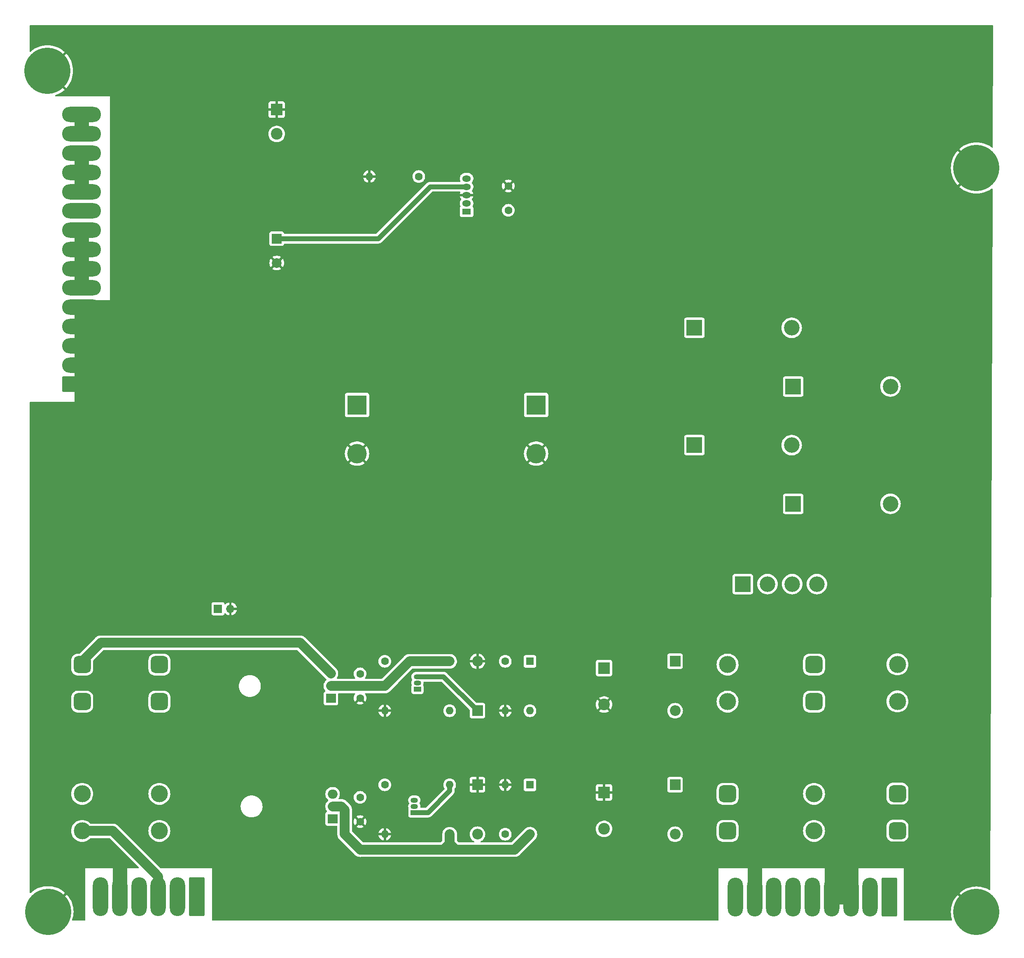
<source format=gbl>
G04 #@! TF.GenerationSoftware,KiCad,Pcbnew,7.0.10-7.0.10~ubuntu22.04.1*
G04 #@! TF.CreationDate,2024-02-02T11:31:48-05:00*
G04 #@! TF.ProjectId,sys11c-power-supply,73797331-3163-42d7-906f-7765722d7375,1.0*
G04 #@! TF.SameCoordinates,Original*
G04 #@! TF.FileFunction,Copper,L2,Bot*
G04 #@! TF.FilePolarity,Positive*
%FSLAX46Y46*%
G04 Gerber Fmt 4.6, Leading zero omitted, Abs format (unit mm)*
G04 Created by KiCad (PCBNEW 7.0.10-7.0.10~ubuntu22.04.1) date 2024-02-02 11:31:48*
%MOMM*%
%LPD*%
G01*
G04 APERTURE LIST*
G04 Aperture macros list*
%AMRoundRect*
0 Rectangle with rounded corners*
0 $1 Rounding radius*
0 $2 $3 $4 $5 $6 $7 $8 $9 X,Y pos of 4 corners*
0 Add a 4 corners polygon primitive as box body*
4,1,4,$2,$3,$4,$5,$6,$7,$8,$9,$2,$3,0*
0 Add four circle primitives for the rounded corners*
1,1,$1+$1,$2,$3*
1,1,$1+$1,$4,$5*
1,1,$1+$1,$6,$7*
1,1,$1+$1,$8,$9*
0 Add four rect primitives between the rounded corners*
20,1,$1+$1,$2,$3,$4,$5,0*
20,1,$1+$1,$4,$5,$6,$7,0*
20,1,$1+$1,$6,$7,$8,$9,0*
20,1,$1+$1,$8,$9,$2,$3,0*%
G04 Aperture macros list end*
G04 #@! TA.AperFunction,ComponentPad*
%ADD10C,1.600000*%
G04 #@! TD*
G04 #@! TA.AperFunction,ComponentPad*
%ADD11R,1.800000X1.275000*%
G04 #@! TD*
G04 #@! TA.AperFunction,ComponentPad*
%ADD12O,1.800000X1.275000*%
G04 #@! TD*
G04 #@! TA.AperFunction,ComponentPad*
%ADD13O,1.600000X1.600000*%
G04 #@! TD*
G04 #@! TA.AperFunction,ComponentPad*
%ADD14RoundRect,0.875000X0.875000X-0.875000X0.875000X0.875000X-0.875000X0.875000X-0.875000X-0.875000X0*%
G04 #@! TD*
G04 #@! TA.AperFunction,ComponentPad*
%ADD15C,3.500000*%
G04 #@! TD*
G04 #@! TA.AperFunction,ComponentPad*
%ADD16R,2.400000X2.400000*%
G04 #@! TD*
G04 #@! TA.AperFunction,ComponentPad*
%ADD17C,2.400000*%
G04 #@! TD*
G04 #@! TA.AperFunction,ComponentPad*
%ADD18R,2.200000X2.200000*%
G04 #@! TD*
G04 #@! TA.AperFunction,ComponentPad*
%ADD19O,2.200000X2.200000*%
G04 #@! TD*
G04 #@! TA.AperFunction,ComponentPad*
%ADD20R,3.200000X3.200000*%
G04 #@! TD*
G04 #@! TA.AperFunction,ComponentPad*
%ADD21C,3.200000*%
G04 #@! TD*
G04 #@! TA.AperFunction,ComponentPad*
%ADD22R,2.000000X1.905000*%
G04 #@! TD*
G04 #@! TA.AperFunction,ComponentPad*
%ADD23O,2.000000X1.905000*%
G04 #@! TD*
G04 #@! TA.AperFunction,ComponentPad*
%ADD24RoundRect,0.875000X-0.875000X0.875000X-0.875000X-0.875000X0.875000X-0.875000X0.875000X0.875000X0*%
G04 #@! TD*
G04 #@! TA.AperFunction,ComponentPad*
%ADD25O,3.200000X3.200000*%
G04 #@! TD*
G04 #@! TA.AperFunction,ComponentPad*
%ADD26R,1.500000X1.050000*%
G04 #@! TD*
G04 #@! TA.AperFunction,ComponentPad*
%ADD27O,1.500000X1.050000*%
G04 #@! TD*
G04 #@! TA.AperFunction,ComponentPad*
%ADD28RoundRect,0.250000X3.750000X-1.330000X3.750000X1.330000X-3.750000X1.330000X-3.750000X-1.330000X0*%
G04 #@! TD*
G04 #@! TA.AperFunction,ComponentPad*
%ADD29O,8.000000X3.160000*%
G04 #@! TD*
G04 #@! TA.AperFunction,ComponentPad*
%ADD30R,4.000000X4.000000*%
G04 #@! TD*
G04 #@! TA.AperFunction,ComponentPad*
%ADD31C,4.000000*%
G04 #@! TD*
G04 #@! TA.AperFunction,ComponentPad*
%ADD32C,9.500000*%
G04 #@! TD*
G04 #@! TA.AperFunction,ComponentPad*
%ADD33RoundRect,0.250000X1.330000X3.750000X-1.330000X3.750000X-1.330000X-3.750000X1.330000X-3.750000X0*%
G04 #@! TD*
G04 #@! TA.AperFunction,ComponentPad*
%ADD34O,3.160000X8.000000*%
G04 #@! TD*
G04 #@! TA.AperFunction,ComponentPad*
%ADD35R,1.600000X1.600000*%
G04 #@! TD*
G04 #@! TA.AperFunction,ComponentPad*
%ADD36R,1.700000X1.700000*%
G04 #@! TD*
G04 #@! TA.AperFunction,ComponentPad*
%ADD37O,1.700000X1.700000*%
G04 #@! TD*
G04 #@! TA.AperFunction,ComponentPad*
%ADD38R,2.000000X2.000000*%
G04 #@! TD*
G04 #@! TA.AperFunction,ComponentPad*
%ADD39C,2.000000*%
G04 #@! TD*
G04 #@! TA.AperFunction,Conductor*
%ADD40C,3.000000*%
G04 #@! TD*
G04 #@! TA.AperFunction,Conductor*
%ADD41C,1.000000*%
G04 #@! TD*
G04 #@! TA.AperFunction,Conductor*
%ADD42C,2.000000*%
G04 #@! TD*
G04 APERTURE END LIST*
D10*
X141605000Y-194350000D03*
X141605000Y-199350000D03*
D11*
X163505000Y-73885000D03*
D12*
X163505000Y-72185000D03*
X163505000Y-70485000D03*
X163505000Y-68785000D03*
X163505000Y-67085000D03*
D10*
X160020000Y-166370000D03*
D13*
X160020000Y-176530000D03*
D14*
X217170000Y-201255000D03*
X217170000Y-193635000D03*
D15*
X217170000Y-174665000D03*
X217170000Y-167045000D03*
D16*
X191770000Y-193337246D03*
D17*
X191770000Y-200837246D03*
D10*
X160020000Y-201930000D03*
D13*
X160020000Y-191770000D03*
D18*
X206375000Y-191770000D03*
D19*
X206375000Y-201930000D03*
D20*
X220294200Y-150495000D03*
D21*
X225374200Y-150495000D03*
X230454200Y-150495000D03*
X235534200Y-150495000D03*
D22*
X135595000Y-173990000D03*
D23*
X135595000Y-171450000D03*
X135595000Y-168910000D03*
D18*
X165735000Y-191770000D03*
D19*
X165735000Y-201930000D03*
D24*
X100330000Y-167045000D03*
X100330000Y-174665000D03*
D15*
X100330000Y-193635000D03*
X100330000Y-201255000D03*
D20*
X210345000Y-97790000D03*
D25*
X230345000Y-97790000D03*
D26*
X153395000Y-172085000D03*
D27*
X153395000Y-170815000D03*
X153395000Y-169545000D03*
D28*
X84298200Y-109391200D03*
D29*
X84298200Y-105431200D03*
X84298200Y-101471200D03*
X84298200Y-97511200D03*
X84298200Y-93551200D03*
X84298200Y-89591200D03*
X84298200Y-85631200D03*
X84298200Y-81671200D03*
X84298200Y-77711200D03*
X84298200Y-73751200D03*
X84298200Y-69791200D03*
X84298200Y-65831200D03*
X84298200Y-61871200D03*
X84298200Y-57911200D03*
X84298200Y-53951200D03*
D30*
X140970000Y-113665000D03*
D31*
X140970000Y-123665000D03*
D32*
X268345200Y-217951800D03*
D10*
X172085000Y-73620000D03*
X172085000Y-68620000D03*
D24*
X84455000Y-167045000D03*
X84455000Y-174665000D03*
D15*
X84455000Y-193635000D03*
X84455000Y-201255000D03*
D32*
X77323200Y-44943800D03*
D20*
X230665000Y-109855000D03*
D25*
X250665000Y-109855000D03*
D32*
X268345800Y-64918000D03*
D10*
X146685000Y-191770000D03*
D13*
X146685000Y-201930000D03*
D24*
X234950000Y-167045000D03*
X234950000Y-174665000D03*
D15*
X234950000Y-193635000D03*
X234950000Y-201255000D03*
D22*
X135950600Y-198755000D03*
D23*
X135950600Y-196215000D03*
X135950600Y-193675000D03*
D18*
X165735000Y-176530000D03*
D19*
X165735000Y-166370000D03*
D10*
X171450000Y-166370000D03*
D13*
X171450000Y-176530000D03*
D30*
X177800000Y-113665000D03*
D31*
X177800000Y-123665000D03*
D18*
X206375000Y-166370000D03*
D19*
X206375000Y-176530000D03*
D33*
X250447400Y-214826600D03*
D34*
X246487400Y-214826600D03*
X242527400Y-214826600D03*
X238567400Y-214826600D03*
X234607400Y-214826600D03*
X230647400Y-214826600D03*
X226687400Y-214826600D03*
X222727400Y-214826600D03*
X218767400Y-214826600D03*
D26*
X152760000Y-197485000D03*
D27*
X152760000Y-196215000D03*
X152760000Y-194945000D03*
D35*
X176530000Y-166370000D03*
D13*
X176530000Y-176530000D03*
D33*
X108033200Y-214742400D03*
D34*
X104073200Y-214742400D03*
X100113200Y-214742400D03*
X96153200Y-214742400D03*
X92193200Y-214742400D03*
X88233200Y-214742400D03*
D36*
X112390000Y-155575000D03*
D37*
X114930000Y-155575000D03*
D20*
X230665000Y-133985000D03*
D25*
X250665000Y-133985000D03*
D32*
X77424800Y-217876000D03*
D20*
X210345000Y-121920000D03*
D25*
X230345000Y-121920000D03*
D16*
X124460000Y-52921041D03*
D17*
X124460000Y-57921041D03*
D35*
X176530000Y-191770000D03*
D13*
X176530000Y-201930000D03*
D10*
X146685000Y-166370000D03*
D13*
X146685000Y-176530000D03*
D16*
X191770000Y-167760000D03*
D17*
X191770000Y-175260000D03*
D10*
X171450000Y-201930000D03*
D13*
X171450000Y-191770000D03*
D10*
X153670000Y-66675000D03*
D13*
X143510000Y-66675000D03*
D14*
X252095000Y-201215000D03*
X252095000Y-193595000D03*
D15*
X252095000Y-174625000D03*
X252095000Y-167005000D03*
D10*
X141605000Y-168950000D03*
X141605000Y-173950000D03*
D38*
X124460000Y-79455000D03*
D39*
X124460000Y-84455000D03*
D40*
X238567400Y-214826600D02*
X238567400Y-207202600D01*
X84298200Y-107315000D02*
X93980000Y-107315000D01*
X84298200Y-103505000D02*
X84298200Y-101471200D01*
X240665000Y-214826600D02*
X240665000Y-205740000D01*
X84298200Y-107315000D02*
X84298200Y-105431200D01*
X84298200Y-97511200D02*
X91718800Y-97511200D01*
X84298200Y-105431200D02*
X91418800Y-105431200D01*
X84298200Y-93551200D02*
X91868800Y-93551200D01*
X84298200Y-95250000D02*
X93980000Y-95250000D01*
X84298200Y-109391200D02*
X84298200Y-107315000D01*
X84298200Y-109391200D02*
X84298200Y-114456800D01*
X90170000Y-111296200D02*
X88265000Y-109391200D01*
X222727400Y-214826600D02*
X222727400Y-207802600D01*
X84298200Y-97511200D02*
X84298200Y-99695000D01*
X84298200Y-103505000D02*
X93980000Y-103505000D01*
X84298200Y-101471200D02*
X91440000Y-101471200D01*
X92193200Y-214742400D02*
X92193200Y-207763200D01*
X87937000Y-113030000D02*
X90170000Y-113030000D01*
X84298200Y-109391200D02*
X87937000Y-113030000D01*
X84298200Y-105431200D02*
X84298200Y-103505000D01*
X84298200Y-99695000D02*
X93980000Y-99695000D01*
X242527400Y-214826600D02*
X242527400Y-207052600D01*
X84298200Y-95250000D02*
X84298200Y-97511200D01*
X84298200Y-99695000D02*
X84298200Y-101471200D01*
X90170000Y-113030000D02*
X90170000Y-111296200D01*
X238567400Y-214826600D02*
X240665000Y-214826600D01*
X88265000Y-109391200D02*
X91903800Y-109391200D01*
X84298200Y-85631200D02*
X84298200Y-89591200D01*
D41*
X163505000Y-68785000D02*
X156005000Y-68785000D01*
D40*
X84298200Y-77711200D02*
X84298200Y-81671200D01*
D41*
X145335000Y-79455000D02*
X124460000Y-79455000D01*
D40*
X84298200Y-81671200D02*
X84298200Y-85631200D01*
D41*
X156005000Y-68785000D02*
X145335000Y-79455000D01*
D40*
X84298200Y-65831200D02*
X84298200Y-69791200D01*
X84298200Y-61871200D02*
X84298200Y-65831200D01*
X84298200Y-53951200D02*
X84298200Y-57911200D01*
D42*
X100113200Y-210603200D02*
X100113200Y-214742400D01*
X90765000Y-201255000D02*
X100113200Y-210603200D01*
X84455000Y-201255000D02*
X90765000Y-201255000D01*
X151765000Y-166370000D02*
X146685000Y-171450000D01*
X160020000Y-166370000D02*
X151765000Y-166370000D01*
X146685000Y-171450000D02*
X135595000Y-171450000D01*
X84455000Y-166370000D02*
X88265000Y-162560000D01*
X84455000Y-167045000D02*
X84455000Y-166370000D01*
X129245000Y-162560000D02*
X135595000Y-168910000D01*
X88265000Y-162560000D02*
X129245000Y-162560000D01*
X173355000Y-205105000D02*
X163195000Y-205105000D01*
X160020000Y-201930000D02*
X160020000Y-203835000D01*
X138430000Y-196881900D02*
X138430000Y-201930000D01*
X163195000Y-205105000D02*
X161290000Y-205105000D01*
X176530000Y-201930000D02*
X173355000Y-205105000D01*
X158750000Y-205105000D02*
X156210000Y-205105000D01*
X156210000Y-205105000D02*
X141605000Y-205105000D01*
X163195000Y-205105000D02*
X156210000Y-205105000D01*
X135950600Y-196215000D02*
X137763100Y-196215000D01*
X137763100Y-196215000D02*
X138430000Y-196881900D01*
X161290000Y-205105000D02*
X160020000Y-203835000D01*
X138430000Y-201930000D02*
X141605000Y-205105000D01*
X160020000Y-203835000D02*
X158750000Y-205105000D01*
D41*
X158750000Y-169545000D02*
X165735000Y-176530000D01*
X153395000Y-169545000D02*
X158750000Y-169545000D01*
X160020000Y-191770000D02*
X160020000Y-193040000D01*
X160020000Y-193040000D02*
X155575000Y-197485000D01*
X152760000Y-197485000D02*
X155575000Y-197485000D01*
G04 #@! TA.AperFunction,Conductor*
G36*
X271722611Y-35579685D02*
G01*
X271768366Y-35632489D01*
X271779571Y-35684428D01*
X271693591Y-60618351D01*
X271673676Y-60685322D01*
X271620714Y-60730894D01*
X271551522Y-60740599D01*
X271494106Y-60716299D01*
X271359949Y-60613356D01*
X270973291Y-60367029D01*
X270566660Y-60155350D01*
X270143116Y-59979913D01*
X269705902Y-59842060D01*
X269258311Y-59742831D01*
X268803802Y-59682994D01*
X268345800Y-59662998D01*
X267887797Y-59682994D01*
X267433290Y-59742831D01*
X267433286Y-59742831D01*
X266985697Y-59842060D01*
X266548483Y-59979913D01*
X266124939Y-60155350D01*
X265718308Y-60367029D01*
X265331650Y-60613356D01*
X264967953Y-60892431D01*
X264814446Y-61033093D01*
X266656933Y-62875580D01*
X266557114Y-62955905D01*
X266329553Y-63190585D01*
X266301706Y-63227459D01*
X264460893Y-61386646D01*
X264320231Y-61540153D01*
X264041156Y-61903850D01*
X263794829Y-62290508D01*
X263583150Y-62697139D01*
X263407713Y-63120683D01*
X263269860Y-63557897D01*
X263170631Y-64005486D01*
X263170631Y-64005490D01*
X263110794Y-64459997D01*
X263090798Y-64918000D01*
X263110794Y-65376002D01*
X263170631Y-65830509D01*
X263170631Y-65830513D01*
X263269860Y-66278102D01*
X263407713Y-66715316D01*
X263583150Y-67138860D01*
X263794829Y-67545491D01*
X264041156Y-67932149D01*
X264320226Y-68295839D01*
X264460893Y-68449351D01*
X266303259Y-66606985D01*
X266439718Y-66766261D01*
X266654913Y-66962437D01*
X264814446Y-68802905D01*
X264967960Y-68943573D01*
X265331650Y-69222643D01*
X265718308Y-69468970D01*
X266124939Y-69680649D01*
X266548483Y-69856086D01*
X266985697Y-69993939D01*
X267433288Y-70093168D01*
X267887797Y-70153005D01*
X268345800Y-70173001D01*
X268803802Y-70153005D01*
X269258309Y-70093168D01*
X269258313Y-70093168D01*
X269705902Y-69993939D01*
X270143116Y-69856086D01*
X270566660Y-69680649D01*
X270973291Y-69468970D01*
X271359943Y-69222647D01*
X271464371Y-69142516D01*
X271529540Y-69117322D01*
X271597985Y-69131360D01*
X271647975Y-69180174D01*
X271663857Y-69241320D01*
X271167106Y-213299091D01*
X271147191Y-213366062D01*
X271094229Y-213411634D01*
X271025037Y-213421339D01*
X270976489Y-213403248D01*
X270972702Y-213400835D01*
X270972691Y-213400829D01*
X270566060Y-213189150D01*
X270142516Y-213013713D01*
X269705302Y-212875860D01*
X269257711Y-212776631D01*
X268803202Y-212716794D01*
X268345200Y-212696798D01*
X267887197Y-212716794D01*
X267432690Y-212776631D01*
X267432686Y-212776631D01*
X266985097Y-212875860D01*
X266547883Y-213013713D01*
X266124339Y-213189150D01*
X265717708Y-213400829D01*
X265331050Y-213647156D01*
X264967353Y-213926231D01*
X264813846Y-214066893D01*
X266656333Y-215909380D01*
X266556514Y-215989705D01*
X266328953Y-216224385D01*
X266301106Y-216261259D01*
X264460293Y-214420446D01*
X264319631Y-214573953D01*
X264040556Y-214937650D01*
X263794229Y-215324308D01*
X263582550Y-215730939D01*
X263407113Y-216154483D01*
X263269260Y-216591697D01*
X263170031Y-217039286D01*
X263170031Y-217039290D01*
X263110194Y-217493797D01*
X263090198Y-217951800D01*
X263110194Y-218409802D01*
X263170031Y-218864309D01*
X263170031Y-218864313D01*
X263269260Y-219311902D01*
X263343926Y-219548712D01*
X263345312Y-219618568D01*
X263308710Y-219678084D01*
X263245743Y-219708364D01*
X263225665Y-219710000D01*
X253489000Y-219710000D01*
X253421961Y-219690315D01*
X253376206Y-219637511D01*
X253365000Y-219586000D01*
X253365000Y-208915000D01*
X215265000Y-208915000D01*
X215265000Y-219586000D01*
X215245315Y-219653039D01*
X215192511Y-219698794D01*
X215141000Y-219710000D01*
X111249000Y-219710000D01*
X111181961Y-219690315D01*
X111136206Y-219637511D01*
X111125000Y-219586000D01*
X111125000Y-208915000D01*
X100598390Y-208915000D01*
X100531351Y-208895315D01*
X100510709Y-208878681D01*
X92887035Y-201255007D01*
X98074671Y-201255007D01*
X98093964Y-201549363D01*
X98093965Y-201549373D01*
X98093966Y-201549380D01*
X98120382Y-201682186D01*
X98151518Y-201838716D01*
X98151521Y-201838730D01*
X98246349Y-202118080D01*
X98376825Y-202382660D01*
X98376829Y-202382667D01*
X98540725Y-202627955D01*
X98735241Y-202849758D01*
X98957044Y-203044274D01*
X99202332Y-203208170D01*
X99202339Y-203208174D01*
X99220368Y-203217065D01*
X99466923Y-203338652D01*
X99746278Y-203433481D01*
X100035620Y-203491034D01*
X100063888Y-203492886D01*
X100329993Y-203510329D01*
X100330000Y-203510329D01*
X100330007Y-203510329D01*
X100565675Y-203494881D01*
X100624380Y-203491034D01*
X100913722Y-203433481D01*
X101193077Y-203338652D01*
X101457665Y-203208172D01*
X101702957Y-203044273D01*
X101924758Y-202849758D01*
X102119273Y-202627957D01*
X102283172Y-202382665D01*
X102413652Y-202118077D01*
X102508481Y-201838722D01*
X102566034Y-201549380D01*
X102579444Y-201344791D01*
X102585329Y-201255007D01*
X102585329Y-201254992D01*
X102566035Y-200960636D01*
X102566034Y-200960620D01*
X102508481Y-200671278D01*
X102413652Y-200391923D01*
X102283172Y-200127336D01*
X102263141Y-200097358D01*
X102200680Y-200003878D01*
X102119273Y-199882043D01*
X102020918Y-199769891D01*
X102008183Y-199755370D01*
X134450100Y-199755370D01*
X134450101Y-199755376D01*
X134456508Y-199814983D01*
X134506802Y-199949828D01*
X134506806Y-199949835D01*
X134593052Y-200065044D01*
X134593055Y-200065047D01*
X134708264Y-200151293D01*
X134708271Y-200151297D01*
X134843117Y-200201591D01*
X134843116Y-200201591D01*
X134850044Y-200202335D01*
X134902727Y-200208000D01*
X136805500Y-200207999D01*
X136872539Y-200227684D01*
X136918294Y-200280487D01*
X136929500Y-200331999D01*
X136929500Y-201829136D01*
X136928548Y-201844472D01*
X136925643Y-201867779D01*
X136929394Y-201958472D01*
X136929500Y-201963596D01*
X136929500Y-201992065D01*
X136931851Y-202020448D01*
X136932168Y-202025558D01*
X136935918Y-202116232D01*
X136940738Y-202139220D01*
X136942952Y-202154421D01*
X136944891Y-202177817D01*
X136944891Y-202177822D01*
X136967171Y-202265803D01*
X136968325Y-202270793D01*
X136986949Y-202359607D01*
X136986952Y-202359616D01*
X136995485Y-202381487D01*
X137000170Y-202396113D01*
X137005935Y-202418877D01*
X137042393Y-202501995D01*
X137044353Y-202506727D01*
X137077344Y-202591275D01*
X137089364Y-202611447D01*
X137096396Y-202625109D01*
X137105824Y-202646604D01*
X137155464Y-202722583D01*
X137158153Y-202726891D01*
X137204634Y-202804894D01*
X137219808Y-202822811D01*
X137228990Y-202835123D01*
X137241836Y-202854785D01*
X137241837Y-202854786D01*
X137303294Y-202921546D01*
X137306686Y-202925387D01*
X137325104Y-202947133D01*
X137345226Y-202967254D01*
X137348776Y-202970954D01*
X137410252Y-203037734D01*
X137410256Y-203037738D01*
X137428505Y-203051942D01*
X137428788Y-203052162D01*
X137440306Y-203062334D01*
X140472665Y-206094693D01*
X140482837Y-206106211D01*
X140497260Y-206124742D01*
X140497265Y-206124747D01*
X140564044Y-206186222D01*
X140567744Y-206189772D01*
X140587860Y-206209889D01*
X140587866Y-206209894D01*
X140587874Y-206209902D01*
X140609623Y-206228322D01*
X140613440Y-206231693D01*
X140680215Y-206293164D01*
X140680217Y-206293165D01*
X140680218Y-206293166D01*
X140699865Y-206306002D01*
X140712187Y-206315189D01*
X140714358Y-206317028D01*
X140730103Y-206330364D01*
X140730105Y-206330365D01*
X140730106Y-206330366D01*
X140808107Y-206376845D01*
X140812410Y-206379531D01*
X140888393Y-206429173D01*
X140888395Y-206429174D01*
X140909889Y-206438602D01*
X140923558Y-206445638D01*
X140943720Y-206457653D01*
X140943722Y-206457653D01*
X140943726Y-206457656D01*
X141028288Y-206490652D01*
X141033005Y-206492606D01*
X141116119Y-206529063D01*
X141133593Y-206533488D01*
X141138881Y-206534827D01*
X141153513Y-206539514D01*
X141175386Y-206548049D01*
X141264193Y-206566670D01*
X141269186Y-206567825D01*
X141312615Y-206578822D01*
X141357179Y-206590108D01*
X141357184Y-206590108D01*
X141357188Y-206590109D01*
X141380574Y-206592047D01*
X141395780Y-206594262D01*
X141403570Y-206595895D01*
X141418763Y-206599081D01*
X141509455Y-206602831D01*
X141514560Y-206603148D01*
X141542933Y-206605500D01*
X141571404Y-206605500D01*
X141576528Y-206605606D01*
X141667219Y-206609357D01*
X141667219Y-206609356D01*
X141667221Y-206609357D01*
X141690526Y-206606452D01*
X141705863Y-206605500D01*
X156147933Y-206605500D01*
X158649136Y-206605500D01*
X158664473Y-206606452D01*
X158687779Y-206609357D01*
X158687779Y-206609356D01*
X158687780Y-206609357D01*
X158778472Y-206605606D01*
X158783596Y-206605500D01*
X161227933Y-206605500D01*
X161256412Y-206605500D01*
X161261536Y-206605605D01*
X161352221Y-206609357D01*
X161375526Y-206606452D01*
X161390863Y-206605500D01*
X163132933Y-206605500D01*
X173254136Y-206605500D01*
X173269473Y-206606452D01*
X173292779Y-206609357D01*
X173292779Y-206609356D01*
X173292780Y-206609357D01*
X173383472Y-206605606D01*
X173388596Y-206605500D01*
X173417066Y-206605500D01*
X173417067Y-206605500D01*
X173445444Y-206603147D01*
X173450540Y-206602831D01*
X173541237Y-206599081D01*
X173564227Y-206594259D01*
X173579413Y-206592047D01*
X173602821Y-206590108D01*
X173690848Y-206567815D01*
X173695754Y-206566680D01*
X173784614Y-206548049D01*
X173806486Y-206539513D01*
X173821116Y-206534827D01*
X173843881Y-206529063D01*
X173902025Y-206503558D01*
X173926990Y-206492608D01*
X173931726Y-206490646D01*
X173931731Y-206490644D01*
X174016274Y-206457656D01*
X174036450Y-206445632D01*
X174050114Y-206438599D01*
X174071607Y-206429173D01*
X174147614Y-206379514D01*
X174151880Y-206376851D01*
X174229894Y-206330366D01*
X174247813Y-206315188D01*
X174260124Y-206306008D01*
X174279785Y-206293164D01*
X174346584Y-206231669D01*
X174350380Y-206228318D01*
X174372126Y-206209902D01*
X174392288Y-206189738D01*
X174395938Y-206186236D01*
X174462738Y-206124744D01*
X174477167Y-206106203D01*
X174487324Y-206094702D01*
X177634902Y-202947126D01*
X177755366Y-202804894D01*
X177882656Y-202591274D01*
X177947102Y-202426111D01*
X177973046Y-202359623D01*
X177973048Y-202359616D01*
X177973049Y-202359614D01*
X178024081Y-202116237D01*
X178034357Y-201867779D01*
X178003598Y-201621019D01*
X177962709Y-201483673D01*
X177932644Y-201382685D01*
X177823433Y-201159291D01*
X177823429Y-201159284D01*
X177678930Y-200956901D01*
X177559279Y-200837250D01*
X190064732Y-200837250D01*
X190083777Y-201091400D01*
X190133322Y-201308472D01*
X190140492Y-201339883D01*
X190220930Y-201544835D01*
X190233608Y-201577136D01*
X190258941Y-201621014D01*
X190361041Y-201797858D01*
X190519950Y-201997123D01*
X190706783Y-202170478D01*
X190917366Y-202314051D01*
X190917371Y-202314053D01*
X190917372Y-202314054D01*
X190917373Y-202314055D01*
X191011997Y-202359623D01*
X191146992Y-202424633D01*
X191146993Y-202424633D01*
X191146996Y-202424635D01*
X191390542Y-202499759D01*
X191642565Y-202537746D01*
X191897435Y-202537746D01*
X192149458Y-202499759D01*
X192393004Y-202424635D01*
X192622634Y-202314051D01*
X192833217Y-202170478D01*
X193020050Y-201997123D01*
X193073579Y-201930000D01*
X204769551Y-201930000D01*
X204789317Y-202181151D01*
X204848126Y-202426110D01*
X204944533Y-202658859D01*
X205076160Y-202873653D01*
X205076161Y-202873656D01*
X205076164Y-202873659D01*
X205239776Y-203065224D01*
X205346929Y-203156741D01*
X205431343Y-203228838D01*
X205431346Y-203228839D01*
X205646140Y-203360466D01*
X205765196Y-203409780D01*
X205878889Y-203456873D01*
X206123852Y-203515683D01*
X206375000Y-203535449D01*
X206626148Y-203515683D01*
X206871111Y-203456873D01*
X207103859Y-203360466D01*
X207318659Y-203228836D01*
X207510224Y-203065224D01*
X207673836Y-202873659D01*
X207805466Y-202658859D01*
X207901873Y-202426111D01*
X207950488Y-202223613D01*
X214919500Y-202223613D01*
X214919501Y-202223652D01*
X214922295Y-202276243D01*
X214922295Y-202276244D01*
X214951280Y-202426110D01*
X214966755Y-202506126D01*
X215008997Y-202618060D01*
X215049425Y-202725189D01*
X215167929Y-202927131D01*
X215167934Y-202927138D01*
X215318856Y-203106141D01*
X215318858Y-203106143D01*
X215497861Y-203257065D01*
X215497868Y-203257070D01*
X215699810Y-203375574D01*
X215918874Y-203458245D01*
X216148759Y-203502705D01*
X216201378Y-203505500D01*
X216201386Y-203505500D01*
X218138614Y-203505500D01*
X218138622Y-203505500D01*
X218191241Y-203502705D01*
X218421126Y-203458245D01*
X218640190Y-203375574D01*
X218842132Y-203257070D01*
X218875619Y-203228836D01*
X219021141Y-203106143D01*
X219021143Y-203106141D01*
X219172065Y-202927138D01*
X219172065Y-202927137D01*
X219172070Y-202927132D01*
X219290574Y-202725190D01*
X219373245Y-202506126D01*
X219417705Y-202276241D01*
X219420500Y-202223622D01*
X219420500Y-201255007D01*
X232694671Y-201255007D01*
X232713964Y-201549363D01*
X232713965Y-201549373D01*
X232713966Y-201549380D01*
X232740382Y-201682186D01*
X232771518Y-201838716D01*
X232771521Y-201838730D01*
X232866349Y-202118080D01*
X232996825Y-202382660D01*
X232996829Y-202382667D01*
X233160725Y-202627955D01*
X233355241Y-202849758D01*
X233577044Y-203044274D01*
X233822332Y-203208170D01*
X233822339Y-203208174D01*
X233840368Y-203217065D01*
X234086923Y-203338652D01*
X234366278Y-203433481D01*
X234655620Y-203491034D01*
X234683888Y-203492886D01*
X234949993Y-203510329D01*
X234950000Y-203510329D01*
X234950007Y-203510329D01*
X235185675Y-203494881D01*
X235244380Y-203491034D01*
X235533722Y-203433481D01*
X235813077Y-203338652D01*
X236077665Y-203208172D01*
X236322957Y-203044273D01*
X236544758Y-202849758D01*
X236739273Y-202627957D01*
X236903172Y-202382665D01*
X237001333Y-202183613D01*
X249844500Y-202183613D01*
X249844501Y-202183652D01*
X249847295Y-202236243D01*
X249847295Y-202236244D01*
X249884016Y-202426110D01*
X249891755Y-202466126D01*
X249935666Y-202582482D01*
X249974425Y-202685189D01*
X250092929Y-202887131D01*
X250092934Y-202887138D01*
X250243856Y-203066141D01*
X250243858Y-203066143D01*
X250422861Y-203217065D01*
X250422868Y-203217070D01*
X250624810Y-203335574D01*
X250843874Y-203418245D01*
X251073759Y-203462705D01*
X251126378Y-203465500D01*
X251126386Y-203465500D01*
X253063614Y-203465500D01*
X253063622Y-203465500D01*
X253116241Y-203462705D01*
X253346126Y-203418245D01*
X253565190Y-203335574D01*
X253767132Y-203217070D01*
X253768836Y-203215633D01*
X253946141Y-203066143D01*
X253946143Y-203066141D01*
X254097065Y-202887138D01*
X254097065Y-202887137D01*
X254097070Y-202887132D01*
X254215574Y-202685190D01*
X254298245Y-202466126D01*
X254342705Y-202236241D01*
X254345500Y-202183622D01*
X254345500Y-200246378D01*
X254342705Y-200193759D01*
X254298245Y-199963874D01*
X254215574Y-199744810D01*
X254097070Y-199542868D01*
X254097065Y-199542861D01*
X253946143Y-199363858D01*
X253946141Y-199363856D01*
X253767138Y-199212934D01*
X253767131Y-199212929D01*
X253565189Y-199094425D01*
X253452119Y-199051755D01*
X253346126Y-199011755D01*
X253323065Y-199007295D01*
X253116243Y-198967295D01*
X253063652Y-198964501D01*
X253063629Y-198964500D01*
X253063622Y-198964500D01*
X251126378Y-198964500D01*
X251126370Y-198964500D01*
X251126347Y-198964501D01*
X251073756Y-198967295D01*
X251073755Y-198967295D01*
X250843878Y-199011754D01*
X250843876Y-199011754D01*
X250843874Y-199011755D01*
X250769933Y-199039659D01*
X250624810Y-199094425D01*
X250422868Y-199212929D01*
X250422861Y-199212934D01*
X250243858Y-199363856D01*
X250243856Y-199363858D01*
X250092934Y-199542861D01*
X250092929Y-199542868D01*
X249974425Y-199744810D01*
X249924678Y-199876634D01*
X249891755Y-199963874D01*
X249891754Y-199963876D01*
X249891754Y-199963878D01*
X249847295Y-200193755D01*
X249847295Y-200193756D01*
X249844501Y-200246347D01*
X249844500Y-200246386D01*
X249844500Y-202183613D01*
X237001333Y-202183613D01*
X237033652Y-202118077D01*
X237128481Y-201838722D01*
X237186034Y-201549380D01*
X237199444Y-201344791D01*
X237205329Y-201255007D01*
X237205329Y-201254992D01*
X237186035Y-200960636D01*
X237186034Y-200960620D01*
X237128481Y-200671278D01*
X237033652Y-200391923D01*
X236903172Y-200127336D01*
X236883141Y-200097358D01*
X236820680Y-200003878D01*
X236739273Y-199882043D01*
X236640918Y-199769891D01*
X236544758Y-199660241D01*
X236322955Y-199465725D01*
X236077667Y-199301829D01*
X236077660Y-199301825D01*
X235813080Y-199171349D01*
X235533730Y-199076521D01*
X235533724Y-199076519D01*
X235533722Y-199076519D01*
X235244380Y-199018966D01*
X235244373Y-199018965D01*
X235244363Y-199018964D01*
X234950007Y-198999671D01*
X234949993Y-198999671D01*
X234655636Y-199018964D01*
X234655624Y-199018965D01*
X234655620Y-199018966D01*
X234655612Y-199018967D01*
X234655609Y-199018968D01*
X234366283Y-199076518D01*
X234366269Y-199076521D01*
X234086919Y-199171349D01*
X233822334Y-199301828D01*
X233577041Y-199465728D01*
X233355241Y-199660241D01*
X233160728Y-199882041D01*
X232996828Y-200127334D01*
X232866349Y-200391919D01*
X232771521Y-200671269D01*
X232771518Y-200671283D01*
X232713968Y-200960609D01*
X232713964Y-200960636D01*
X232694671Y-201254992D01*
X232694671Y-201255007D01*
X219420500Y-201255007D01*
X219420500Y-200286378D01*
X219417705Y-200233759D01*
X219373245Y-200003874D01*
X219290574Y-199784810D01*
X219172070Y-199582868D01*
X219172065Y-199582861D01*
X219021143Y-199403858D01*
X219021141Y-199403856D01*
X218842138Y-199252934D01*
X218842131Y-199252929D01*
X218640189Y-199134425D01*
X218534194Y-199094425D01*
X218421126Y-199051755D01*
X218421121Y-199051754D01*
X218191243Y-199007295D01*
X218138652Y-199004501D01*
X218138629Y-199004500D01*
X218138622Y-199004500D01*
X216201378Y-199004500D01*
X216201370Y-199004500D01*
X216201347Y-199004501D01*
X216148756Y-199007295D01*
X216148755Y-199007295D01*
X215918878Y-199051754D01*
X215918876Y-199051754D01*
X215918874Y-199051755D01*
X215853256Y-199076518D01*
X215699810Y-199134425D01*
X215497868Y-199252929D01*
X215497861Y-199252934D01*
X215318858Y-199403856D01*
X215318856Y-199403858D01*
X215167934Y-199582861D01*
X215167929Y-199582868D01*
X215049425Y-199784810D01*
X214999047Y-199918305D01*
X214966755Y-200003874D01*
X214966754Y-200003876D01*
X214966754Y-200003878D01*
X214922295Y-200233755D01*
X214922295Y-200233756D01*
X214919501Y-200286347D01*
X214919500Y-200286386D01*
X214919500Y-202223613D01*
X207950488Y-202223613D01*
X207960683Y-202181148D01*
X207980449Y-201930000D01*
X207960683Y-201678852D01*
X207901873Y-201433889D01*
X207837102Y-201277517D01*
X207805466Y-201201140D01*
X207673839Y-200986346D01*
X207673838Y-200986343D01*
X207546500Y-200837250D01*
X207510224Y-200794776D01*
X207365632Y-200671283D01*
X207318656Y-200631161D01*
X207318653Y-200631160D01*
X207103859Y-200499533D01*
X206871110Y-200403126D01*
X206626151Y-200344317D01*
X206375000Y-200324551D01*
X206123848Y-200344317D01*
X205878889Y-200403126D01*
X205646140Y-200499533D01*
X205431346Y-200631160D01*
X205431343Y-200631161D01*
X205239776Y-200794776D01*
X205076161Y-200986343D01*
X205076160Y-200986346D01*
X204944533Y-201201140D01*
X204848126Y-201433889D01*
X204789317Y-201678848D01*
X204769551Y-201930000D01*
X193073579Y-201930000D01*
X193178959Y-201797858D01*
X193306393Y-201577134D01*
X193399508Y-201339883D01*
X193456222Y-201091403D01*
X193475268Y-200837246D01*
X193474358Y-200825105D01*
X193460123Y-200635141D01*
X193456222Y-200583089D01*
X193399508Y-200334609D01*
X193306393Y-200097358D01*
X193178959Y-199876634D01*
X193020050Y-199677369D01*
X192833217Y-199504014D01*
X192622634Y-199360441D01*
X192622630Y-199360439D01*
X192622627Y-199360437D01*
X192622626Y-199360436D01*
X192393006Y-199249858D01*
X192393008Y-199249858D01*
X192149466Y-199174735D01*
X192149462Y-199174734D01*
X192149458Y-199174733D01*
X192028231Y-199156460D01*
X191897440Y-199136746D01*
X191897435Y-199136746D01*
X191642565Y-199136746D01*
X191642559Y-199136746D01*
X191485609Y-199160403D01*
X191390542Y-199174733D01*
X191390539Y-199174734D01*
X191390533Y-199174735D01*
X191146992Y-199249858D01*
X190917373Y-199360436D01*
X190917372Y-199360437D01*
X190706782Y-199504014D01*
X190519952Y-199677367D01*
X190519950Y-199677369D01*
X190361041Y-199876634D01*
X190233608Y-200097355D01*
X190140492Y-200334608D01*
X190140490Y-200334615D01*
X190083777Y-200583091D01*
X190064732Y-200837241D01*
X190064732Y-200837250D01*
X177559279Y-200837250D01*
X177503098Y-200781069D01*
X177300715Y-200636570D01*
X177300708Y-200636566D01*
X177077314Y-200527355D01*
X176838985Y-200456403D01*
X176838981Y-200456402D01*
X176592221Y-200425643D01*
X176592218Y-200425643D01*
X176343765Y-200435918D01*
X176100383Y-200486951D01*
X176100376Y-200486953D01*
X175868729Y-200577342D01*
X175655107Y-200704633D01*
X175512865Y-200825105D01*
X172769791Y-203568181D01*
X172708468Y-203601666D01*
X172682110Y-203604500D01*
X166498100Y-203604500D01*
X166431061Y-203584815D01*
X166385306Y-203532011D01*
X166375362Y-203462853D01*
X166404387Y-203399297D01*
X166450647Y-203365939D01*
X166463859Y-203360466D01*
X166632585Y-203257070D01*
X166678659Y-203228836D01*
X166870224Y-203065224D01*
X167033836Y-202873659D01*
X167165466Y-202658859D01*
X167261873Y-202426111D01*
X167320683Y-202181148D01*
X167340449Y-201930001D01*
X170144532Y-201930001D01*
X170164364Y-202156686D01*
X170164366Y-202156697D01*
X170223258Y-202376488D01*
X170223261Y-202376497D01*
X170319431Y-202582732D01*
X170319432Y-202582734D01*
X170449954Y-202769141D01*
X170610858Y-202930045D01*
X170635264Y-202947134D01*
X170797266Y-203060568D01*
X171003504Y-203156739D01*
X171223308Y-203215635D01*
X171377774Y-203229149D01*
X171449998Y-203235468D01*
X171450000Y-203235468D01*
X171450002Y-203235468D01*
X171522226Y-203229149D01*
X171676692Y-203215635D01*
X171896496Y-203156739D01*
X172102734Y-203060568D01*
X172289139Y-202930047D01*
X172450047Y-202769139D01*
X172580568Y-202582734D01*
X172676739Y-202376496D01*
X172735635Y-202156692D01*
X172755468Y-201930000D01*
X172735635Y-201703308D01*
X172676739Y-201483504D01*
X172580568Y-201277266D01*
X172450427Y-201091403D01*
X172450045Y-201090858D01*
X172289141Y-200929954D01*
X172102734Y-200799432D01*
X172102732Y-200799431D01*
X171896497Y-200703261D01*
X171896488Y-200703258D01*
X171676697Y-200644366D01*
X171676693Y-200644365D01*
X171676692Y-200644365D01*
X171676691Y-200644364D01*
X171676686Y-200644364D01*
X171450002Y-200624532D01*
X171449998Y-200624532D01*
X171223313Y-200644364D01*
X171223302Y-200644366D01*
X171003511Y-200703258D01*
X171003502Y-200703261D01*
X170797267Y-200799431D01*
X170797265Y-200799432D01*
X170610858Y-200929954D01*
X170449954Y-201090858D01*
X170319432Y-201277265D01*
X170319431Y-201277267D01*
X170223261Y-201483502D01*
X170223258Y-201483511D01*
X170164366Y-201703302D01*
X170164364Y-201703313D01*
X170144532Y-201929998D01*
X170144532Y-201930001D01*
X167340449Y-201930001D01*
X167340449Y-201930000D01*
X167320683Y-201678852D01*
X167261873Y-201433889D01*
X167197102Y-201277517D01*
X167165466Y-201201140D01*
X167033839Y-200986346D01*
X167033838Y-200986343D01*
X166906500Y-200837250D01*
X166870224Y-200794776D01*
X166725632Y-200671283D01*
X166678656Y-200631161D01*
X166678653Y-200631160D01*
X166463859Y-200499533D01*
X166231110Y-200403126D01*
X165986151Y-200344317D01*
X165735000Y-200324551D01*
X165483848Y-200344317D01*
X165238889Y-200403126D01*
X165006140Y-200499533D01*
X164791346Y-200631160D01*
X164791343Y-200631161D01*
X164599776Y-200794776D01*
X164436161Y-200986343D01*
X164436160Y-200986346D01*
X164304533Y-201201140D01*
X164208126Y-201433889D01*
X164149317Y-201678848D01*
X164129551Y-201930000D01*
X164149317Y-202181151D01*
X164208126Y-202426110D01*
X164304533Y-202658859D01*
X164436160Y-202873653D01*
X164436161Y-202873656D01*
X164436164Y-202873659D01*
X164599776Y-203065224D01*
X164706929Y-203156741D01*
X164791343Y-203228838D01*
X164791345Y-203228838D01*
X164825536Y-203249791D01*
X165006141Y-203360466D01*
X165006140Y-203360466D01*
X165019353Y-203365939D01*
X165073756Y-203409780D01*
X165095821Y-203476074D01*
X165078542Y-203543774D01*
X165027404Y-203591384D01*
X164971900Y-203604500D01*
X161962890Y-203604500D01*
X161895851Y-203584815D01*
X161875209Y-203568181D01*
X161556819Y-203249791D01*
X161523334Y-203188468D01*
X161520500Y-203162110D01*
X161520500Y-201867937D01*
X161520499Y-201867922D01*
X161505109Y-201682186D01*
X161505107Y-201682175D01*
X161444063Y-201441118D01*
X161344173Y-201213393D01*
X161208166Y-201005217D01*
X161167101Y-200960609D01*
X161039744Y-200822262D01*
X160843509Y-200669526D01*
X160843507Y-200669525D01*
X160843506Y-200669524D01*
X160624811Y-200551172D01*
X160624802Y-200551169D01*
X160389616Y-200470429D01*
X160144335Y-200429500D01*
X159895665Y-200429500D01*
X159650383Y-200470429D01*
X159415197Y-200551169D01*
X159415188Y-200551172D01*
X159196493Y-200669524D01*
X159000257Y-200822261D01*
X158831833Y-201005217D01*
X158695826Y-201213393D01*
X158595936Y-201441118D01*
X158534892Y-201682175D01*
X158534890Y-201682186D01*
X158519500Y-201867922D01*
X158519500Y-203162110D01*
X158499815Y-203229149D01*
X158483181Y-203249791D01*
X158164791Y-203568181D01*
X158103468Y-203601666D01*
X158077110Y-203604500D01*
X142277890Y-203604500D01*
X142210851Y-203584815D01*
X142190209Y-203568181D01*
X140302027Y-201679999D01*
X145406127Y-201679999D01*
X145406128Y-201680000D01*
X146369314Y-201680000D01*
X146357359Y-201691955D01*
X146299835Y-201804852D01*
X146280014Y-201930000D01*
X146299835Y-202055148D01*
X146357359Y-202168045D01*
X146369314Y-202180000D01*
X145406128Y-202180000D01*
X145458730Y-202376317D01*
X145458734Y-202376326D01*
X145554865Y-202582482D01*
X145685342Y-202768820D01*
X145846179Y-202929657D01*
X146032517Y-203060134D01*
X146238673Y-203156265D01*
X146238682Y-203156269D01*
X146434999Y-203208872D01*
X146435000Y-203208871D01*
X146435000Y-202245686D01*
X146446955Y-202257641D01*
X146559852Y-202315165D01*
X146653519Y-202330000D01*
X146716481Y-202330000D01*
X146810148Y-202315165D01*
X146923045Y-202257641D01*
X146935000Y-202245686D01*
X146935000Y-203208872D01*
X147131317Y-203156269D01*
X147131326Y-203156265D01*
X147337482Y-203060134D01*
X147523820Y-202929657D01*
X147684657Y-202768820D01*
X147815134Y-202582482D01*
X147911265Y-202376326D01*
X147911269Y-202376317D01*
X147963872Y-202180000D01*
X147000686Y-202180000D01*
X147012641Y-202168045D01*
X147070165Y-202055148D01*
X147089986Y-201930000D01*
X147070165Y-201804852D01*
X147012641Y-201691955D01*
X147000686Y-201680000D01*
X147963872Y-201680000D01*
X147963872Y-201679999D01*
X147911269Y-201483682D01*
X147911265Y-201483673D01*
X147815134Y-201277517D01*
X147684657Y-201091179D01*
X147523820Y-200930342D01*
X147337482Y-200799865D01*
X147131328Y-200703734D01*
X146935000Y-200651127D01*
X146935000Y-201614314D01*
X146923045Y-201602359D01*
X146810148Y-201544835D01*
X146716481Y-201530000D01*
X146653519Y-201530000D01*
X146559852Y-201544835D01*
X146446955Y-201602359D01*
X146435000Y-201614314D01*
X146435000Y-200651127D01*
X146238671Y-200703734D01*
X146032517Y-200799865D01*
X145846179Y-200930342D01*
X145685342Y-201091179D01*
X145554865Y-201277517D01*
X145458734Y-201483673D01*
X145458730Y-201483682D01*
X145406127Y-201679999D01*
X140302027Y-201679999D01*
X139966819Y-201344791D01*
X139933334Y-201283468D01*
X139930500Y-201257110D01*
X139930500Y-199350002D01*
X140300034Y-199350002D01*
X140319858Y-199576599D01*
X140319860Y-199576610D01*
X140378730Y-199796317D01*
X140378735Y-199796331D01*
X140474863Y-200002478D01*
X140525974Y-200075472D01*
X141207046Y-199394400D01*
X141219835Y-199475148D01*
X141277359Y-199588045D01*
X141366955Y-199677641D01*
X141479852Y-199735165D01*
X141560599Y-199747953D01*
X140879526Y-200429025D01*
X140952513Y-200480132D01*
X140952521Y-200480136D01*
X141158668Y-200576264D01*
X141158682Y-200576269D01*
X141378389Y-200635139D01*
X141378400Y-200635141D01*
X141604998Y-200654966D01*
X141605002Y-200654966D01*
X141831599Y-200635141D01*
X141831610Y-200635139D01*
X142051317Y-200576269D01*
X142051331Y-200576264D01*
X142257478Y-200480136D01*
X142330471Y-200429024D01*
X141649400Y-199747953D01*
X141730148Y-199735165D01*
X141843045Y-199677641D01*
X141932641Y-199588045D01*
X141990165Y-199475148D01*
X142002953Y-199394400D01*
X142684024Y-200075471D01*
X142735136Y-200002478D01*
X142831264Y-199796331D01*
X142831269Y-199796317D01*
X142890139Y-199576610D01*
X142890141Y-199576599D01*
X142909966Y-199350002D01*
X142909966Y-199349997D01*
X142890141Y-199123400D01*
X142890139Y-199123389D01*
X142831269Y-198903682D01*
X142831264Y-198903668D01*
X142735136Y-198697521D01*
X142735132Y-198697513D01*
X142684025Y-198624526D01*
X142002953Y-199305598D01*
X141990165Y-199224852D01*
X141932641Y-199111955D01*
X141843045Y-199022359D01*
X141730148Y-198964835D01*
X141649401Y-198952046D01*
X142330472Y-198270974D01*
X142257478Y-198219863D01*
X142051331Y-198123735D01*
X142051317Y-198123730D01*
X141831610Y-198064860D01*
X141831599Y-198064858D01*
X141605002Y-198045034D01*
X141604998Y-198045034D01*
X141378400Y-198064858D01*
X141378389Y-198064860D01*
X141158682Y-198123730D01*
X141158673Y-198123734D01*
X140952516Y-198219866D01*
X140952512Y-198219868D01*
X140879526Y-198270973D01*
X140879526Y-198270974D01*
X141560599Y-198952046D01*
X141479852Y-198964835D01*
X141366955Y-199022359D01*
X141277359Y-199111955D01*
X141219835Y-199224852D01*
X141207046Y-199305598D01*
X140525974Y-198624526D01*
X140525973Y-198624526D01*
X140474868Y-198697512D01*
X140474866Y-198697516D01*
X140378734Y-198903673D01*
X140378730Y-198903682D01*
X140319860Y-199123389D01*
X140319858Y-199123400D01*
X140300034Y-199349997D01*
X140300034Y-199350002D01*
X139930500Y-199350002D01*
X139930500Y-196982763D01*
X139931452Y-196967426D01*
X139934357Y-196944119D01*
X139930606Y-196853426D01*
X139930500Y-196848302D01*
X139930500Y-196819834D01*
X139930500Y-196819833D01*
X139928148Y-196791460D01*
X139927831Y-196786349D01*
X139924081Y-196695669D01*
X139924081Y-196695663D01*
X139919262Y-196672680D01*
X139917047Y-196657474D01*
X139915109Y-196634088D01*
X139915108Y-196634084D01*
X139915108Y-196634079D01*
X139892825Y-196546086D01*
X139891670Y-196541093D01*
X139885020Y-196509379D01*
X139873049Y-196452286D01*
X139864514Y-196430413D01*
X139859827Y-196415781D01*
X139854063Y-196393020D01*
X139834467Y-196348346D01*
X139817606Y-196309905D01*
X139815644Y-196305169D01*
X139782656Y-196220626D01*
X139782653Y-196220622D01*
X139782653Y-196220620D01*
X139779304Y-196215000D01*
X151504538Y-196215000D01*
X151524337Y-196416031D01*
X151528701Y-196430416D01*
X151577159Y-196590162D01*
X151583306Y-196610424D01*
X151583929Y-196680291D01*
X151569530Y-196709386D01*
X151570452Y-196709890D01*
X151566202Y-196717671D01*
X151515908Y-196852517D01*
X151509501Y-196912116D01*
X151509500Y-196912135D01*
X151509500Y-198057870D01*
X151509501Y-198057876D01*
X151515908Y-198117483D01*
X151566202Y-198252328D01*
X151566206Y-198252335D01*
X151652452Y-198367544D01*
X151652455Y-198367547D01*
X151767664Y-198453793D01*
X151767671Y-198453797D01*
X151902517Y-198504091D01*
X151902516Y-198504091D01*
X151909444Y-198504835D01*
X151962127Y-198510500D01*
X153557872Y-198510499D01*
X153617483Y-198504091D01*
X153646367Y-198493317D01*
X153689700Y-198485500D01*
X155560721Y-198485500D01*
X155563863Y-198485540D01*
X155651358Y-198487757D01*
X155651358Y-198487756D01*
X155651363Y-198487757D01*
X155709425Y-198477349D01*
X155718754Y-198476041D01*
X155777438Y-198470074D01*
X155806471Y-198460964D01*
X155821700Y-198457226D01*
X155851653Y-198451858D01*
X155851657Y-198451856D01*
X155851659Y-198451856D01*
X155906423Y-198429980D01*
X155915292Y-198426821D01*
X155971588Y-198409159D01*
X155998200Y-198394387D01*
X156012362Y-198387662D01*
X156040617Y-198376377D01*
X156089879Y-198343909D01*
X156097910Y-198339043D01*
X156149502Y-198310409D01*
X156149509Y-198310402D01*
X156149512Y-198310401D01*
X156172583Y-198290594D01*
X156185125Y-198281137D01*
X156210519Y-198264402D01*
X156252237Y-198222682D01*
X156259122Y-198216301D01*
X156303895Y-198177866D01*
X156322520Y-198153802D01*
X156332880Y-198142039D01*
X159889829Y-194585090D01*
X190070000Y-194585090D01*
X190076401Y-194644618D01*
X190076403Y-194644625D01*
X190126645Y-194779331D01*
X190126649Y-194779339D01*
X190212809Y-194894433D01*
X190212812Y-194894436D01*
X190327906Y-194980596D01*
X190327913Y-194980600D01*
X190462620Y-195030842D01*
X190462627Y-195030844D01*
X190522155Y-195037245D01*
X190522172Y-195037246D01*
X191520000Y-195037246D01*
X191520000Y-193883127D01*
X191613369Y-193921802D01*
X191730677Y-193937246D01*
X191809323Y-193937246D01*
X191926631Y-193921802D01*
X192020000Y-193883127D01*
X192020000Y-195037246D01*
X193017828Y-195037246D01*
X193017844Y-195037245D01*
X193077372Y-195030844D01*
X193077379Y-195030842D01*
X193212086Y-194980600D01*
X193212093Y-194980596D01*
X193327187Y-194894436D01*
X193327190Y-194894433D01*
X193413350Y-194779339D01*
X193413355Y-194779331D01*
X193463596Y-194644625D01*
X193463598Y-194644618D01*
X193468007Y-194603613D01*
X214919500Y-194603613D01*
X214919501Y-194603652D01*
X214922295Y-194656243D01*
X214922295Y-194656244D01*
X214962550Y-194864383D01*
X214966755Y-194886126D01*
X215005817Y-194989634D01*
X215049425Y-195105189D01*
X215167929Y-195307131D01*
X215167934Y-195307138D01*
X215318856Y-195486141D01*
X215318858Y-195486143D01*
X215497861Y-195637065D01*
X215497868Y-195637070D01*
X215699810Y-195755574D01*
X215918874Y-195838245D01*
X216148759Y-195882705D01*
X216201378Y-195885500D01*
X216201386Y-195885500D01*
X218138614Y-195885500D01*
X218138622Y-195885500D01*
X218191241Y-195882705D01*
X218421126Y-195838245D01*
X218640190Y-195755574D01*
X218842132Y-195637070D01*
X218874016Y-195610188D01*
X219021141Y-195486143D01*
X219021143Y-195486141D01*
X219172065Y-195307138D01*
X219172065Y-195307137D01*
X219172070Y-195307132D01*
X219290574Y-195105190D01*
X219373245Y-194886126D01*
X219417705Y-194656241D01*
X219420500Y-194603622D01*
X219420500Y-193635007D01*
X232694671Y-193635007D01*
X232713964Y-193929363D01*
X232713965Y-193929373D01*
X232713966Y-193929380D01*
X232768171Y-194201892D01*
X232771518Y-194218716D01*
X232771521Y-194218730D01*
X232866349Y-194498080D01*
X232996825Y-194762660D01*
X232996829Y-194762667D01*
X233160725Y-195007955D01*
X233355241Y-195229758D01*
X233577044Y-195424274D01*
X233822332Y-195588170D01*
X233822339Y-195588174D01*
X233840368Y-195597065D01*
X234086923Y-195718652D01*
X234366278Y-195813481D01*
X234655620Y-195871034D01*
X234683888Y-195872886D01*
X234949993Y-195890329D01*
X234950000Y-195890329D01*
X234950007Y-195890329D01*
X235185675Y-195874881D01*
X235244380Y-195871034D01*
X235533722Y-195813481D01*
X235813077Y-195718652D01*
X236077665Y-195588172D01*
X236322957Y-195424273D01*
X236544758Y-195229758D01*
X236739273Y-195007957D01*
X236903172Y-194762665D01*
X237001333Y-194563613D01*
X249844500Y-194563613D01*
X249844501Y-194563652D01*
X249847295Y-194616243D01*
X249847295Y-194616244D01*
X249882157Y-194796497D01*
X249891755Y-194846126D01*
X249931448Y-194951305D01*
X249974425Y-195065189D01*
X250092929Y-195267131D01*
X250092934Y-195267138D01*
X250243856Y-195446141D01*
X250243858Y-195446143D01*
X250422861Y-195597065D01*
X250422868Y-195597070D01*
X250624810Y-195715574D01*
X250843874Y-195798245D01*
X251073759Y-195842705D01*
X251126378Y-195845500D01*
X251126386Y-195845500D01*
X253063614Y-195845500D01*
X253063622Y-195845500D01*
X253116241Y-195842705D01*
X253346126Y-195798245D01*
X253565190Y-195715574D01*
X253767132Y-195597070D01*
X253787378Y-195580000D01*
X253946141Y-195446143D01*
X253946143Y-195446141D01*
X254097065Y-195267138D01*
X254097065Y-195267137D01*
X254097070Y-195267132D01*
X254215574Y-195065190D01*
X254298245Y-194846126D01*
X254342705Y-194616241D01*
X254345500Y-194563622D01*
X254345500Y-192626378D01*
X254342705Y-192573759D01*
X254298245Y-192343874D01*
X254215574Y-192124810D01*
X254097070Y-191922868D01*
X254097065Y-191922861D01*
X253946143Y-191743858D01*
X253946141Y-191743856D01*
X253767138Y-191592934D01*
X253767131Y-191592929D01*
X253565189Y-191474425D01*
X253452119Y-191431755D01*
X253346126Y-191391755D01*
X253346121Y-191391754D01*
X253116243Y-191347295D01*
X253063652Y-191344501D01*
X253063629Y-191344500D01*
X253063622Y-191344500D01*
X251126378Y-191344500D01*
X251126370Y-191344500D01*
X251126347Y-191344501D01*
X251073756Y-191347295D01*
X251073755Y-191347295D01*
X250843878Y-191391754D01*
X250843876Y-191391754D01*
X250843874Y-191391755D01*
X250769933Y-191419659D01*
X250624810Y-191474425D01*
X250422868Y-191592929D01*
X250422861Y-191592934D01*
X250243858Y-191743856D01*
X250243856Y-191743858D01*
X250092934Y-191922861D01*
X250092929Y-191922868D01*
X249974425Y-192124810D01*
X249932123Y-192236905D01*
X249891755Y-192343874D01*
X249891754Y-192343876D01*
X249891754Y-192343878D01*
X249847295Y-192573755D01*
X249847295Y-192573756D01*
X249844501Y-192626347D01*
X249844500Y-192626386D01*
X249844500Y-194563613D01*
X237001333Y-194563613D01*
X237033652Y-194498077D01*
X237128481Y-194218722D01*
X237186034Y-193929380D01*
X237197370Y-193756433D01*
X237205329Y-193635007D01*
X237205329Y-193634992D01*
X237186035Y-193340636D01*
X237186034Y-193340620D01*
X237128481Y-193051278D01*
X237033652Y-192771923D01*
X236903172Y-192507336D01*
X236739273Y-192262043D01*
X236640079Y-192148934D01*
X236544758Y-192040241D01*
X236322955Y-191845725D01*
X236077667Y-191681829D01*
X236077660Y-191681825D01*
X235813080Y-191551349D01*
X235533730Y-191456521D01*
X235533724Y-191456519D01*
X235533722Y-191456519D01*
X235244380Y-191398966D01*
X235244373Y-191398965D01*
X235244363Y-191398964D01*
X234950007Y-191379671D01*
X234949993Y-191379671D01*
X234655636Y-191398964D01*
X234655624Y-191398965D01*
X234655620Y-191398966D01*
X234655612Y-191398967D01*
X234655609Y-191398968D01*
X234366283Y-191456518D01*
X234366269Y-191456521D01*
X234086919Y-191551349D01*
X233822334Y-191681828D01*
X233577041Y-191845728D01*
X233355241Y-192040241D01*
X233160728Y-192262041D01*
X232996828Y-192507334D01*
X232866349Y-192771919D01*
X232771521Y-193051269D01*
X232771518Y-193051283D01*
X232713968Y-193340609D01*
X232713964Y-193340636D01*
X232694671Y-193634992D01*
X232694671Y-193635007D01*
X219420500Y-193635007D01*
X219420500Y-192666378D01*
X219417705Y-192613759D01*
X219373245Y-192383874D01*
X219290574Y-192164810D01*
X219172070Y-191962868D01*
X219172065Y-191962861D01*
X219021143Y-191783858D01*
X219021141Y-191783856D01*
X218842138Y-191632934D01*
X218842131Y-191632929D01*
X218640189Y-191514425D01*
X218534194Y-191474425D01*
X218421126Y-191431755D01*
X218421121Y-191431754D01*
X218191243Y-191387295D01*
X218138652Y-191384501D01*
X218138629Y-191384500D01*
X218138622Y-191384500D01*
X216201378Y-191384500D01*
X216201370Y-191384500D01*
X216201347Y-191384501D01*
X216148756Y-191387295D01*
X216148755Y-191387295D01*
X215918878Y-191431754D01*
X215918876Y-191431754D01*
X215918874Y-191431755D01*
X215853256Y-191456518D01*
X215699810Y-191514425D01*
X215497868Y-191632929D01*
X215497861Y-191632934D01*
X215318858Y-191783856D01*
X215318856Y-191783858D01*
X215167934Y-191962861D01*
X215167929Y-191962868D01*
X215049425Y-192164810D01*
X215012732Y-192262043D01*
X214966755Y-192383874D01*
X214966754Y-192383876D01*
X214966754Y-192383878D01*
X214922295Y-192613755D01*
X214922295Y-192613756D01*
X214919501Y-192666347D01*
X214919500Y-192666386D01*
X214919500Y-194603613D01*
X193468007Y-194603613D01*
X193469999Y-194585090D01*
X193470000Y-194585073D01*
X193470000Y-193587246D01*
X192315882Y-193587246D01*
X192354556Y-193493877D01*
X192375177Y-193337246D01*
X192354556Y-193180615D01*
X192315882Y-193087246D01*
X193470000Y-193087246D01*
X193470000Y-192917870D01*
X204774500Y-192917870D01*
X204774501Y-192917876D01*
X204780908Y-192977483D01*
X204831202Y-193112328D01*
X204831206Y-193112335D01*
X204917452Y-193227544D01*
X204917455Y-193227547D01*
X205032664Y-193313793D01*
X205032671Y-193313797D01*
X205167517Y-193364091D01*
X205167516Y-193364091D01*
X205174444Y-193364835D01*
X205227127Y-193370500D01*
X207522872Y-193370499D01*
X207582483Y-193364091D01*
X207717331Y-193313796D01*
X207832546Y-193227546D01*
X207918796Y-193112331D01*
X207969091Y-192977483D01*
X207975500Y-192917873D01*
X207975499Y-190622128D01*
X207969091Y-190562517D01*
X207962085Y-190543734D01*
X207918797Y-190427671D01*
X207918793Y-190427664D01*
X207832547Y-190312455D01*
X207832544Y-190312452D01*
X207717335Y-190226206D01*
X207717328Y-190226202D01*
X207582482Y-190175908D01*
X207582483Y-190175908D01*
X207522883Y-190169501D01*
X207522881Y-190169500D01*
X207522873Y-190169500D01*
X207522864Y-190169500D01*
X205227129Y-190169500D01*
X205227123Y-190169501D01*
X205167516Y-190175908D01*
X205032671Y-190226202D01*
X205032664Y-190226206D01*
X204917455Y-190312452D01*
X204917452Y-190312455D01*
X204831206Y-190427664D01*
X204831202Y-190427671D01*
X204780908Y-190562517D01*
X204775540Y-190612452D01*
X204774501Y-190622123D01*
X204774500Y-190622135D01*
X204774500Y-192917870D01*
X193470000Y-192917870D01*
X193470000Y-192089418D01*
X193469999Y-192089401D01*
X193463598Y-192029873D01*
X193463596Y-192029866D01*
X193413354Y-191895159D01*
X193413350Y-191895152D01*
X193327190Y-191780058D01*
X193327187Y-191780055D01*
X193212093Y-191693895D01*
X193212086Y-191693891D01*
X193077379Y-191643649D01*
X193077372Y-191643647D01*
X193017844Y-191637246D01*
X192020000Y-191637246D01*
X192020000Y-192791364D01*
X191926631Y-192752690D01*
X191809323Y-192737246D01*
X191730677Y-192737246D01*
X191613369Y-192752690D01*
X191520000Y-192791364D01*
X191520000Y-191637246D01*
X190522155Y-191637246D01*
X190462627Y-191643647D01*
X190462620Y-191643649D01*
X190327913Y-191693891D01*
X190327906Y-191693895D01*
X190212812Y-191780055D01*
X190212809Y-191780058D01*
X190126649Y-191895152D01*
X190126645Y-191895159D01*
X190076403Y-192029866D01*
X190076401Y-192029873D01*
X190070000Y-192089401D01*
X190070000Y-193087246D01*
X191224118Y-193087246D01*
X191185444Y-193180615D01*
X191164823Y-193337246D01*
X191185444Y-193493877D01*
X191224118Y-193587246D01*
X190070000Y-193587246D01*
X190070000Y-194585090D01*
X159889829Y-194585090D01*
X160717409Y-193757510D01*
X160719578Y-193755395D01*
X160783053Y-193695059D01*
X160816750Y-193646644D01*
X160822417Y-193639126D01*
X160859698Y-193593407D01*
X160873788Y-193566430D01*
X160881909Y-193553026D01*
X160899295Y-193528049D01*
X160922563Y-193473825D01*
X160926582Y-193465361D01*
X160953909Y-193413049D01*
X160962275Y-193383808D01*
X160967544Y-193369009D01*
X160979538Y-193341062D01*
X160979540Y-193341058D01*
X160991421Y-193283238D01*
X160993650Y-193274155D01*
X161009886Y-193217418D01*
X161012196Y-193187080D01*
X161014376Y-193171540D01*
X161020500Y-193141743D01*
X161020500Y-193082754D01*
X161020858Y-193073339D01*
X161022206Y-193055633D01*
X161025337Y-193014524D01*
X161021493Y-192984339D01*
X161020500Y-192968675D01*
X161020500Y-192917844D01*
X164135000Y-192917844D01*
X164141401Y-192977372D01*
X164141403Y-192977379D01*
X164191645Y-193112086D01*
X164191649Y-193112093D01*
X164277809Y-193227187D01*
X164277812Y-193227190D01*
X164392906Y-193313350D01*
X164392913Y-193313354D01*
X164527620Y-193363596D01*
X164527627Y-193363598D01*
X164587155Y-193369999D01*
X164587172Y-193370000D01*
X165485000Y-193370000D01*
X165485000Y-192261683D01*
X165513819Y-192279209D01*
X165659404Y-192320000D01*
X165772622Y-192320000D01*
X165884783Y-192304584D01*
X165985000Y-192261053D01*
X165985000Y-193370000D01*
X166882828Y-193370000D01*
X166882844Y-193369999D01*
X166942372Y-193363598D01*
X166942379Y-193363596D01*
X167077086Y-193313354D01*
X167077093Y-193313350D01*
X167192187Y-193227190D01*
X167192190Y-193227187D01*
X167278350Y-193112093D01*
X167278354Y-193112086D01*
X167328596Y-192977379D01*
X167328598Y-192977372D01*
X167334999Y-192917844D01*
X167335000Y-192917827D01*
X167335000Y-192020000D01*
X166229852Y-192020000D01*
X166278559Y-191882953D01*
X166288877Y-191732114D01*
X166258116Y-191584085D01*
X166224910Y-191520000D01*
X167335000Y-191520000D01*
X167335000Y-191519999D01*
X170171127Y-191519999D01*
X170171128Y-191520000D01*
X171134314Y-191520000D01*
X171122359Y-191531955D01*
X171064835Y-191644852D01*
X171045014Y-191770000D01*
X171064835Y-191895148D01*
X171122359Y-192008045D01*
X171134314Y-192020000D01*
X170171128Y-192020000D01*
X170223730Y-192216317D01*
X170223734Y-192216326D01*
X170319865Y-192422482D01*
X170450342Y-192608820D01*
X170611179Y-192769657D01*
X170797517Y-192900134D01*
X171003673Y-192996265D01*
X171003682Y-192996269D01*
X171199999Y-193048872D01*
X171200000Y-193048871D01*
X171200000Y-192085686D01*
X171211955Y-192097641D01*
X171324852Y-192155165D01*
X171418519Y-192170000D01*
X171481481Y-192170000D01*
X171575148Y-192155165D01*
X171688045Y-192097641D01*
X171700000Y-192085686D01*
X171700000Y-193048872D01*
X171896317Y-192996269D01*
X171896326Y-192996265D01*
X172102482Y-192900134D01*
X172288820Y-192769657D01*
X172440607Y-192617870D01*
X175229500Y-192617870D01*
X175229501Y-192617876D01*
X175235908Y-192677483D01*
X175286202Y-192812328D01*
X175286206Y-192812335D01*
X175372452Y-192927544D01*
X175372455Y-192927547D01*
X175487664Y-193013793D01*
X175487671Y-193013797D01*
X175622517Y-193064091D01*
X175622516Y-193064091D01*
X175629444Y-193064835D01*
X175682127Y-193070500D01*
X177377872Y-193070499D01*
X177437483Y-193064091D01*
X177572331Y-193013796D01*
X177687546Y-192927546D01*
X177773796Y-192812331D01*
X177824091Y-192677483D01*
X177830500Y-192617873D01*
X177830499Y-190922128D01*
X177824091Y-190862517D01*
X177789567Y-190769954D01*
X177773797Y-190727671D01*
X177773793Y-190727664D01*
X177687547Y-190612455D01*
X177687544Y-190612452D01*
X177572335Y-190526206D01*
X177572328Y-190526202D01*
X177437482Y-190475908D01*
X177437483Y-190475908D01*
X177377883Y-190469501D01*
X177377881Y-190469500D01*
X177377873Y-190469500D01*
X177377864Y-190469500D01*
X175682129Y-190469500D01*
X175682123Y-190469501D01*
X175622516Y-190475908D01*
X175487671Y-190526202D01*
X175487664Y-190526206D01*
X175372455Y-190612452D01*
X175372452Y-190612455D01*
X175286206Y-190727664D01*
X175286202Y-190727671D01*
X175235908Y-190862517D01*
X175229501Y-190922116D01*
X175229501Y-190922123D01*
X175229500Y-190922135D01*
X175229500Y-192617870D01*
X172440607Y-192617870D01*
X172449657Y-192608820D01*
X172580134Y-192422482D01*
X172676265Y-192216326D01*
X172676269Y-192216317D01*
X172728872Y-192020000D01*
X171765686Y-192020000D01*
X171777641Y-192008045D01*
X171835165Y-191895148D01*
X171854986Y-191770000D01*
X171835165Y-191644852D01*
X171777641Y-191531955D01*
X171765686Y-191520000D01*
X172728872Y-191520000D01*
X172728872Y-191519999D01*
X172676269Y-191323682D01*
X172676265Y-191323673D01*
X172580134Y-191117517D01*
X172449657Y-190931179D01*
X172288820Y-190770342D01*
X172102482Y-190639865D01*
X171896328Y-190543734D01*
X171700000Y-190491127D01*
X171700000Y-191454314D01*
X171688045Y-191442359D01*
X171575148Y-191384835D01*
X171481481Y-191370000D01*
X171418519Y-191370000D01*
X171324852Y-191384835D01*
X171211955Y-191442359D01*
X171200000Y-191454314D01*
X171200000Y-190491127D01*
X171003671Y-190543734D01*
X170797517Y-190639865D01*
X170611179Y-190770342D01*
X170450342Y-190931179D01*
X170319865Y-191117517D01*
X170223734Y-191323673D01*
X170223730Y-191323682D01*
X170171127Y-191519999D01*
X167335000Y-191519999D01*
X167335000Y-190622172D01*
X167334999Y-190622155D01*
X167328598Y-190562627D01*
X167328596Y-190562620D01*
X167278354Y-190427913D01*
X167278350Y-190427906D01*
X167192190Y-190312812D01*
X167192187Y-190312809D01*
X167077093Y-190226649D01*
X167077086Y-190226645D01*
X166942379Y-190176403D01*
X166942372Y-190176401D01*
X166882844Y-190170000D01*
X165985000Y-190170000D01*
X165985000Y-191278316D01*
X165956181Y-191260791D01*
X165810596Y-191220000D01*
X165697378Y-191220000D01*
X165585217Y-191235416D01*
X165485000Y-191278946D01*
X165485000Y-190170000D01*
X164587155Y-190170000D01*
X164527627Y-190176401D01*
X164527620Y-190176403D01*
X164392913Y-190226645D01*
X164392906Y-190226649D01*
X164277812Y-190312809D01*
X164277809Y-190312812D01*
X164191649Y-190427906D01*
X164191645Y-190427913D01*
X164141403Y-190562620D01*
X164141401Y-190562627D01*
X164135000Y-190622155D01*
X164135000Y-191520000D01*
X165240148Y-191520000D01*
X165191441Y-191657047D01*
X165181123Y-191807886D01*
X165211884Y-191955915D01*
X165245090Y-192020000D01*
X164135000Y-192020000D01*
X164135000Y-192917844D01*
X161020500Y-192917844D01*
X161020500Y-192647588D01*
X161040185Y-192580549D01*
X161042925Y-192576465D01*
X161044823Y-192573755D01*
X161150568Y-192422734D01*
X161246739Y-192216496D01*
X161305635Y-191996692D01*
X161325468Y-191770000D01*
X161305635Y-191543308D01*
X161246739Y-191323504D01*
X161150568Y-191117266D01*
X161020047Y-190930861D01*
X161020045Y-190930858D01*
X160859141Y-190769954D01*
X160672734Y-190639432D01*
X160672732Y-190639431D01*
X160466497Y-190543261D01*
X160466488Y-190543258D01*
X160246697Y-190484366D01*
X160246693Y-190484365D01*
X160246692Y-190484365D01*
X160246691Y-190484364D01*
X160246686Y-190484364D01*
X160020002Y-190464532D01*
X160019998Y-190464532D01*
X159793313Y-190484364D01*
X159793302Y-190484366D01*
X159573511Y-190543258D01*
X159573502Y-190543261D01*
X159367267Y-190639431D01*
X159367265Y-190639432D01*
X159180858Y-190769954D01*
X159019954Y-190930858D01*
X158889432Y-191117265D01*
X158889431Y-191117267D01*
X158793261Y-191323502D01*
X158793258Y-191323511D01*
X158734366Y-191543302D01*
X158734364Y-191543313D01*
X158714532Y-191769998D01*
X158714532Y-191770001D01*
X158734364Y-191996686D01*
X158734366Y-191996697D01*
X158793258Y-192216488D01*
X158793261Y-192216497D01*
X158871311Y-192383874D01*
X158889432Y-192422734D01*
X158966858Y-192533311D01*
X158989185Y-192599516D01*
X158972175Y-192667283D01*
X158952964Y-192692114D01*
X155196899Y-196448181D01*
X155135576Y-196481666D01*
X155109218Y-196484500D01*
X154125732Y-196484500D01*
X154058693Y-196464815D01*
X154012938Y-196412011D01*
X154002329Y-196348346D01*
X154008039Y-196290367D01*
X154015462Y-196215000D01*
X153995662Y-196013967D01*
X153937023Y-195820659D01*
X153841798Y-195642506D01*
X153841794Y-195642502D01*
X153839631Y-195638454D01*
X153825389Y-195570051D01*
X153839631Y-195521546D01*
X153841794Y-195517498D01*
X153841798Y-195517494D01*
X153937023Y-195339341D01*
X153995662Y-195146033D01*
X154015462Y-194945000D01*
X153995662Y-194743967D01*
X153937023Y-194550659D01*
X153937021Y-194550656D01*
X153937021Y-194550654D01*
X153841801Y-194372511D01*
X153841799Y-194372509D01*
X153841798Y-194372506D01*
X153750970Y-194261831D01*
X153713647Y-194216352D01*
X153557495Y-194088203D01*
X153557488Y-194088198D01*
X153379345Y-193992978D01*
X153186031Y-193934337D01*
X153075900Y-193923490D01*
X153035380Y-193919500D01*
X152484620Y-193919500D01*
X152447433Y-193923162D01*
X152333968Y-193934337D01*
X152140654Y-193992978D01*
X151962511Y-194088198D01*
X151962504Y-194088203D01*
X151806352Y-194216352D01*
X151678203Y-194372504D01*
X151678198Y-194372511D01*
X151582978Y-194550654D01*
X151524337Y-194743968D01*
X151504538Y-194945000D01*
X151524337Y-195146031D01*
X151582978Y-195339345D01*
X151680367Y-195521547D01*
X151694609Y-195589950D01*
X151680367Y-195638453D01*
X151582978Y-195820654D01*
X151524337Y-196013968D01*
X151504538Y-196215000D01*
X139779304Y-196215000D01*
X139770638Y-196200458D01*
X139763602Y-196186789D01*
X139754174Y-196165295D01*
X139737405Y-196139628D01*
X139704531Y-196089310D01*
X139701845Y-196085007D01*
X139655366Y-196007006D01*
X139655365Y-196007005D01*
X139655364Y-196007003D01*
X139640190Y-195989088D01*
X139631002Y-195976765D01*
X139618166Y-195957118D01*
X139618165Y-195957117D01*
X139618164Y-195957115D01*
X139556683Y-195890329D01*
X139553322Y-195886523D01*
X139534902Y-195864774D01*
X139534894Y-195864766D01*
X139534889Y-195864760D01*
X139514772Y-195844644D01*
X139511222Y-195840944D01*
X139449747Y-195774165D01*
X139449742Y-195774160D01*
X139431211Y-195759737D01*
X139419693Y-195749565D01*
X138895434Y-195225306D01*
X138885262Y-195213788D01*
X138885042Y-195213505D01*
X138870838Y-195195256D01*
X138870834Y-195195252D01*
X138804054Y-195133776D01*
X138800354Y-195130226D01*
X138780233Y-195110104D01*
X138758487Y-195091686D01*
X138754646Y-195088294D01*
X138687886Y-195026837D01*
X138687885Y-195026836D01*
X138668223Y-195013990D01*
X138655911Y-195004808D01*
X138637994Y-194989634D01*
X138559991Y-194943153D01*
X138555683Y-194940464D01*
X138479704Y-194890824D01*
X138458209Y-194881396D01*
X138444547Y-194874364D01*
X138424375Y-194862344D01*
X138339827Y-194829353D01*
X138335095Y-194827393D01*
X138251977Y-194790935D01*
X138229213Y-194785170D01*
X138214587Y-194780485D01*
X138199062Y-194774427D01*
X138192714Y-194771951D01*
X138192711Y-194771950D01*
X138192707Y-194771949D01*
X138103893Y-194753325D01*
X138098903Y-194752171D01*
X138010920Y-194729891D01*
X137987521Y-194727952D01*
X137972323Y-194725738D01*
X137949337Y-194720919D01*
X137949334Y-194720918D01*
X137949335Y-194720918D01*
X137858658Y-194717168D01*
X137853548Y-194716851D01*
X137833584Y-194715197D01*
X137825167Y-194714500D01*
X137825165Y-194714500D01*
X137796696Y-194714500D01*
X137791572Y-194714394D01*
X137700880Y-194710642D01*
X137677573Y-194713548D01*
X137662236Y-194714500D01*
X137283915Y-194714500D01*
X137216876Y-194694815D01*
X137171121Y-194642011D01*
X137161177Y-194572853D01*
X137186061Y-194514338D01*
X137198717Y-194498077D01*
X137218672Y-194472439D01*
X137284932Y-194350001D01*
X140299532Y-194350001D01*
X140319364Y-194576686D01*
X140319366Y-194576697D01*
X140378258Y-194796488D01*
X140378261Y-194796497D01*
X140474431Y-195002732D01*
X140474432Y-195002734D01*
X140604954Y-195189141D01*
X140765858Y-195350045D01*
X140768540Y-195351923D01*
X140952266Y-195480568D01*
X141158504Y-195576739D01*
X141378308Y-195635635D01*
X141540230Y-195649801D01*
X141604998Y-195655468D01*
X141605000Y-195655468D01*
X141605002Y-195655468D01*
X141661673Y-195650509D01*
X141831692Y-195635635D01*
X142051496Y-195576739D01*
X142257734Y-195480568D01*
X142444139Y-195350047D01*
X142605047Y-195189139D01*
X142735568Y-195002734D01*
X142831739Y-194796496D01*
X142890635Y-194576692D01*
X142910468Y-194350000D01*
X142890635Y-194123308D01*
X142831739Y-193903504D01*
X142735568Y-193697266D01*
X142637839Y-193557693D01*
X142605045Y-193510858D01*
X142444141Y-193349954D01*
X142257734Y-193219432D01*
X142257732Y-193219431D01*
X142051497Y-193123261D01*
X142051488Y-193123258D01*
X141831697Y-193064366D01*
X141831693Y-193064365D01*
X141831692Y-193064365D01*
X141831691Y-193064364D01*
X141831686Y-193064364D01*
X141605002Y-193044532D01*
X141604998Y-193044532D01*
X141378313Y-193064364D01*
X141378302Y-193064366D01*
X141158511Y-193123258D01*
X141158502Y-193123261D01*
X140952267Y-193219431D01*
X140952265Y-193219432D01*
X140765858Y-193349954D01*
X140604954Y-193510858D01*
X140474432Y-193697265D01*
X140474431Y-193697267D01*
X140378261Y-193903502D01*
X140378258Y-193903511D01*
X140319366Y-194123302D01*
X140319364Y-194123313D01*
X140299532Y-194349998D01*
X140299532Y-194350001D01*
X137284932Y-194350001D01*
X137333279Y-194260664D01*
X137411466Y-194032913D01*
X137451100Y-193795399D01*
X137451100Y-193554601D01*
X137411466Y-193317087D01*
X137410336Y-193313796D01*
X137351270Y-193141743D01*
X137333279Y-193089336D01*
X137218672Y-192877561D01*
X137070771Y-192687537D01*
X136893610Y-192524449D01*
X136692022Y-192392745D01*
X136692019Y-192392743D01*
X136692018Y-192392743D01*
X136471505Y-192296017D01*
X136238072Y-192236904D01*
X136058210Y-192222000D01*
X136058200Y-192222000D01*
X135843000Y-192222000D01*
X135842989Y-192222000D01*
X135663127Y-192236904D01*
X135429694Y-192296017D01*
X135209181Y-192392743D01*
X135007590Y-192524449D01*
X134841351Y-192677483D01*
X134830429Y-192687537D01*
X134826867Y-192692114D01*
X134682529Y-192877558D01*
X134567921Y-193089334D01*
X134567918Y-193089343D01*
X134489734Y-193317083D01*
X134464996Y-193465331D01*
X134450100Y-193554601D01*
X134450100Y-193795399D01*
X134465953Y-193890404D01*
X134489734Y-194032916D01*
X134567918Y-194260656D01*
X134567921Y-194260665D01*
X134682529Y-194472441D01*
X134702485Y-194498080D01*
X134830429Y-194662463D01*
X135007590Y-194825551D01*
X135012764Y-194828931D01*
X135058121Y-194882074D01*
X135067546Y-194951305D01*
X135038046Y-195014642D01*
X135028927Y-195023969D01*
X134842865Y-195195252D01*
X134842862Y-195195255D01*
X134690124Y-195391493D01*
X134571772Y-195610188D01*
X134571769Y-195610197D01*
X134491029Y-195845383D01*
X134450100Y-196090665D01*
X134450100Y-196339334D01*
X134491029Y-196584616D01*
X134571769Y-196819802D01*
X134571772Y-196819811D01*
X134690124Y-197038506D01*
X134690126Y-197038509D01*
X134748818Y-197113916D01*
X134783596Y-197158599D01*
X134809238Y-197223593D01*
X134795671Y-197292133D01*
X134747203Y-197342458D01*
X134729077Y-197350942D01*
X134708273Y-197358701D01*
X134708264Y-197358706D01*
X134593055Y-197444952D01*
X134593052Y-197444955D01*
X134506806Y-197560164D01*
X134506802Y-197560171D01*
X134456508Y-197695017D01*
X134450101Y-197754616D01*
X134450100Y-197754635D01*
X134450100Y-199755370D01*
X102008183Y-199755370D01*
X101924758Y-199660241D01*
X101702955Y-199465725D01*
X101457667Y-199301829D01*
X101457660Y-199301825D01*
X101193080Y-199171349D01*
X100913730Y-199076521D01*
X100913724Y-199076519D01*
X100913722Y-199076519D01*
X100624380Y-199018966D01*
X100624373Y-199018965D01*
X100624363Y-199018964D01*
X100330007Y-198999671D01*
X100329993Y-198999671D01*
X100035636Y-199018964D01*
X100035624Y-199018965D01*
X100035620Y-199018966D01*
X100035612Y-199018967D01*
X100035609Y-199018968D01*
X99746283Y-199076518D01*
X99746269Y-199076521D01*
X99466919Y-199171349D01*
X99202334Y-199301828D01*
X98957041Y-199465728D01*
X98735241Y-199660241D01*
X98540728Y-199882041D01*
X98376828Y-200127334D01*
X98246349Y-200391919D01*
X98151521Y-200671269D01*
X98151518Y-200671283D01*
X98093968Y-200960609D01*
X98093964Y-200960636D01*
X98074671Y-201254992D01*
X98074671Y-201255007D01*
X92887035Y-201255007D01*
X91897334Y-200265306D01*
X91887162Y-200253788D01*
X91886942Y-200253505D01*
X91872738Y-200235256D01*
X91871109Y-200233756D01*
X91805954Y-200173776D01*
X91802254Y-200170226D01*
X91782133Y-200150104D01*
X91760387Y-200131686D01*
X91756546Y-200128294D01*
X91689786Y-200066837D01*
X91689785Y-200066836D01*
X91670123Y-200053990D01*
X91657811Y-200044808D01*
X91639894Y-200029634D01*
X91561891Y-199983153D01*
X91557583Y-199980464D01*
X91481604Y-199930824D01*
X91460109Y-199921396D01*
X91446447Y-199914364D01*
X91426275Y-199902344D01*
X91341727Y-199869353D01*
X91336995Y-199867393D01*
X91253877Y-199830935D01*
X91231113Y-199825170D01*
X91216487Y-199820485D01*
X91200962Y-199814427D01*
X91194614Y-199811951D01*
X91194611Y-199811950D01*
X91194607Y-199811949D01*
X91105793Y-199793325D01*
X91100803Y-199792171D01*
X91012820Y-199769891D01*
X90989421Y-199767952D01*
X90974223Y-199765738D01*
X90951237Y-199760919D01*
X90951234Y-199760918D01*
X90951235Y-199760918D01*
X90860558Y-199757168D01*
X90855448Y-199756851D01*
X90835484Y-199755197D01*
X90827067Y-199754500D01*
X90827065Y-199754500D01*
X90798596Y-199754500D01*
X90793472Y-199754394D01*
X90702780Y-199750642D01*
X90679473Y-199753548D01*
X90664136Y-199754500D01*
X86188604Y-199754500D01*
X86121565Y-199734815D01*
X86095376Y-199712259D01*
X86049765Y-199660250D01*
X86049758Y-199660242D01*
X85827957Y-199465727D01*
X85827958Y-199465727D01*
X85827955Y-199465725D01*
X85582667Y-199301829D01*
X85582660Y-199301825D01*
X85318080Y-199171349D01*
X85038730Y-199076521D01*
X85038724Y-199076519D01*
X85038722Y-199076519D01*
X84749380Y-199018966D01*
X84749373Y-199018965D01*
X84749363Y-199018964D01*
X84455007Y-198999671D01*
X84454993Y-198999671D01*
X84160636Y-199018964D01*
X84160624Y-199018965D01*
X84160620Y-199018966D01*
X84160612Y-199018967D01*
X84160609Y-199018968D01*
X83871283Y-199076518D01*
X83871269Y-199076521D01*
X83591919Y-199171349D01*
X83327334Y-199301828D01*
X83082041Y-199465728D01*
X82860241Y-199660241D01*
X82665728Y-199882041D01*
X82501828Y-200127334D01*
X82371349Y-200391919D01*
X82276521Y-200671269D01*
X82276518Y-200671283D01*
X82218968Y-200960609D01*
X82218964Y-200960636D01*
X82199671Y-201254992D01*
X82199671Y-201255007D01*
X82218964Y-201549363D01*
X82218965Y-201549373D01*
X82218966Y-201549380D01*
X82245382Y-201682186D01*
X82276518Y-201838716D01*
X82276521Y-201838730D01*
X82371349Y-202118080D01*
X82501825Y-202382660D01*
X82501829Y-202382667D01*
X82665725Y-202627955D01*
X82860241Y-202849758D01*
X83082044Y-203044274D01*
X83327332Y-203208170D01*
X83327339Y-203208174D01*
X83345368Y-203217065D01*
X83591923Y-203338652D01*
X83871278Y-203433481D01*
X84160620Y-203491034D01*
X84188888Y-203492886D01*
X84454993Y-203510329D01*
X84455000Y-203510329D01*
X84455007Y-203510329D01*
X84690675Y-203494881D01*
X84749380Y-203491034D01*
X85038722Y-203433481D01*
X85318077Y-203338652D01*
X85582665Y-203208172D01*
X85827957Y-203044273D01*
X86049758Y-202849758D01*
X86089103Y-202804894D01*
X86095376Y-202797741D01*
X86154377Y-202760317D01*
X86188604Y-202755500D01*
X90092110Y-202755500D01*
X90159149Y-202775185D01*
X90179791Y-202791819D01*
X96091291Y-208703319D01*
X96124776Y-208764642D01*
X96119792Y-208834334D01*
X96077920Y-208890267D01*
X96012456Y-208914684D01*
X96003610Y-208915000D01*
X85090000Y-208915000D01*
X85090000Y-219586000D01*
X85070315Y-219653039D01*
X85017511Y-219698794D01*
X84966000Y-219710000D01*
X82520435Y-219710000D01*
X82453396Y-219690315D01*
X82407641Y-219637511D01*
X82397697Y-219568353D01*
X82402174Y-219548712D01*
X82500739Y-219236102D01*
X82599968Y-218788513D01*
X82599968Y-218788509D01*
X82659805Y-218334002D01*
X82679801Y-217876000D01*
X82659805Y-217417997D01*
X82599968Y-216963490D01*
X82599968Y-216963486D01*
X82500739Y-216515897D01*
X82362886Y-216078683D01*
X82187449Y-215655139D01*
X81975770Y-215248508D01*
X81729443Y-214861850D01*
X81450373Y-214498160D01*
X81309704Y-214344646D01*
X79467338Y-216187012D01*
X79330882Y-216027739D01*
X79115684Y-215831560D01*
X80956152Y-213991093D01*
X80802639Y-213850426D01*
X80438949Y-213571356D01*
X80052291Y-213325029D01*
X79645660Y-213113350D01*
X79222116Y-212937913D01*
X78784902Y-212800060D01*
X78337311Y-212700831D01*
X77882802Y-212640994D01*
X77424800Y-212620998D01*
X76966797Y-212640994D01*
X76512290Y-212700831D01*
X76512286Y-212700831D01*
X76064697Y-212800060D01*
X75627483Y-212937913D01*
X75203939Y-213113350D01*
X74797308Y-213325029D01*
X74410650Y-213571356D01*
X74046960Y-213850426D01*
X73867773Y-214014620D01*
X73805047Y-214045398D01*
X73735639Y-214037378D01*
X73681586Y-213993106D01*
X73660048Y-213926639D01*
X73660000Y-213923197D01*
X73660000Y-196215000D01*
X117035271Y-196215000D01*
X117037235Y-196244969D01*
X117037431Y-196257218D01*
X117036323Y-196290367D01*
X117036323Y-196290377D01*
X117047264Y-196399136D01*
X117047621Y-196403436D01*
X117054565Y-196509376D01*
X117054567Y-196509389D01*
X117061069Y-196542084D01*
X117062828Y-196553853D01*
X117066482Y-196590164D01*
X117091057Y-196693287D01*
X117092052Y-196697841D01*
X117112115Y-196798711D01*
X117112118Y-196798719D01*
X117123901Y-196833434D01*
X117127101Y-196844539D01*
X117136329Y-196883255D01*
X117136330Y-196883258D01*
X117136331Y-196883261D01*
X117156764Y-196936316D01*
X117173244Y-196979106D01*
X117174946Y-196983806D01*
X117206948Y-197078077D01*
X117223691Y-197112029D01*
X117224622Y-197113916D01*
X117229123Y-197124192D01*
X117244619Y-197164427D01*
X117244623Y-197164436D01*
X117292387Y-197251593D01*
X117294857Y-197256341D01*
X117337422Y-197342655D01*
X117337433Y-197342674D01*
X117361469Y-197378647D01*
X117367106Y-197387941D01*
X117389422Y-197428660D01*
X117389429Y-197428671D01*
X117446426Y-197506028D01*
X117449699Y-197510691D01*
X117489966Y-197570955D01*
X117501327Y-197587957D01*
X117526704Y-197616895D01*
X117532046Y-197622986D01*
X117538644Y-197631188D01*
X117568151Y-197671235D01*
X117632664Y-197737942D01*
X117636756Y-197742385D01*
X117695836Y-197809752D01*
X117695842Y-197809758D01*
X117733356Y-197842657D01*
X117740728Y-197849679D01*
X117777618Y-197887823D01*
X117847841Y-197943277D01*
X117852751Y-197947364D01*
X117895512Y-197984864D01*
X117917643Y-198004273D01*
X117961908Y-198033850D01*
X117969828Y-198039609D01*
X118014085Y-198074558D01*
X118080794Y-198114070D01*
X118088210Y-198118462D01*
X118093909Y-198122050D01*
X118162938Y-198168174D01*
X118182592Y-198177866D01*
X118213649Y-198193181D01*
X118221986Y-198197698D01*
X118273317Y-198228102D01*
X118273322Y-198228104D01*
X118273330Y-198228109D01*
X118349630Y-198260463D01*
X118356011Y-198263386D01*
X118427523Y-198298652D01*
X118484202Y-198317892D01*
X118492736Y-198321145D01*
X118546440Y-198343918D01*
X118550728Y-198345736D01*
X118550732Y-198345737D01*
X118627432Y-198366747D01*
X118634516Y-198368916D01*
X118706878Y-198393481D01*
X118768832Y-198405804D01*
X118777386Y-198407824D01*
X118841329Y-198425340D01*
X118916897Y-198435502D01*
X118924539Y-198436775D01*
X118996220Y-198451034D01*
X119062572Y-198455382D01*
X119070942Y-198456219D01*
X119139947Y-198465500D01*
X119212873Y-198465500D01*
X119220982Y-198465765D01*
X119228219Y-198466240D01*
X119290594Y-198470329D01*
X119290600Y-198470329D01*
X119290604Y-198470329D01*
X119306947Y-198469257D01*
X119360699Y-198465734D01*
X119364628Y-198465540D01*
X119365816Y-198465500D01*
X119365844Y-198465500D01*
X119439270Y-198460584D01*
X119439445Y-198460623D01*
X119439442Y-198460574D01*
X119560948Y-198452609D01*
X119584980Y-198451034D01*
X119584981Y-198451033D01*
X119585755Y-198450983D01*
X119590443Y-198450518D01*
X119591218Y-198450413D01*
X119591234Y-198450412D01*
X119734258Y-198421341D01*
X119874322Y-198393481D01*
X119874334Y-198393476D01*
X119878253Y-198392427D01*
X119878303Y-198392617D01*
X119885815Y-198390584D01*
X119886493Y-198390397D01*
X119886503Y-198390396D01*
X120021229Y-198343613D01*
X120021596Y-198343487D01*
X120153677Y-198298652D01*
X120153815Y-198298583D01*
X120168011Y-198292645D01*
X120171137Y-198291560D01*
X120295342Y-198228795D01*
X120296251Y-198228341D01*
X120418265Y-198168172D01*
X120421165Y-198166233D01*
X120434131Y-198158662D01*
X120440059Y-198155668D01*
X120552131Y-198078734D01*
X120553250Y-198077977D01*
X120663557Y-198004273D01*
X120668667Y-197999790D01*
X120680264Y-197990775D01*
X120688469Y-197985144D01*
X120786743Y-197896258D01*
X120788126Y-197895027D01*
X120885358Y-197809758D01*
X120892034Y-197802144D01*
X120902094Y-197791930D01*
X120911933Y-197783032D01*
X120995402Y-197684302D01*
X120996682Y-197682816D01*
X121079873Y-197587957D01*
X121087350Y-197576765D01*
X121095756Y-197565605D01*
X121106465Y-197552939D01*
X121174211Y-197446815D01*
X121175572Y-197444732D01*
X121243772Y-197342665D01*
X121251192Y-197327617D01*
X121257879Y-197315751D01*
X121268593Y-197298970D01*
X121320210Y-197187735D01*
X121321452Y-197185143D01*
X121334543Y-197158599D01*
X121374252Y-197078077D01*
X121380707Y-197059060D01*
X121385648Y-197046721D01*
X121389459Y-197038509D01*
X121395423Y-197025658D01*
X121430770Y-196911706D01*
X121431720Y-196908780D01*
X121469081Y-196798722D01*
X121473645Y-196775775D01*
X121476831Y-196763221D01*
X121484693Y-196737879D01*
X121503985Y-196623504D01*
X121504623Y-196620033D01*
X121526634Y-196509380D01*
X121528381Y-196482708D01*
X121529840Y-196470225D01*
X121534809Y-196440770D01*
X121538573Y-196328173D01*
X121538769Y-196324227D01*
X121539862Y-196307564D01*
X121543965Y-196244969D01*
X121545929Y-196215005D01*
X121545929Y-196215001D01*
X121545929Y-196215000D01*
X121543963Y-196185022D01*
X121543767Y-196172803D01*
X121544877Y-196139631D01*
X121533936Y-196030880D01*
X121533580Y-196026584D01*
X121526635Y-195920632D01*
X121526633Y-195920615D01*
X121520611Y-195890340D01*
X121520128Y-195887915D01*
X121518370Y-195876143D01*
X121517856Y-195871031D01*
X121514718Y-195839838D01*
X121490132Y-195736675D01*
X121489156Y-195732210D01*
X121469081Y-195631278D01*
X121457295Y-195596559D01*
X121454096Y-195585457D01*
X121444872Y-195546750D01*
X121444870Y-195546746D01*
X121444869Y-195546739D01*
X121407951Y-195450884D01*
X121406255Y-195446200D01*
X121406236Y-195446143D01*
X121374252Y-195351923D01*
X121356573Y-195316073D01*
X121352079Y-195305816D01*
X121336577Y-195265566D01*
X121288796Y-195178378D01*
X121286337Y-195173652D01*
X121264322Y-195129008D01*
X121243775Y-195087341D01*
X121243772Y-195087336D01*
X121219722Y-195051344D01*
X121214100Y-195042074D01*
X121191775Y-195001335D01*
X121134754Y-194923946D01*
X121131518Y-194919336D01*
X121079873Y-194842043D01*
X121079869Y-194842038D01*
X121049153Y-194807012D01*
X121042554Y-194798810D01*
X121036753Y-194790937D01*
X121013046Y-194758762D01*
X120981108Y-194725738D01*
X120948534Y-194692056D01*
X120944442Y-194687613D01*
X120885360Y-194620244D01*
X120847836Y-194587335D01*
X120840465Y-194580314D01*
X120803580Y-194542176D01*
X120733368Y-194486730D01*
X120728458Y-194482643D01*
X120663560Y-194425730D01*
X120663557Y-194425727D01*
X120635283Y-194406834D01*
X120619301Y-194396155D01*
X120611346Y-194390370D01*
X120567117Y-194355443D01*
X120547447Y-194343793D01*
X120492974Y-194311528D01*
X120487303Y-194307958D01*
X120436979Y-194274332D01*
X120418266Y-194261828D01*
X120367550Y-194236817D01*
X120359226Y-194232308D01*
X120307870Y-194201891D01*
X120307866Y-194201889D01*
X120307862Y-194201887D01*
X120251924Y-194178167D01*
X120231597Y-194169548D01*
X120225177Y-194166607D01*
X120153677Y-194131348D01*
X120152844Y-194131065D01*
X120097009Y-194112110D01*
X120088464Y-194108854D01*
X120063700Y-194098353D01*
X120030472Y-194084264D01*
X120030468Y-194084263D01*
X120030466Y-194084262D01*
X119953755Y-194063248D01*
X119946658Y-194061073D01*
X119874334Y-194036522D01*
X119874323Y-194036519D01*
X119874322Y-194036519D01*
X119856194Y-194032913D01*
X119812378Y-194024197D01*
X119803810Y-194022174D01*
X119739882Y-194004662D01*
X119739865Y-194004658D01*
X119664316Y-193994497D01*
X119656658Y-193993222D01*
X119605465Y-193983040D01*
X119584980Y-193978966D01*
X119584977Y-193978965D01*
X119584974Y-193978965D01*
X119518669Y-193974619D01*
X119510254Y-193973779D01*
X119473573Y-193968846D01*
X119441253Y-193964500D01*
X119441250Y-193964500D01*
X119368327Y-193964500D01*
X119360217Y-193964234D01*
X119352980Y-193963759D01*
X119290606Y-193959671D01*
X119290602Y-193959671D01*
X119290600Y-193959671D01*
X119220553Y-193964262D01*
X119216609Y-193964457D01*
X119215366Y-193964498D01*
X119145282Y-193969190D01*
X119141757Y-193969426D01*
X119141716Y-193969428D01*
X119141586Y-193969437D01*
X118995488Y-193979013D01*
X118990725Y-193979485D01*
X118989978Y-193979586D01*
X118989969Y-193979587D01*
X118989966Y-193979588D01*
X118847194Y-194008606D01*
X118846746Y-194008696D01*
X118706877Y-194036518D01*
X118702965Y-194037567D01*
X118702916Y-194037384D01*
X118694703Y-194039602D01*
X118694698Y-194039602D01*
X118560250Y-194086287D01*
X118559437Y-194086567D01*
X118427524Y-194131347D01*
X118427451Y-194131383D01*
X118427353Y-194131431D01*
X118413216Y-194137345D01*
X118410061Y-194138440D01*
X118410057Y-194138442D01*
X118285841Y-194201210D01*
X118284762Y-194201749D01*
X118162937Y-194261827D01*
X118162929Y-194261831D01*
X118160017Y-194263777D01*
X118147083Y-194271328D01*
X118141143Y-194274329D01*
X118029184Y-194351185D01*
X118027899Y-194352056D01*
X117970559Y-194390370D01*
X117917639Y-194425730D01*
X117912521Y-194430219D01*
X117900950Y-194439213D01*
X117892733Y-194444854D01*
X117794481Y-194533716D01*
X117793065Y-194534977D01*
X117695840Y-194620243D01*
X117689155Y-194627865D01*
X117679122Y-194638053D01*
X117669267Y-194646967D01*
X117669260Y-194646974D01*
X117585899Y-194745574D01*
X117584436Y-194747274D01*
X117501326Y-194842042D01*
X117493849Y-194853232D01*
X117485451Y-194864383D01*
X117474741Y-194877051D01*
X117474740Y-194877053D01*
X117407020Y-194983132D01*
X117405606Y-194985297D01*
X117337428Y-195087336D01*
X117330012Y-195102372D01*
X117323328Y-195114234D01*
X117312607Y-195131029D01*
X117261012Y-195242212D01*
X117259746Y-195244858D01*
X117206947Y-195351924D01*
X117206945Y-195351929D01*
X117200490Y-195370944D01*
X117195557Y-195383264D01*
X117185777Y-195404342D01*
X117150441Y-195518250D01*
X117149439Y-195521334D01*
X117112122Y-195631265D01*
X117112116Y-195631289D01*
X117107551Y-195654236D01*
X117104369Y-195666774D01*
X117096505Y-195692125D01*
X117077222Y-195806434D01*
X117076568Y-195809995D01*
X117054565Y-195920623D01*
X117054564Y-195920628D01*
X117052818Y-195947273D01*
X117051358Y-195959779D01*
X117046391Y-195989231D01*
X117042627Y-196101779D01*
X117042431Y-196105742D01*
X117035271Y-196215000D01*
X73660000Y-196215000D01*
X73660000Y-193635007D01*
X82199671Y-193635007D01*
X82218964Y-193929363D01*
X82218965Y-193929373D01*
X82218966Y-193929380D01*
X82273171Y-194201892D01*
X82276518Y-194218716D01*
X82276521Y-194218730D01*
X82371349Y-194498080D01*
X82501825Y-194762660D01*
X82501829Y-194762667D01*
X82665725Y-195007955D01*
X82860241Y-195229758D01*
X83082044Y-195424274D01*
X83327332Y-195588170D01*
X83327339Y-195588174D01*
X83345368Y-195597065D01*
X83591923Y-195718652D01*
X83871278Y-195813481D01*
X84160620Y-195871034D01*
X84188888Y-195872886D01*
X84454993Y-195890329D01*
X84455000Y-195890329D01*
X84455007Y-195890329D01*
X84690675Y-195874881D01*
X84749380Y-195871034D01*
X85038722Y-195813481D01*
X85318077Y-195718652D01*
X85582665Y-195588172D01*
X85827957Y-195424273D01*
X86049758Y-195229758D01*
X86244273Y-195007957D01*
X86408172Y-194762665D01*
X86538652Y-194498077D01*
X86633481Y-194218722D01*
X86691034Y-193929380D01*
X86702370Y-193756433D01*
X86710329Y-193635007D01*
X98074671Y-193635007D01*
X98093964Y-193929363D01*
X98093965Y-193929373D01*
X98093966Y-193929380D01*
X98148171Y-194201892D01*
X98151518Y-194218716D01*
X98151521Y-194218730D01*
X98246349Y-194498080D01*
X98376825Y-194762660D01*
X98376829Y-194762667D01*
X98540725Y-195007955D01*
X98735241Y-195229758D01*
X98957044Y-195424274D01*
X99202332Y-195588170D01*
X99202339Y-195588174D01*
X99220368Y-195597065D01*
X99466923Y-195718652D01*
X99746278Y-195813481D01*
X100035620Y-195871034D01*
X100063888Y-195872886D01*
X100329993Y-195890329D01*
X100330000Y-195890329D01*
X100330007Y-195890329D01*
X100565675Y-195874881D01*
X100624380Y-195871034D01*
X100913722Y-195813481D01*
X101193077Y-195718652D01*
X101457665Y-195588172D01*
X101702957Y-195424273D01*
X101924758Y-195229758D01*
X102119273Y-195007957D01*
X102283172Y-194762665D01*
X102413652Y-194498077D01*
X102508481Y-194218722D01*
X102566034Y-193929380D01*
X102577370Y-193756433D01*
X102585329Y-193635007D01*
X102585329Y-193634992D01*
X102566035Y-193340636D01*
X102566034Y-193340620D01*
X102508481Y-193051278D01*
X102413652Y-192771923D01*
X102283172Y-192507336D01*
X102119273Y-192262043D01*
X102020079Y-192148934D01*
X101924758Y-192040241D01*
X101702955Y-191845725D01*
X101589626Y-191770001D01*
X145379532Y-191770001D01*
X145399364Y-191996686D01*
X145399366Y-191996697D01*
X145458258Y-192216488D01*
X145458261Y-192216497D01*
X145554431Y-192422732D01*
X145554432Y-192422734D01*
X145684954Y-192609141D01*
X145845858Y-192770045D01*
X145848540Y-192771923D01*
X146032266Y-192900568D01*
X146238504Y-192996739D01*
X146458308Y-193055635D01*
X146620230Y-193069801D01*
X146684998Y-193075468D01*
X146685000Y-193075468D01*
X146685002Y-193075468D01*
X146741807Y-193070498D01*
X146911692Y-193055635D01*
X147131496Y-192996739D01*
X147337734Y-192900568D01*
X147524139Y-192770047D01*
X147685047Y-192609139D01*
X147815568Y-192422734D01*
X147911739Y-192216496D01*
X147970635Y-191996692D01*
X147990468Y-191770000D01*
X147970635Y-191543308D01*
X147911739Y-191323504D01*
X147815568Y-191117266D01*
X147685047Y-190930861D01*
X147685045Y-190930858D01*
X147524141Y-190769954D01*
X147337734Y-190639432D01*
X147337732Y-190639431D01*
X147131497Y-190543261D01*
X147131488Y-190543258D01*
X146911697Y-190484366D01*
X146911693Y-190484365D01*
X146911692Y-190484365D01*
X146911691Y-190484364D01*
X146911686Y-190484364D01*
X146685002Y-190464532D01*
X146684998Y-190464532D01*
X146458313Y-190484364D01*
X146458302Y-190484366D01*
X146238511Y-190543258D01*
X146238502Y-190543261D01*
X146032267Y-190639431D01*
X146032265Y-190639432D01*
X145845858Y-190769954D01*
X145684954Y-190930858D01*
X145554432Y-191117265D01*
X145554431Y-191117267D01*
X145458261Y-191323502D01*
X145458258Y-191323511D01*
X145399366Y-191543302D01*
X145399364Y-191543313D01*
X145379532Y-191769998D01*
X145379532Y-191770001D01*
X101589626Y-191770001D01*
X101457667Y-191681829D01*
X101457660Y-191681825D01*
X101193080Y-191551349D01*
X100913730Y-191456521D01*
X100913724Y-191456519D01*
X100913722Y-191456519D01*
X100624380Y-191398966D01*
X100624373Y-191398965D01*
X100624363Y-191398964D01*
X100330007Y-191379671D01*
X100329993Y-191379671D01*
X100035636Y-191398964D01*
X100035624Y-191398965D01*
X100035620Y-191398966D01*
X100035612Y-191398967D01*
X100035609Y-191398968D01*
X99746283Y-191456518D01*
X99746269Y-191456521D01*
X99466919Y-191551349D01*
X99202334Y-191681828D01*
X98957041Y-191845728D01*
X98735241Y-192040241D01*
X98540728Y-192262041D01*
X98376828Y-192507334D01*
X98246349Y-192771919D01*
X98151521Y-193051269D01*
X98151518Y-193051283D01*
X98093968Y-193340609D01*
X98093964Y-193340636D01*
X98074671Y-193634992D01*
X98074671Y-193635007D01*
X86710329Y-193635007D01*
X86710329Y-193634992D01*
X86691035Y-193340636D01*
X86691034Y-193340620D01*
X86633481Y-193051278D01*
X86538652Y-192771923D01*
X86408172Y-192507336D01*
X86244273Y-192262043D01*
X86145079Y-192148934D01*
X86049758Y-192040241D01*
X85827955Y-191845725D01*
X85582667Y-191681829D01*
X85582660Y-191681825D01*
X85318080Y-191551349D01*
X85038730Y-191456521D01*
X85038724Y-191456519D01*
X85038722Y-191456519D01*
X84749380Y-191398966D01*
X84749373Y-191398965D01*
X84749363Y-191398964D01*
X84455007Y-191379671D01*
X84454993Y-191379671D01*
X84160636Y-191398964D01*
X84160624Y-191398965D01*
X84160620Y-191398966D01*
X84160612Y-191398967D01*
X84160609Y-191398968D01*
X83871283Y-191456518D01*
X83871269Y-191456521D01*
X83591919Y-191551349D01*
X83327334Y-191681828D01*
X83082041Y-191845728D01*
X82860241Y-192040241D01*
X82665728Y-192262041D01*
X82501828Y-192507334D01*
X82371349Y-192771919D01*
X82276521Y-193051269D01*
X82276518Y-193051283D01*
X82218968Y-193340609D01*
X82218964Y-193340636D01*
X82199671Y-193634992D01*
X82199671Y-193635007D01*
X73660000Y-193635007D01*
X73660000Y-175633613D01*
X82204500Y-175633613D01*
X82204501Y-175633652D01*
X82207295Y-175686243D01*
X82207295Y-175686244D01*
X82237913Y-175844556D01*
X82251755Y-175916126D01*
X82296197Y-176033889D01*
X82334425Y-176135189D01*
X82452929Y-176337131D01*
X82452934Y-176337138D01*
X82603856Y-176516141D01*
X82603858Y-176516143D01*
X82782861Y-176667065D01*
X82782868Y-176667070D01*
X82984810Y-176785574D01*
X83203874Y-176868245D01*
X83433759Y-176912705D01*
X83486378Y-176915500D01*
X83486386Y-176915500D01*
X85423614Y-176915500D01*
X85423622Y-176915500D01*
X85476241Y-176912705D01*
X85706126Y-176868245D01*
X85925190Y-176785574D01*
X86127132Y-176667070D01*
X86185128Y-176618172D01*
X86306141Y-176516143D01*
X86306143Y-176516141D01*
X86457065Y-176337138D01*
X86457065Y-176337137D01*
X86457070Y-176337132D01*
X86575574Y-176135190D01*
X86658245Y-175916126D01*
X86702705Y-175686241D01*
X86705500Y-175633622D01*
X86705500Y-175633613D01*
X98079500Y-175633613D01*
X98079501Y-175633652D01*
X98082295Y-175686243D01*
X98082295Y-175686244D01*
X98112913Y-175844556D01*
X98126755Y-175916126D01*
X98171197Y-176033889D01*
X98209425Y-176135189D01*
X98327929Y-176337131D01*
X98327934Y-176337138D01*
X98478856Y-176516141D01*
X98478858Y-176516143D01*
X98657861Y-176667065D01*
X98657868Y-176667070D01*
X98859810Y-176785574D01*
X99078874Y-176868245D01*
X99308759Y-176912705D01*
X99361378Y-176915500D01*
X99361386Y-176915500D01*
X101298614Y-176915500D01*
X101298622Y-176915500D01*
X101351241Y-176912705D01*
X101581126Y-176868245D01*
X101800190Y-176785574D01*
X102002132Y-176667070D01*
X102060128Y-176618172D01*
X102181141Y-176516143D01*
X102181143Y-176516141D01*
X102332065Y-176337138D01*
X102332065Y-176337137D01*
X102332070Y-176337132D01*
X102365597Y-176279999D01*
X145406127Y-176279999D01*
X145406128Y-176280000D01*
X146369314Y-176280000D01*
X146357359Y-176291955D01*
X146299835Y-176404852D01*
X146280014Y-176530000D01*
X146299835Y-176655148D01*
X146357359Y-176768045D01*
X146369314Y-176780000D01*
X145406128Y-176780000D01*
X145458730Y-176976317D01*
X145458734Y-176976326D01*
X145554865Y-177182482D01*
X145685342Y-177368820D01*
X145846179Y-177529657D01*
X146032517Y-177660134D01*
X146238673Y-177756265D01*
X146238682Y-177756269D01*
X146434999Y-177808872D01*
X146435000Y-177808871D01*
X146435000Y-176845686D01*
X146446955Y-176857641D01*
X146559852Y-176915165D01*
X146653519Y-176930000D01*
X146716481Y-176930000D01*
X146810148Y-176915165D01*
X146923045Y-176857641D01*
X146935000Y-176845686D01*
X146935000Y-177808872D01*
X147131317Y-177756269D01*
X147131326Y-177756265D01*
X147337482Y-177660134D01*
X147523820Y-177529657D01*
X147684657Y-177368820D01*
X147815134Y-177182482D01*
X147911265Y-176976326D01*
X147911269Y-176976317D01*
X147963872Y-176780000D01*
X147000686Y-176780000D01*
X147012641Y-176768045D01*
X147070165Y-176655148D01*
X147089986Y-176530001D01*
X158714532Y-176530001D01*
X158734364Y-176756686D01*
X158734366Y-176756697D01*
X158793258Y-176976488D01*
X158793261Y-176976497D01*
X158889431Y-177182732D01*
X158889432Y-177182734D01*
X159019954Y-177369141D01*
X159180858Y-177530045D01*
X159180861Y-177530047D01*
X159367266Y-177660568D01*
X159573504Y-177756739D01*
X159793308Y-177815635D01*
X159955230Y-177829801D01*
X160019998Y-177835468D01*
X160020000Y-177835468D01*
X160020002Y-177835468D01*
X160076673Y-177830509D01*
X160246692Y-177815635D01*
X160466496Y-177756739D01*
X160672734Y-177660568D01*
X160859139Y-177530047D01*
X161020047Y-177369139D01*
X161150568Y-177182734D01*
X161246739Y-176976496D01*
X161305635Y-176756692D01*
X161325468Y-176530000D01*
X161324255Y-176516141D01*
X161314519Y-176404852D01*
X161305635Y-176303308D01*
X161246739Y-176083504D01*
X161150568Y-175877266D01*
X161020047Y-175690861D01*
X161020045Y-175690858D01*
X160859141Y-175529954D01*
X160672734Y-175399432D01*
X160672732Y-175399431D01*
X160466497Y-175303261D01*
X160466488Y-175303258D01*
X160246697Y-175244366D01*
X160246693Y-175244365D01*
X160246692Y-175244365D01*
X160246691Y-175244364D01*
X160246686Y-175244364D01*
X160020002Y-175224532D01*
X160019998Y-175224532D01*
X159793313Y-175244364D01*
X159793302Y-175244366D01*
X159573511Y-175303258D01*
X159573502Y-175303261D01*
X159367267Y-175399431D01*
X159367265Y-175399432D01*
X159180858Y-175529954D01*
X159019954Y-175690858D01*
X158889432Y-175877265D01*
X158889431Y-175877267D01*
X158793261Y-176083502D01*
X158793258Y-176083511D01*
X158734366Y-176303302D01*
X158734364Y-176303313D01*
X158714532Y-176529998D01*
X158714532Y-176530001D01*
X147089986Y-176530001D01*
X147089986Y-176530000D01*
X147070165Y-176404852D01*
X147012641Y-176291955D01*
X147000686Y-176280000D01*
X147963872Y-176280000D01*
X147963872Y-176279999D01*
X147911269Y-176083682D01*
X147911265Y-176083673D01*
X147815134Y-175877517D01*
X147684657Y-175691179D01*
X147523820Y-175530342D01*
X147337482Y-175399865D01*
X147131328Y-175303734D01*
X146935000Y-175251127D01*
X146935000Y-176214314D01*
X146923045Y-176202359D01*
X146810148Y-176144835D01*
X146716481Y-176130000D01*
X146653519Y-176130000D01*
X146559852Y-176144835D01*
X146446955Y-176202359D01*
X146435000Y-176214314D01*
X146435000Y-175251127D01*
X146238671Y-175303734D01*
X146032517Y-175399865D01*
X145846179Y-175530342D01*
X145685342Y-175691179D01*
X145554865Y-175877517D01*
X145458734Y-176083673D01*
X145458730Y-176083682D01*
X145406127Y-176279999D01*
X102365597Y-176279999D01*
X102450574Y-176135190D01*
X102533245Y-175916126D01*
X102577705Y-175686241D01*
X102580500Y-175633622D01*
X102580500Y-173696378D01*
X102577705Y-173643759D01*
X102533245Y-173413874D01*
X102450574Y-173194810D01*
X102332070Y-172992868D01*
X102332065Y-172992861D01*
X102181143Y-172813858D01*
X102181141Y-172813856D01*
X102002138Y-172662934D01*
X102002131Y-172662929D01*
X101800189Y-172544425D01*
X101709832Y-172510326D01*
X101581126Y-172461755D01*
X101564777Y-172458593D01*
X101351243Y-172417295D01*
X101298652Y-172414501D01*
X101298629Y-172414500D01*
X101298622Y-172414500D01*
X99361378Y-172414500D01*
X99361370Y-172414500D01*
X99361347Y-172414501D01*
X99308756Y-172417295D01*
X99308755Y-172417295D01*
X99078878Y-172461754D01*
X99078876Y-172461754D01*
X99078874Y-172461755D01*
X99013256Y-172486518D01*
X98859810Y-172544425D01*
X98657868Y-172662929D01*
X98657861Y-172662934D01*
X98478858Y-172813856D01*
X98478856Y-172813858D01*
X98327934Y-172992861D01*
X98327929Y-172992868D01*
X98209425Y-173194810D01*
X98154659Y-173339933D01*
X98126755Y-173413874D01*
X98126754Y-173413876D01*
X98126754Y-173413878D01*
X98082295Y-173643755D01*
X98082295Y-173643756D01*
X98079501Y-173696347D01*
X98079500Y-173696386D01*
X98079500Y-175633613D01*
X86705500Y-175633613D01*
X86705500Y-173696378D01*
X86702705Y-173643759D01*
X86658245Y-173413874D01*
X86575574Y-173194810D01*
X86457070Y-172992868D01*
X86457065Y-172992861D01*
X86306143Y-172813858D01*
X86306141Y-172813856D01*
X86127138Y-172662934D01*
X86127131Y-172662929D01*
X85925189Y-172544425D01*
X85834832Y-172510326D01*
X85706126Y-172461755D01*
X85689777Y-172458593D01*
X85476243Y-172417295D01*
X85423652Y-172414501D01*
X85423629Y-172414500D01*
X85423622Y-172414500D01*
X83486378Y-172414500D01*
X83486370Y-172414500D01*
X83486347Y-172414501D01*
X83433756Y-172417295D01*
X83433755Y-172417295D01*
X83203878Y-172461754D01*
X83203876Y-172461754D01*
X83203874Y-172461755D01*
X83138256Y-172486518D01*
X82984810Y-172544425D01*
X82782868Y-172662929D01*
X82782861Y-172662934D01*
X82603858Y-172813856D01*
X82603856Y-172813858D01*
X82452934Y-172992861D01*
X82452929Y-172992868D01*
X82334425Y-173194810D01*
X82279659Y-173339933D01*
X82251755Y-173413874D01*
X82251754Y-173413876D01*
X82251754Y-173413878D01*
X82207295Y-173643755D01*
X82207295Y-173643756D01*
X82204501Y-173696347D01*
X82204500Y-173696386D01*
X82204500Y-175633613D01*
X73660000Y-175633613D01*
X73660000Y-171450000D01*
X116679671Y-171450000D01*
X116681635Y-171479969D01*
X116681831Y-171492218D01*
X116680723Y-171525367D01*
X116680723Y-171525377D01*
X116691664Y-171634136D01*
X116692021Y-171638436D01*
X116698965Y-171744376D01*
X116698967Y-171744389D01*
X116705469Y-171777084D01*
X116707228Y-171788853D01*
X116710882Y-171825164D01*
X116735457Y-171928287D01*
X116736452Y-171932841D01*
X116756515Y-172033711D01*
X116756518Y-172033719D01*
X116768301Y-172068434D01*
X116771501Y-172079539D01*
X116780729Y-172118255D01*
X116780730Y-172118258D01*
X116780731Y-172118261D01*
X116791712Y-172146773D01*
X116817644Y-172214106D01*
X116819346Y-172218806D01*
X116851348Y-172313077D01*
X116868091Y-172347029D01*
X116869022Y-172348916D01*
X116873523Y-172359192D01*
X116889019Y-172399427D01*
X116889023Y-172399436D01*
X116914825Y-172446518D01*
X116936747Y-172486521D01*
X116936787Y-172486593D01*
X116939257Y-172491341D01*
X116981822Y-172577655D01*
X116981833Y-172577674D01*
X117005869Y-172613647D01*
X117011506Y-172622941D01*
X117033822Y-172663660D01*
X117033829Y-172663671D01*
X117090826Y-172741028D01*
X117094099Y-172745691D01*
X117134366Y-172805955D01*
X117145727Y-172822957D01*
X117171104Y-172851895D01*
X117176446Y-172857986D01*
X117183044Y-172866188D01*
X117212551Y-172906235D01*
X117277064Y-172972942D01*
X117281156Y-172977385D01*
X117340236Y-173044752D01*
X117340242Y-173044758D01*
X117369301Y-173070242D01*
X117377756Y-173077657D01*
X117385128Y-173084679D01*
X117422018Y-173122823D01*
X117492241Y-173178277D01*
X117497151Y-173182364D01*
X117539912Y-173219864D01*
X117562043Y-173239273D01*
X117606308Y-173268850D01*
X117614228Y-173274609D01*
X117658485Y-173309558D01*
X117725194Y-173349070D01*
X117732610Y-173353462D01*
X117738309Y-173357050D01*
X117807338Y-173403174D01*
X117828927Y-173413820D01*
X117858049Y-173428181D01*
X117866386Y-173432698D01*
X117917717Y-173463102D01*
X117917722Y-173463104D01*
X117917730Y-173463109D01*
X117994030Y-173495463D01*
X118000411Y-173498386D01*
X118071923Y-173533652D01*
X118128602Y-173552892D01*
X118137134Y-173556144D01*
X118195128Y-173580736D01*
X118195132Y-173580737D01*
X118271832Y-173601747D01*
X118278916Y-173603916D01*
X118351278Y-173628481D01*
X118413232Y-173640804D01*
X118421786Y-173642824D01*
X118485729Y-173660340D01*
X118561297Y-173670502D01*
X118568939Y-173671775D01*
X118640620Y-173686034D01*
X118706972Y-173690382D01*
X118715342Y-173691219D01*
X118784347Y-173700500D01*
X118857273Y-173700500D01*
X118865382Y-173700765D01*
X118872619Y-173701240D01*
X118934994Y-173705329D01*
X118935000Y-173705329D01*
X118935004Y-173705329D01*
X118951347Y-173704257D01*
X119005099Y-173700734D01*
X119009028Y-173700540D01*
X119010216Y-173700500D01*
X119010244Y-173700500D01*
X119083670Y-173695584D01*
X119083845Y-173695623D01*
X119083842Y-173695574D01*
X119205348Y-173687609D01*
X119229380Y-173686034D01*
X119229381Y-173686033D01*
X119230155Y-173685983D01*
X119234843Y-173685518D01*
X119235618Y-173685413D01*
X119235634Y-173685412D01*
X119378658Y-173656341D01*
X119518722Y-173628481D01*
X119518734Y-173628476D01*
X119522653Y-173627427D01*
X119522703Y-173627617D01*
X119530215Y-173625584D01*
X119530893Y-173625397D01*
X119530903Y-173625396D01*
X119665629Y-173578613D01*
X119665996Y-173578487D01*
X119798077Y-173533652D01*
X119798215Y-173533583D01*
X119812411Y-173527645D01*
X119815537Y-173526560D01*
X119939742Y-173463795D01*
X119940651Y-173463341D01*
X120062665Y-173403172D01*
X120065565Y-173401233D01*
X120078531Y-173393662D01*
X120084459Y-173390668D01*
X120196531Y-173313734D01*
X120197650Y-173312977D01*
X120307957Y-173239273D01*
X120313067Y-173234790D01*
X120324664Y-173225775D01*
X120332869Y-173220144D01*
X120431143Y-173131258D01*
X120432526Y-173130027D01*
X120529758Y-173044758D01*
X120536434Y-173037144D01*
X120546494Y-173026930D01*
X120556333Y-173018032D01*
X120639802Y-172919302D01*
X120641082Y-172917816D01*
X120724273Y-172822957D01*
X120731750Y-172811765D01*
X120740156Y-172800605D01*
X120750865Y-172787939D01*
X120818611Y-172681815D01*
X120819972Y-172679732D01*
X120888172Y-172577665D01*
X120895592Y-172562617D01*
X120902279Y-172550751D01*
X120912993Y-172533970D01*
X120964610Y-172422735D01*
X120965852Y-172420143D01*
X120968635Y-172414501D01*
X121018652Y-172313077D01*
X121025107Y-172294060D01*
X121030048Y-172281721D01*
X121033859Y-172273509D01*
X121039823Y-172260658D01*
X121075170Y-172146706D01*
X121076120Y-172143780D01*
X121113481Y-172033722D01*
X121118045Y-172010775D01*
X121121231Y-171998221D01*
X121129093Y-171972879D01*
X121148385Y-171858504D01*
X121149023Y-171855033D01*
X121171034Y-171744380D01*
X121172781Y-171717708D01*
X121174240Y-171705225D01*
X121179209Y-171675770D01*
X121182973Y-171563173D01*
X121183169Y-171559227D01*
X121186257Y-171512129D01*
X121190329Y-171450000D01*
X121188363Y-171420022D01*
X121188167Y-171407803D01*
X121189277Y-171374631D01*
X121178336Y-171265880D01*
X121177980Y-171261584D01*
X121171035Y-171155632D01*
X121171033Y-171155615D01*
X121164530Y-171122924D01*
X121162770Y-171111143D01*
X121159118Y-171074841D01*
X121159118Y-171074838D01*
X121134532Y-170971675D01*
X121133556Y-170967210D01*
X121113481Y-170866278D01*
X121101695Y-170831559D01*
X121098496Y-170820457D01*
X121089272Y-170781750D01*
X121089270Y-170781746D01*
X121089269Y-170781739D01*
X121052351Y-170685884D01*
X121050655Y-170681200D01*
X121036447Y-170639345D01*
X121018652Y-170586923D01*
X121000973Y-170551073D01*
X120996479Y-170540816D01*
X120980977Y-170500566D01*
X120933196Y-170413378D01*
X120930737Y-170408652D01*
X120908722Y-170364008D01*
X120888175Y-170322341D01*
X120888172Y-170322336D01*
X120864122Y-170286344D01*
X120858500Y-170277074D01*
X120836175Y-170236335D01*
X120779154Y-170158946D01*
X120775918Y-170154336D01*
X120724273Y-170077043D01*
X120724269Y-170077038D01*
X120693553Y-170042012D01*
X120686954Y-170033810D01*
X120657450Y-169993768D01*
X120657446Y-169993762D01*
X120592934Y-169927056D01*
X120588842Y-169922613D01*
X120529760Y-169855244D01*
X120492236Y-169822335D01*
X120484865Y-169815314D01*
X120447980Y-169777176D01*
X120377768Y-169721730D01*
X120372858Y-169717643D01*
X120307960Y-169660730D01*
X120307957Y-169660727D01*
X120279683Y-169641834D01*
X120263701Y-169631155D01*
X120255746Y-169625370D01*
X120211517Y-169590443D01*
X120191847Y-169578793D01*
X120137374Y-169546528D01*
X120131703Y-169542958D01*
X120081379Y-169509332D01*
X120062666Y-169496828D01*
X120011950Y-169471817D01*
X120003626Y-169467308D01*
X119952270Y-169436891D01*
X119952266Y-169436889D01*
X119952262Y-169436887D01*
X119896324Y-169413167D01*
X119875997Y-169404548D01*
X119869577Y-169401607D01*
X119798077Y-169366348D01*
X119797244Y-169366065D01*
X119741409Y-169347110D01*
X119732864Y-169343854D01*
X119708100Y-169333353D01*
X119674872Y-169319264D01*
X119674868Y-169319263D01*
X119674866Y-169319262D01*
X119598155Y-169298248D01*
X119591058Y-169296073D01*
X119518734Y-169271522D01*
X119518723Y-169271519D01*
X119518722Y-169271519D01*
X119500589Y-169267912D01*
X119456778Y-169259197D01*
X119448210Y-169257174D01*
X119384282Y-169239662D01*
X119384265Y-169239658D01*
X119308716Y-169229497D01*
X119301058Y-169228222D01*
X119249865Y-169218040D01*
X119229380Y-169213966D01*
X119229377Y-169213965D01*
X119229374Y-169213965D01*
X119163069Y-169209619D01*
X119154654Y-169208779D01*
X119117973Y-169203846D01*
X119085653Y-169199500D01*
X119085650Y-169199500D01*
X119012727Y-169199500D01*
X119004617Y-169199234D01*
X118997380Y-169198759D01*
X118935006Y-169194671D01*
X118935002Y-169194671D01*
X118935000Y-169194671D01*
X118864953Y-169199262D01*
X118861009Y-169199457D01*
X118859766Y-169199498D01*
X118789682Y-169204190D01*
X118786157Y-169204426D01*
X118786116Y-169204428D01*
X118785986Y-169204437D01*
X118639888Y-169214013D01*
X118635125Y-169214485D01*
X118634378Y-169214586D01*
X118634369Y-169214587D01*
X118634366Y-169214588D01*
X118491594Y-169243606D01*
X118491146Y-169243696D01*
X118351277Y-169271518D01*
X118347365Y-169272567D01*
X118347316Y-169272384D01*
X118339103Y-169274602D01*
X118339098Y-169274602D01*
X118204650Y-169321287D01*
X118203837Y-169321567D01*
X118071924Y-169366347D01*
X118071851Y-169366383D01*
X118071753Y-169366431D01*
X118057616Y-169372345D01*
X118054461Y-169373440D01*
X118054457Y-169373442D01*
X117930241Y-169436210D01*
X117929162Y-169436749D01*
X117807337Y-169496827D01*
X117807329Y-169496831D01*
X117804417Y-169498777D01*
X117791483Y-169506328D01*
X117785543Y-169509329D01*
X117673584Y-169586185D01*
X117672299Y-169587056D01*
X117618934Y-169622713D01*
X117614959Y-169625370D01*
X117562039Y-169660730D01*
X117556921Y-169665219D01*
X117545350Y-169674213D01*
X117537133Y-169679854D01*
X117438881Y-169768716D01*
X117437465Y-169769977D01*
X117340240Y-169855243D01*
X117333555Y-169862865D01*
X117323522Y-169873053D01*
X117313667Y-169881967D01*
X117313660Y-169881974D01*
X117230299Y-169980574D01*
X117228836Y-169982274D01*
X117145726Y-170077042D01*
X117138249Y-170088232D01*
X117129851Y-170099383D01*
X117119141Y-170112051D01*
X117119140Y-170112053D01*
X117051420Y-170218132D01*
X117050006Y-170220297D01*
X116981828Y-170322336D01*
X116974412Y-170337372D01*
X116967728Y-170349234D01*
X116957007Y-170366029D01*
X116905412Y-170477212D01*
X116904146Y-170479858D01*
X116851347Y-170586924D01*
X116851345Y-170586929D01*
X116844890Y-170605944D01*
X116839957Y-170618264D01*
X116830177Y-170639342D01*
X116794841Y-170753250D01*
X116793839Y-170756334D01*
X116756522Y-170866265D01*
X116756516Y-170866289D01*
X116751951Y-170889236D01*
X116748769Y-170901774D01*
X116740905Y-170927125D01*
X116721622Y-171041434D01*
X116720968Y-171044995D01*
X116698965Y-171155623D01*
X116698964Y-171155628D01*
X116697218Y-171182273D01*
X116695758Y-171194779D01*
X116690791Y-171224231D01*
X116687027Y-171336779D01*
X116686831Y-171340742D01*
X116679671Y-171450000D01*
X73660000Y-171450000D01*
X73660000Y-168013613D01*
X82204500Y-168013613D01*
X82204501Y-168013652D01*
X82207295Y-168066243D01*
X82207295Y-168066244D01*
X82227878Y-168172667D01*
X82251755Y-168296126D01*
X82282636Y-168377955D01*
X82334425Y-168515189D01*
X82452929Y-168717131D01*
X82452934Y-168717138D01*
X82603856Y-168896141D01*
X82603858Y-168896143D01*
X82782861Y-169047065D01*
X82782868Y-169047070D01*
X82984810Y-169165574D01*
X83203874Y-169248245D01*
X83433759Y-169292705D01*
X83486378Y-169295500D01*
X83486386Y-169295500D01*
X85423614Y-169295500D01*
X85423622Y-169295500D01*
X85476241Y-169292705D01*
X85706126Y-169248245D01*
X85925190Y-169165574D01*
X86127132Y-169047070D01*
X86173633Y-169007864D01*
X86306141Y-168896143D01*
X86306143Y-168896141D01*
X86457065Y-168717138D01*
X86457065Y-168717137D01*
X86457070Y-168717132D01*
X86575574Y-168515190D01*
X86658245Y-168296126D01*
X86702705Y-168066241D01*
X86705500Y-168013622D01*
X86705500Y-168013613D01*
X98079500Y-168013613D01*
X98079501Y-168013652D01*
X98082295Y-168066243D01*
X98082295Y-168066244D01*
X98102878Y-168172667D01*
X98126755Y-168296126D01*
X98157636Y-168377955D01*
X98209425Y-168515189D01*
X98327929Y-168717131D01*
X98327934Y-168717138D01*
X98478856Y-168896141D01*
X98478858Y-168896143D01*
X98657861Y-169047065D01*
X98657868Y-169047070D01*
X98859810Y-169165574D01*
X99078874Y-169248245D01*
X99308759Y-169292705D01*
X99361378Y-169295500D01*
X99361386Y-169295500D01*
X101298614Y-169295500D01*
X101298622Y-169295500D01*
X101351241Y-169292705D01*
X101581126Y-169248245D01*
X101800190Y-169165574D01*
X102002132Y-169047070D01*
X102048633Y-169007864D01*
X102181141Y-168896143D01*
X102181143Y-168896141D01*
X102332065Y-168717138D01*
X102332065Y-168717137D01*
X102332070Y-168717132D01*
X102450574Y-168515190D01*
X102533245Y-168296126D01*
X102577705Y-168066241D01*
X102580500Y-168013622D01*
X102580500Y-166076378D01*
X102577705Y-166023759D01*
X102533245Y-165793874D01*
X102450574Y-165574810D01*
X102332070Y-165372868D01*
X102332065Y-165372861D01*
X102181143Y-165193858D01*
X102181141Y-165193856D01*
X102002138Y-165042934D01*
X102002131Y-165042929D01*
X101800189Y-164924425D01*
X101709832Y-164890326D01*
X101581126Y-164841755D01*
X101581121Y-164841754D01*
X101351243Y-164797295D01*
X101298652Y-164794501D01*
X101298629Y-164794500D01*
X101298622Y-164794500D01*
X99361378Y-164794500D01*
X99361370Y-164794500D01*
X99361347Y-164794501D01*
X99308756Y-164797295D01*
X99308755Y-164797295D01*
X99078878Y-164841754D01*
X99078876Y-164841754D01*
X99078874Y-164841755D01*
X99004933Y-164869659D01*
X98859810Y-164924425D01*
X98657868Y-165042929D01*
X98657861Y-165042934D01*
X98478858Y-165193856D01*
X98478856Y-165193858D01*
X98327934Y-165372861D01*
X98327929Y-165372868D01*
X98209425Y-165574810D01*
X98172732Y-165672043D01*
X98126755Y-165793874D01*
X98126754Y-165793876D01*
X98126754Y-165793878D01*
X98082295Y-166023755D01*
X98082295Y-166023756D01*
X98079501Y-166076347D01*
X98079500Y-166076386D01*
X98079500Y-168013613D01*
X86705500Y-168013613D01*
X86705500Y-166292889D01*
X86725185Y-166225850D01*
X86741819Y-166205208D01*
X88850208Y-164096819D01*
X88911531Y-164063334D01*
X88937889Y-164060500D01*
X128572110Y-164060500D01*
X128639149Y-164080185D01*
X128659791Y-164096819D01*
X134577865Y-170014894D01*
X134577871Y-170014899D01*
X134577874Y-170014902D01*
X134658525Y-170083209D01*
X134696959Y-170141557D01*
X134697747Y-170211422D01*
X134662366Y-170269060D01*
X134487265Y-170430252D01*
X134487262Y-170430255D01*
X134334524Y-170626493D01*
X134216172Y-170845188D01*
X134216169Y-170845197D01*
X134135429Y-171080383D01*
X134094500Y-171325665D01*
X134094500Y-171574334D01*
X134135429Y-171819616D01*
X134216169Y-172054802D01*
X134216172Y-172054811D01*
X134334524Y-172273506D01*
X134334526Y-172273509D01*
X134427996Y-172393599D01*
X134453638Y-172458593D01*
X134440071Y-172527133D01*
X134391603Y-172577458D01*
X134373477Y-172585942D01*
X134352673Y-172593701D01*
X134352664Y-172593706D01*
X134237455Y-172679952D01*
X134237452Y-172679955D01*
X134151206Y-172795164D01*
X134151202Y-172795171D01*
X134100908Y-172930017D01*
X134094501Y-172989616D01*
X134094500Y-172989635D01*
X134094500Y-174990370D01*
X134094501Y-174990376D01*
X134100908Y-175049983D01*
X134151202Y-175184828D01*
X134151206Y-175184835D01*
X134237452Y-175300044D01*
X134237455Y-175300047D01*
X134352664Y-175386293D01*
X134352671Y-175386297D01*
X134487517Y-175436591D01*
X134487516Y-175436591D01*
X134494444Y-175437335D01*
X134547127Y-175443000D01*
X136642872Y-175442999D01*
X136702483Y-175436591D01*
X136837331Y-175386296D01*
X136952546Y-175300046D01*
X137038796Y-175184831D01*
X137089091Y-175049983D01*
X137095500Y-174990373D01*
X137095499Y-173074499D01*
X137115184Y-173007461D01*
X137167987Y-172961706D01*
X137219499Y-172950500D01*
X140479649Y-172950500D01*
X140546688Y-172970185D01*
X140592443Y-173022989D01*
X140602387Y-173092147D01*
X140581224Y-173145624D01*
X140474865Y-173297517D01*
X140378734Y-173503673D01*
X140378730Y-173503682D01*
X140319860Y-173723389D01*
X140319858Y-173723400D01*
X140300034Y-173949997D01*
X140300034Y-173950002D01*
X140319858Y-174176599D01*
X140319860Y-174176610D01*
X140378730Y-174396317D01*
X140378735Y-174396331D01*
X140474863Y-174602478D01*
X140525974Y-174675472D01*
X141207046Y-173994400D01*
X141219835Y-174075148D01*
X141277359Y-174188045D01*
X141366955Y-174277641D01*
X141479852Y-174335165D01*
X141560599Y-174347953D01*
X140879526Y-175029025D01*
X140952513Y-175080132D01*
X140952521Y-175080136D01*
X141158668Y-175176264D01*
X141158682Y-175176269D01*
X141378389Y-175235139D01*
X141378400Y-175235141D01*
X141604998Y-175254966D01*
X141605002Y-175254966D01*
X141831599Y-175235141D01*
X141831610Y-175235139D01*
X142051317Y-175176269D01*
X142051331Y-175176264D01*
X142257478Y-175080136D01*
X142330471Y-175029024D01*
X141649400Y-174347953D01*
X141730148Y-174335165D01*
X141843045Y-174277641D01*
X141932641Y-174188045D01*
X141990165Y-174075148D01*
X142002953Y-173994400D01*
X142684024Y-174675471D01*
X142735136Y-174602478D01*
X142831264Y-174396331D01*
X142831269Y-174396317D01*
X142890139Y-174176610D01*
X142890141Y-174176599D01*
X142909966Y-173950002D01*
X142909966Y-173949997D01*
X142890141Y-173723400D01*
X142890139Y-173723389D01*
X142831269Y-173503682D01*
X142831265Y-173503673D01*
X142735134Y-173297517D01*
X142628776Y-173145624D01*
X142606449Y-173079418D01*
X142623459Y-173011650D01*
X142674407Y-172963837D01*
X142730351Y-172950500D01*
X146584136Y-172950500D01*
X146599473Y-172951452D01*
X146622779Y-172954357D01*
X146622779Y-172954356D01*
X146622780Y-172954357D01*
X146713472Y-172950606D01*
X146718596Y-172950500D01*
X146747066Y-172950500D01*
X146747067Y-172950500D01*
X146775444Y-172948147D01*
X146780540Y-172947831D01*
X146871237Y-172944081D01*
X146894227Y-172939259D01*
X146909413Y-172937047D01*
X146932821Y-172935108D01*
X147020848Y-172912815D01*
X147025754Y-172911680D01*
X147114614Y-172893049D01*
X147136486Y-172884513D01*
X147151116Y-172879827D01*
X147173881Y-172874063D01*
X147232025Y-172848558D01*
X147256990Y-172837608D01*
X147261726Y-172835646D01*
X147346274Y-172802656D01*
X147366450Y-172790632D01*
X147380114Y-172783599D01*
X147401607Y-172774173D01*
X147477614Y-172724514D01*
X147481880Y-172721851D01*
X147559894Y-172675366D01*
X147577813Y-172660188D01*
X147590124Y-172651008D01*
X147609785Y-172638164D01*
X147676584Y-172576669D01*
X147680380Y-172573318D01*
X147702126Y-172554902D01*
X147722288Y-172534738D01*
X147725938Y-172531236D01*
X147792738Y-172469744D01*
X147807167Y-172451203D01*
X147817324Y-172439702D01*
X149442027Y-170815000D01*
X152139538Y-170815000D01*
X152159337Y-171016031D01*
X152167043Y-171041434D01*
X152211675Y-171188567D01*
X152218306Y-171210424D01*
X152218929Y-171280291D01*
X152204530Y-171309386D01*
X152205452Y-171309890D01*
X152201202Y-171317671D01*
X152150908Y-171452517D01*
X152144501Y-171512116D01*
X152144501Y-171512123D01*
X152144500Y-171512135D01*
X152144500Y-172657870D01*
X152144501Y-172657876D01*
X152150908Y-172717483D01*
X152201202Y-172852328D01*
X152201206Y-172852335D01*
X152287452Y-172967544D01*
X152287455Y-172967547D01*
X152402664Y-173053793D01*
X152402671Y-173053797D01*
X152537517Y-173104091D01*
X152537516Y-173104091D01*
X152544444Y-173104835D01*
X152597127Y-173110500D01*
X154192872Y-173110499D01*
X154252483Y-173104091D01*
X154387331Y-173053796D01*
X154502546Y-172967546D01*
X154588796Y-172852331D01*
X154639091Y-172717483D01*
X154645500Y-172657873D01*
X154645499Y-171512128D01*
X154639091Y-171452517D01*
X154638152Y-171450000D01*
X154588797Y-171317671D01*
X154584546Y-171309886D01*
X154586621Y-171308752D01*
X154566671Y-171255274D01*
X154571694Y-171210423D01*
X154572021Y-171209344D01*
X154572023Y-171209341D01*
X154630662Y-171016033D01*
X154650462Y-170815000D01*
X154637329Y-170681654D01*
X154650348Y-170613008D01*
X154698413Y-170562298D01*
X154760732Y-170545500D01*
X158284217Y-170545500D01*
X158351256Y-170565185D01*
X158371898Y-170581819D01*
X164098181Y-176308102D01*
X164131666Y-176369425D01*
X164134500Y-176395783D01*
X164134500Y-177677870D01*
X164134501Y-177677876D01*
X164140908Y-177737483D01*
X164191202Y-177872328D01*
X164191206Y-177872335D01*
X164277452Y-177987544D01*
X164277455Y-177987547D01*
X164392664Y-178073793D01*
X164392671Y-178073797D01*
X164527517Y-178124091D01*
X164527516Y-178124091D01*
X164534444Y-178124835D01*
X164587127Y-178130500D01*
X166882872Y-178130499D01*
X166942483Y-178124091D01*
X167077331Y-178073796D01*
X167192546Y-177987546D01*
X167278796Y-177872331D01*
X167329091Y-177737483D01*
X167335500Y-177677873D01*
X167335499Y-176279999D01*
X170171127Y-176279999D01*
X170171128Y-176280000D01*
X171134314Y-176280000D01*
X171122359Y-176291955D01*
X171064835Y-176404852D01*
X171045014Y-176530000D01*
X171064835Y-176655148D01*
X171122359Y-176768045D01*
X171134314Y-176780000D01*
X170171128Y-176780000D01*
X170223730Y-176976317D01*
X170223734Y-176976326D01*
X170319865Y-177182482D01*
X170450342Y-177368820D01*
X170611179Y-177529657D01*
X170797517Y-177660134D01*
X171003673Y-177756265D01*
X171003682Y-177756269D01*
X171199999Y-177808872D01*
X171200000Y-177808871D01*
X171200000Y-176845686D01*
X171211955Y-176857641D01*
X171324852Y-176915165D01*
X171418519Y-176930000D01*
X171481481Y-176930000D01*
X171575148Y-176915165D01*
X171688045Y-176857641D01*
X171700000Y-176845686D01*
X171700000Y-177808872D01*
X171896317Y-177756269D01*
X171896326Y-177756265D01*
X172102482Y-177660134D01*
X172288820Y-177529657D01*
X172449657Y-177368820D01*
X172580134Y-177182482D01*
X172676265Y-176976326D01*
X172676269Y-176976317D01*
X172728872Y-176780000D01*
X171765686Y-176780000D01*
X171777641Y-176768045D01*
X171835165Y-176655148D01*
X171854986Y-176530001D01*
X175224532Y-176530001D01*
X175244364Y-176756686D01*
X175244366Y-176756697D01*
X175303258Y-176976488D01*
X175303261Y-176976497D01*
X175399431Y-177182732D01*
X175399432Y-177182734D01*
X175529954Y-177369141D01*
X175690858Y-177530045D01*
X175690861Y-177530047D01*
X175877266Y-177660568D01*
X176083504Y-177756739D01*
X176303308Y-177815635D01*
X176465230Y-177829801D01*
X176529998Y-177835468D01*
X176530000Y-177835468D01*
X176530002Y-177835468D01*
X176586673Y-177830509D01*
X176756692Y-177815635D01*
X176976496Y-177756739D01*
X177182734Y-177660568D01*
X177369139Y-177530047D01*
X177530047Y-177369139D01*
X177660568Y-177182734D01*
X177756739Y-176976496D01*
X177815635Y-176756692D01*
X177835468Y-176530000D01*
X177834255Y-176516141D01*
X177824519Y-176404852D01*
X177815635Y-176303308D01*
X177756739Y-176083504D01*
X177660568Y-175877266D01*
X177530047Y-175690861D01*
X177530045Y-175690858D01*
X177369141Y-175529954D01*
X177182734Y-175399432D01*
X177182732Y-175399431D01*
X176976497Y-175303261D01*
X176976488Y-175303258D01*
X176815060Y-175260004D01*
X190065233Y-175260004D01*
X190084273Y-175514079D01*
X190140968Y-175762477D01*
X190140973Y-175762494D01*
X190234058Y-175999671D01*
X190234057Y-175999671D01*
X190361454Y-176220327D01*
X190361461Y-176220338D01*
X190403452Y-176272991D01*
X190403453Y-176272992D01*
X191207226Y-175469219D01*
X191245901Y-175562588D01*
X191342075Y-175687925D01*
X191467412Y-175784099D01*
X191560779Y-175822772D01*
X190756813Y-176626738D01*
X190917616Y-176736371D01*
X190917624Y-176736376D01*
X191147176Y-176846921D01*
X191147174Y-176846921D01*
X191390652Y-176922024D01*
X191390658Y-176922026D01*
X191642595Y-176959999D01*
X191642604Y-176960000D01*
X191897396Y-176960000D01*
X191897404Y-176959999D01*
X192149341Y-176922026D01*
X192149347Y-176922024D01*
X192392824Y-176846921D01*
X192622376Y-176736376D01*
X192622377Y-176736375D01*
X192783185Y-176626738D01*
X192686447Y-176530000D01*
X204769551Y-176530000D01*
X204789317Y-176781151D01*
X204848126Y-177026110D01*
X204944533Y-177258859D01*
X205076160Y-177473653D01*
X205076161Y-177473656D01*
X205076164Y-177473659D01*
X205239776Y-177665224D01*
X205346929Y-177756741D01*
X205431343Y-177828838D01*
X205431346Y-177828839D01*
X205646140Y-177960466D01*
X205878889Y-178056873D01*
X206123852Y-178115683D01*
X206375000Y-178135449D01*
X206626148Y-178115683D01*
X206871111Y-178056873D01*
X207103859Y-177960466D01*
X207318659Y-177828836D01*
X207510224Y-177665224D01*
X207673836Y-177473659D01*
X207805466Y-177258859D01*
X207901873Y-177026111D01*
X207960683Y-176781148D01*
X207980449Y-176530000D01*
X207960683Y-176278852D01*
X207901873Y-176033889D01*
X207805466Y-175801140D01*
X207673839Y-175586346D01*
X207673838Y-175586343D01*
X207589913Y-175488080D01*
X207510224Y-175394776D01*
X207383571Y-175286604D01*
X207318656Y-175231161D01*
X207318653Y-175231160D01*
X207103859Y-175099533D01*
X206871110Y-175003126D01*
X206626151Y-174944317D01*
X206375000Y-174924551D01*
X206123848Y-174944317D01*
X205878889Y-175003126D01*
X205646140Y-175099533D01*
X205431346Y-175231160D01*
X205431343Y-175231161D01*
X205239776Y-175394776D01*
X205076161Y-175586343D01*
X205076160Y-175586346D01*
X204944533Y-175801140D01*
X204848126Y-176033889D01*
X204789317Y-176278848D01*
X204769551Y-176530000D01*
X192686447Y-176530000D01*
X191979220Y-175822772D01*
X192072588Y-175784099D01*
X192197925Y-175687925D01*
X192294099Y-175562589D01*
X192332773Y-175469220D01*
X193136544Y-176272992D01*
X193136546Y-176272991D01*
X193178544Y-176220330D01*
X193305941Y-175999671D01*
X193399026Y-175762494D01*
X193399031Y-175762477D01*
X193455726Y-175514079D01*
X193474767Y-175260004D01*
X193474767Y-175259995D01*
X193455726Y-175005920D01*
X193399031Y-174757522D01*
X193399026Y-174757505D01*
X193362723Y-174665007D01*
X214914671Y-174665007D01*
X214933964Y-174959363D01*
X214933965Y-174959373D01*
X214933966Y-174959380D01*
X214990652Y-175244365D01*
X214991518Y-175248716D01*
X214991521Y-175248730D01*
X215086349Y-175528080D01*
X215216825Y-175792660D01*
X215216829Y-175792667D01*
X215380725Y-176037955D01*
X215575241Y-176259758D01*
X215730348Y-176395783D01*
X215797043Y-176454273D01*
X216042335Y-176618172D01*
X216306923Y-176748652D01*
X216586278Y-176843481D01*
X216875620Y-176901034D01*
X216903888Y-176902886D01*
X217169993Y-176920329D01*
X217170000Y-176920329D01*
X217170007Y-176920329D01*
X217405675Y-176904881D01*
X217464380Y-176901034D01*
X217753722Y-176843481D01*
X218033077Y-176748652D01*
X218297665Y-176618172D01*
X218542957Y-176454273D01*
X218764758Y-176259758D01*
X218959273Y-176037957D01*
X219123172Y-175792665D01*
X219201608Y-175633613D01*
X232699500Y-175633613D01*
X232699501Y-175633652D01*
X232702295Y-175686243D01*
X232702295Y-175686244D01*
X232732913Y-175844556D01*
X232746755Y-175916126D01*
X232791197Y-176033889D01*
X232829425Y-176135189D01*
X232947929Y-176337131D01*
X232947934Y-176337138D01*
X233098856Y-176516141D01*
X233098858Y-176516143D01*
X233277861Y-176667065D01*
X233277868Y-176667070D01*
X233479810Y-176785574D01*
X233698874Y-176868245D01*
X233928759Y-176912705D01*
X233981378Y-176915500D01*
X233981386Y-176915500D01*
X235918614Y-176915500D01*
X235918622Y-176915500D01*
X235971241Y-176912705D01*
X236201126Y-176868245D01*
X236420190Y-176785574D01*
X236622132Y-176667070D01*
X236680128Y-176618172D01*
X236801141Y-176516143D01*
X236801143Y-176516141D01*
X236952065Y-176337138D01*
X236952065Y-176337137D01*
X236952070Y-176337132D01*
X237070574Y-176135190D01*
X237153245Y-175916126D01*
X237197705Y-175686241D01*
X237200500Y-175633622D01*
X237200500Y-174625007D01*
X249839671Y-174625007D01*
X249858964Y-174919363D01*
X249858965Y-174919373D01*
X249858966Y-174919380D01*
X249912331Y-175187669D01*
X249916518Y-175208716D01*
X249916521Y-175208730D01*
X250011349Y-175488080D01*
X250141825Y-175752660D01*
X250141829Y-175752667D01*
X250305725Y-175997955D01*
X250500241Y-176219758D01*
X250722044Y-176414274D01*
X250895242Y-176530001D01*
X250967335Y-176578172D01*
X251231923Y-176708652D01*
X251511278Y-176803481D01*
X251800620Y-176861034D01*
X251828888Y-176862886D01*
X252094993Y-176880329D01*
X252095000Y-176880329D01*
X252095007Y-176880329D01*
X252330675Y-176864881D01*
X252389380Y-176861034D01*
X252678722Y-176803481D01*
X252958077Y-176708652D01*
X253222665Y-176578172D01*
X253467957Y-176414273D01*
X253689758Y-176219758D01*
X253884273Y-175997957D01*
X254048172Y-175752665D01*
X254178652Y-175488077D01*
X254273481Y-175208722D01*
X254331034Y-174919380D01*
X254347707Y-174665007D01*
X254350329Y-174625007D01*
X254350329Y-174624992D01*
X254331035Y-174330636D01*
X254331034Y-174330620D01*
X254273481Y-174041278D01*
X254178652Y-173761923D01*
X254048172Y-173497336D01*
X254025791Y-173463841D01*
X253985255Y-173403174D01*
X253884273Y-173252043D01*
X253777808Y-173130643D01*
X253689758Y-173030241D01*
X253467955Y-172835725D01*
X253222667Y-172671829D01*
X253222660Y-172671825D01*
X252958080Y-172541349D01*
X252678730Y-172446521D01*
X252678724Y-172446519D01*
X252678722Y-172446519D01*
X252389380Y-172388966D01*
X252389373Y-172388965D01*
X252389363Y-172388964D01*
X252095007Y-172369671D01*
X252094993Y-172369671D01*
X251800636Y-172388964D01*
X251800624Y-172388965D01*
X251800620Y-172388966D01*
X251800612Y-172388967D01*
X251800609Y-172388968D01*
X251511283Y-172446518D01*
X251511269Y-172446521D01*
X251231919Y-172541349D01*
X250967334Y-172671828D01*
X250722041Y-172835728D01*
X250500241Y-173030241D01*
X250305728Y-173252041D01*
X250141828Y-173497334D01*
X250011349Y-173761919D01*
X249916521Y-174041269D01*
X249916518Y-174041283D01*
X249858968Y-174330609D01*
X249858964Y-174330636D01*
X249839671Y-174624992D01*
X249839671Y-174625007D01*
X237200500Y-174625007D01*
X237200500Y-173696378D01*
X237197705Y-173643759D01*
X237153245Y-173413874D01*
X237070574Y-173194810D01*
X236952070Y-172992868D01*
X236952065Y-172992861D01*
X236801143Y-172813858D01*
X236801141Y-172813856D01*
X236622138Y-172662934D01*
X236622131Y-172662929D01*
X236420189Y-172544425D01*
X236329832Y-172510326D01*
X236201126Y-172461755D01*
X236184777Y-172458593D01*
X235971243Y-172417295D01*
X235918652Y-172414501D01*
X235918629Y-172414500D01*
X235918622Y-172414500D01*
X233981378Y-172414500D01*
X233981370Y-172414500D01*
X233981347Y-172414501D01*
X233928756Y-172417295D01*
X233928755Y-172417295D01*
X233698878Y-172461754D01*
X233698876Y-172461754D01*
X233698874Y-172461755D01*
X233633256Y-172486518D01*
X233479810Y-172544425D01*
X233277868Y-172662929D01*
X233277861Y-172662934D01*
X233098858Y-172813856D01*
X233098856Y-172813858D01*
X232947934Y-172992861D01*
X232947929Y-172992868D01*
X232829425Y-173194810D01*
X232774659Y-173339933D01*
X232746755Y-173413874D01*
X232746754Y-173413876D01*
X232746754Y-173413878D01*
X232702295Y-173643755D01*
X232702295Y-173643756D01*
X232699501Y-173696347D01*
X232699500Y-173696386D01*
X232699500Y-175633613D01*
X219201608Y-175633613D01*
X219253652Y-175528077D01*
X219348481Y-175248722D01*
X219406034Y-174959380D01*
X219424643Y-174675471D01*
X219425329Y-174665007D01*
X219425329Y-174664992D01*
X219406035Y-174370636D01*
X219406034Y-174370620D01*
X219348481Y-174081278D01*
X219253652Y-173801923D01*
X219123172Y-173537336D01*
X219120710Y-173533652D01*
X219051638Y-173430277D01*
X218959273Y-173292043D01*
X218863087Y-173182364D01*
X218764758Y-173070241D01*
X218542955Y-172875725D01*
X218297667Y-172711829D01*
X218297660Y-172711825D01*
X218033080Y-172581349D01*
X217753730Y-172486521D01*
X217753724Y-172486519D01*
X217753722Y-172486519D01*
X217464380Y-172428966D01*
X217464373Y-172428965D01*
X217464363Y-172428964D01*
X217170007Y-172409671D01*
X217169993Y-172409671D01*
X216875636Y-172428964D01*
X216875624Y-172428965D01*
X216875620Y-172428966D01*
X216875612Y-172428967D01*
X216875609Y-172428968D01*
X216586283Y-172486518D01*
X216586269Y-172486521D01*
X216306919Y-172581349D01*
X216042334Y-172711828D01*
X215797041Y-172875728D01*
X215575241Y-173070241D01*
X215380728Y-173292041D01*
X215216828Y-173537334D01*
X215086349Y-173801919D01*
X214991521Y-174081269D01*
X214991518Y-174081283D01*
X214933968Y-174370609D01*
X214933964Y-174370636D01*
X214914671Y-174664992D01*
X214914671Y-174665007D01*
X193362723Y-174665007D01*
X193305941Y-174520328D01*
X193305942Y-174520328D01*
X193178545Y-174299672D01*
X193136545Y-174247006D01*
X192332772Y-175050779D01*
X192294099Y-174957412D01*
X192197925Y-174832075D01*
X192072588Y-174735901D01*
X191979219Y-174697226D01*
X192783185Y-173893260D01*
X192622384Y-173783628D01*
X192622376Y-173783623D01*
X192392823Y-173673078D01*
X192392825Y-173673078D01*
X192149347Y-173597975D01*
X192149341Y-173597973D01*
X191897404Y-173560000D01*
X191642595Y-173560000D01*
X191390658Y-173597973D01*
X191390652Y-173597975D01*
X191147175Y-173673078D01*
X190917622Y-173783625D01*
X190917609Y-173783632D01*
X190756813Y-173893259D01*
X191560780Y-174697226D01*
X191467412Y-174735901D01*
X191342075Y-174832075D01*
X191245901Y-174957411D01*
X191207226Y-175050780D01*
X190403452Y-174247006D01*
X190361457Y-174299667D01*
X190234058Y-174520328D01*
X190140973Y-174757505D01*
X190140968Y-174757522D01*
X190084273Y-175005920D01*
X190065233Y-175259995D01*
X190065233Y-175260004D01*
X176815060Y-175260004D01*
X176756697Y-175244366D01*
X176756693Y-175244365D01*
X176756692Y-175244365D01*
X176756691Y-175244364D01*
X176756686Y-175244364D01*
X176530002Y-175224532D01*
X176529998Y-175224532D01*
X176303313Y-175244364D01*
X176303302Y-175244366D01*
X176083511Y-175303258D01*
X176083502Y-175303261D01*
X175877267Y-175399431D01*
X175877265Y-175399432D01*
X175690858Y-175529954D01*
X175529954Y-175690858D01*
X175399432Y-175877265D01*
X175399431Y-175877267D01*
X175303261Y-176083502D01*
X175303258Y-176083511D01*
X175244366Y-176303302D01*
X175244364Y-176303313D01*
X175224532Y-176529998D01*
X175224532Y-176530001D01*
X171854986Y-176530001D01*
X171854986Y-176530000D01*
X171835165Y-176404852D01*
X171777641Y-176291955D01*
X171765686Y-176280000D01*
X172728872Y-176280000D01*
X172728872Y-176279999D01*
X172676269Y-176083682D01*
X172676265Y-176083673D01*
X172580134Y-175877517D01*
X172449657Y-175691179D01*
X172288820Y-175530342D01*
X172102482Y-175399865D01*
X171896328Y-175303734D01*
X171700000Y-175251127D01*
X171700000Y-176214314D01*
X171688045Y-176202359D01*
X171575148Y-176144835D01*
X171481481Y-176130000D01*
X171418519Y-176130000D01*
X171324852Y-176144835D01*
X171211955Y-176202359D01*
X171200000Y-176214314D01*
X171200000Y-175251127D01*
X171003671Y-175303734D01*
X170797517Y-175399865D01*
X170611179Y-175530342D01*
X170450342Y-175691179D01*
X170319865Y-175877517D01*
X170223734Y-176083673D01*
X170223730Y-176083682D01*
X170171127Y-176279999D01*
X167335499Y-176279999D01*
X167335499Y-175382128D01*
X167329091Y-175322517D01*
X167322085Y-175303734D01*
X167278797Y-175187671D01*
X167278793Y-175187664D01*
X167192547Y-175072455D01*
X167192544Y-175072452D01*
X167077335Y-174986206D01*
X167077328Y-174986202D01*
X166942482Y-174935908D01*
X166942483Y-174935908D01*
X166882883Y-174929501D01*
X166882881Y-174929500D01*
X166882873Y-174929500D01*
X166882865Y-174929500D01*
X165600782Y-174929500D01*
X165533743Y-174909815D01*
X165513101Y-174893181D01*
X159627790Y-169007870D01*
X190069500Y-169007870D01*
X190069501Y-169007876D01*
X190075908Y-169067483D01*
X190126202Y-169202328D01*
X190126206Y-169202335D01*
X190212452Y-169317544D01*
X190212455Y-169317547D01*
X190327664Y-169403793D01*
X190327671Y-169403797D01*
X190462517Y-169454091D01*
X190462516Y-169454091D01*
X190469444Y-169454835D01*
X190522127Y-169460500D01*
X193017872Y-169460499D01*
X193077483Y-169454091D01*
X193212331Y-169403796D01*
X193327546Y-169317546D01*
X193413796Y-169202331D01*
X193464091Y-169067483D01*
X193470500Y-169007873D01*
X193470499Y-167517870D01*
X204774500Y-167517870D01*
X204774501Y-167517876D01*
X204780908Y-167577483D01*
X204831202Y-167712328D01*
X204831206Y-167712335D01*
X204917452Y-167827544D01*
X204917455Y-167827547D01*
X205032664Y-167913793D01*
X205032671Y-167913797D01*
X205167517Y-167964091D01*
X205167516Y-167964091D01*
X205174444Y-167964835D01*
X205227127Y-167970500D01*
X207522872Y-167970499D01*
X207582483Y-167964091D01*
X207717331Y-167913796D01*
X207832546Y-167827546D01*
X207918796Y-167712331D01*
X207969091Y-167577483D01*
X207975500Y-167517873D01*
X207975500Y-167045007D01*
X214914671Y-167045007D01*
X214933964Y-167339363D01*
X214933965Y-167339373D01*
X214933966Y-167339380D01*
X214988549Y-167613793D01*
X214991518Y-167628716D01*
X214991521Y-167628730D01*
X215086349Y-167908080D01*
X215216825Y-168172660D01*
X215216829Y-168172667D01*
X215380725Y-168417955D01*
X215575241Y-168639758D01*
X215797044Y-168834274D01*
X215970242Y-168950001D01*
X216042335Y-168998172D01*
X216306923Y-169128652D01*
X216530144Y-169204426D01*
X216573021Y-169218981D01*
X216586278Y-169223481D01*
X216875620Y-169281034D01*
X216903888Y-169282886D01*
X217169993Y-169300329D01*
X217170000Y-169300329D01*
X217170007Y-169300329D01*
X217405675Y-169284881D01*
X217464380Y-169281034D01*
X217753722Y-169223481D01*
X218033077Y-169128652D01*
X218297665Y-168998172D01*
X218542957Y-168834273D01*
X218764758Y-168639758D01*
X218959273Y-168417957D01*
X219123172Y-168172665D01*
X219201608Y-168013613D01*
X232699500Y-168013613D01*
X232699501Y-168013652D01*
X232702295Y-168066243D01*
X232702295Y-168066244D01*
X232722878Y-168172667D01*
X232746755Y-168296126D01*
X232777636Y-168377955D01*
X232829425Y-168515189D01*
X232947929Y-168717131D01*
X232947934Y-168717138D01*
X233098856Y-168896141D01*
X233098858Y-168896143D01*
X233277861Y-169047065D01*
X233277868Y-169047070D01*
X233479810Y-169165574D01*
X233698874Y-169248245D01*
X233928759Y-169292705D01*
X233981378Y-169295500D01*
X233981386Y-169295500D01*
X235918614Y-169295500D01*
X235918622Y-169295500D01*
X235971241Y-169292705D01*
X236201126Y-169248245D01*
X236420190Y-169165574D01*
X236622132Y-169047070D01*
X236668633Y-169007864D01*
X236801141Y-168896143D01*
X236801143Y-168896141D01*
X236952065Y-168717138D01*
X236952065Y-168717137D01*
X236952070Y-168717132D01*
X237070574Y-168515190D01*
X237153245Y-168296126D01*
X237197705Y-168066241D01*
X237200500Y-168013622D01*
X237200500Y-167005007D01*
X249839671Y-167005007D01*
X249858964Y-167299363D01*
X249858965Y-167299373D01*
X249858966Y-167299380D01*
X249914283Y-167577483D01*
X249916518Y-167588716D01*
X249916521Y-167588730D01*
X250011349Y-167868080D01*
X250141825Y-168132660D01*
X250141829Y-168132667D01*
X250305725Y-168377955D01*
X250500241Y-168599758D01*
X250722044Y-168794274D01*
X250967332Y-168958170D01*
X250967339Y-168958174D01*
X250996402Y-168972506D01*
X251231923Y-169088652D01*
X251511278Y-169183481D01*
X251800620Y-169241034D01*
X251828888Y-169242886D01*
X252094993Y-169260329D01*
X252095000Y-169260329D01*
X252095007Y-169260329D01*
X252350307Y-169243595D01*
X252389380Y-169241034D01*
X252678722Y-169183481D01*
X252958077Y-169088652D01*
X253222665Y-168958172D01*
X253467957Y-168794273D01*
X253689758Y-168599758D01*
X253884273Y-168377957D01*
X254048172Y-168132665D01*
X254178652Y-167868077D01*
X254273481Y-167588722D01*
X254331034Y-167299380D01*
X254337973Y-167193509D01*
X254350329Y-167005007D01*
X254350329Y-167004992D01*
X254331035Y-166710636D01*
X254331034Y-166710620D01*
X254273481Y-166421278D01*
X254178652Y-166141923D01*
X254048172Y-165877336D01*
X254009861Y-165820000D01*
X253973237Y-165765188D01*
X253884273Y-165632043D01*
X253834081Y-165574810D01*
X253689758Y-165410241D01*
X253467955Y-165215725D01*
X253222667Y-165051829D01*
X253222660Y-165051825D01*
X252958080Y-164921349D01*
X252678730Y-164826521D01*
X252678724Y-164826519D01*
X252678722Y-164826519D01*
X252389380Y-164768966D01*
X252389373Y-164768965D01*
X252389363Y-164768964D01*
X252095007Y-164749671D01*
X252094993Y-164749671D01*
X251800636Y-164768964D01*
X251800624Y-164768965D01*
X251800620Y-164768966D01*
X251800612Y-164768967D01*
X251800609Y-164768968D01*
X251511283Y-164826518D01*
X251511269Y-164826521D01*
X251231919Y-164921349D01*
X250967334Y-165051828D01*
X250722041Y-165215728D01*
X250500241Y-165410241D01*
X250305728Y-165632041D01*
X250141828Y-165877334D01*
X250011349Y-166141919D01*
X249916521Y-166421269D01*
X249916518Y-166421283D01*
X249858968Y-166710609D01*
X249858964Y-166710636D01*
X249839671Y-167004992D01*
X249839671Y-167005007D01*
X237200500Y-167005007D01*
X237200500Y-166076378D01*
X237197705Y-166023759D01*
X237153245Y-165793874D01*
X237070574Y-165574810D01*
X236952070Y-165372868D01*
X236952065Y-165372861D01*
X236801143Y-165193858D01*
X236801141Y-165193856D01*
X236622138Y-165042934D01*
X236622131Y-165042929D01*
X236420189Y-164924425D01*
X236329832Y-164890326D01*
X236201126Y-164841755D01*
X236201121Y-164841754D01*
X235971243Y-164797295D01*
X235918652Y-164794501D01*
X235918629Y-164794500D01*
X235918622Y-164794500D01*
X233981378Y-164794500D01*
X233981370Y-164794500D01*
X233981347Y-164794501D01*
X233928756Y-164797295D01*
X233928755Y-164797295D01*
X233698878Y-164841754D01*
X233698876Y-164841754D01*
X233698874Y-164841755D01*
X233624933Y-164869659D01*
X233479810Y-164924425D01*
X233277868Y-165042929D01*
X233277861Y-165042934D01*
X233098858Y-165193856D01*
X233098856Y-165193858D01*
X232947934Y-165372861D01*
X232947929Y-165372868D01*
X232829425Y-165574810D01*
X232792732Y-165672043D01*
X232746755Y-165793874D01*
X232746754Y-165793876D01*
X232746754Y-165793878D01*
X232702295Y-166023755D01*
X232702295Y-166023756D01*
X232699501Y-166076347D01*
X232699500Y-166076386D01*
X232699500Y-168013613D01*
X219201608Y-168013613D01*
X219253652Y-167908077D01*
X219348481Y-167628722D01*
X219406034Y-167339380D01*
X219410091Y-167277482D01*
X219425329Y-167045007D01*
X219425329Y-167044992D01*
X219406035Y-166750636D01*
X219406034Y-166750620D01*
X219348481Y-166461278D01*
X219253652Y-166181923D01*
X219123172Y-165917336D01*
X218959273Y-165672043D01*
X218874002Y-165574810D01*
X218764758Y-165450241D01*
X218542955Y-165255725D01*
X218297667Y-165091829D01*
X218297660Y-165091825D01*
X218033080Y-164961349D01*
X217753730Y-164866521D01*
X217753724Y-164866519D01*
X217753722Y-164866519D01*
X217464380Y-164808966D01*
X217464373Y-164808965D01*
X217464363Y-164808964D01*
X217170007Y-164789671D01*
X217169993Y-164789671D01*
X216875636Y-164808964D01*
X216875624Y-164808965D01*
X216875620Y-164808966D01*
X216875612Y-164808967D01*
X216875609Y-164808968D01*
X216586283Y-164866518D01*
X216586269Y-164866521D01*
X216306919Y-164961349D01*
X216042334Y-165091828D01*
X215797041Y-165255728D01*
X215575241Y-165450241D01*
X215380728Y-165672041D01*
X215216828Y-165917334D01*
X215086349Y-166181919D01*
X214991521Y-166461269D01*
X214991518Y-166461283D01*
X214933968Y-166750609D01*
X214933964Y-166750636D01*
X214914671Y-167044992D01*
X214914671Y-167045007D01*
X207975500Y-167045007D01*
X207975499Y-165222128D01*
X207969091Y-165162517D01*
X207968082Y-165159813D01*
X207918797Y-165027671D01*
X207918793Y-165027664D01*
X207832547Y-164912455D01*
X207832544Y-164912452D01*
X207717335Y-164826206D01*
X207717328Y-164826202D01*
X207582482Y-164775908D01*
X207582483Y-164775908D01*
X207522883Y-164769501D01*
X207522881Y-164769500D01*
X207522873Y-164769500D01*
X207522864Y-164769500D01*
X205227129Y-164769500D01*
X205227123Y-164769501D01*
X205167516Y-164775908D01*
X205032671Y-164826202D01*
X205032664Y-164826206D01*
X204917455Y-164912452D01*
X204917452Y-164912455D01*
X204831206Y-165027664D01*
X204831202Y-165027671D01*
X204780908Y-165162517D01*
X204777539Y-165193858D01*
X204774501Y-165222123D01*
X204774500Y-165222135D01*
X204774500Y-167517870D01*
X193470499Y-167517870D01*
X193470499Y-166512128D01*
X193464091Y-166452517D01*
X193452441Y-166421283D01*
X193413797Y-166317671D01*
X193413793Y-166317664D01*
X193327547Y-166202455D01*
X193327544Y-166202452D01*
X193212335Y-166116206D01*
X193212328Y-166116202D01*
X193077482Y-166065908D01*
X193077483Y-166065908D01*
X193017883Y-166059501D01*
X193017881Y-166059500D01*
X193017873Y-166059500D01*
X193017864Y-166059500D01*
X190522129Y-166059500D01*
X190522123Y-166059501D01*
X190462516Y-166065908D01*
X190327671Y-166116202D01*
X190327664Y-166116206D01*
X190212455Y-166202452D01*
X190212452Y-166202455D01*
X190126206Y-166317664D01*
X190126202Y-166317671D01*
X190075908Y-166452517D01*
X190069501Y-166512116D01*
X190069501Y-166512123D01*
X190069500Y-166512135D01*
X190069500Y-169007870D01*
X159627790Y-169007870D01*
X159467567Y-168847647D01*
X159465374Y-168845398D01*
X159405061Y-168781949D01*
X159405060Y-168781948D01*
X159405059Y-168781947D01*
X159356640Y-168748246D01*
X159349120Y-168742575D01*
X159303413Y-168705305D01*
X159303406Y-168705301D01*
X159276441Y-168691216D01*
X159263026Y-168683089D01*
X159238049Y-168665705D01*
X159238046Y-168665703D01*
X159238045Y-168665703D01*
X159238041Y-168665701D01*
X159183845Y-168642443D01*
X159175336Y-168638402D01*
X159123057Y-168611094D01*
X159123046Y-168611090D01*
X159093806Y-168602723D01*
X159079021Y-168597459D01*
X159051058Y-168585459D01*
X158993273Y-168573583D01*
X158984127Y-168571338D01*
X158927423Y-168555113D01*
X158903699Y-168553306D01*
X158897072Y-168552801D01*
X158881533Y-168550622D01*
X158851742Y-168544500D01*
X158851741Y-168544500D01*
X158792759Y-168544500D01*
X158783344Y-168544142D01*
X158780643Y-168543936D01*
X158724524Y-168539662D01*
X158694349Y-168543506D01*
X158678682Y-168544500D01*
X153872927Y-168544500D01*
X153836932Y-168539161D01*
X153821031Y-168534337D01*
X153710900Y-168523490D01*
X153670380Y-168519500D01*
X153119620Y-168519500D01*
X153082433Y-168523162D01*
X152968968Y-168534337D01*
X152775654Y-168592978D01*
X152597511Y-168688198D01*
X152597504Y-168688203D01*
X152441352Y-168816352D01*
X152313203Y-168972504D01*
X152313198Y-168972511D01*
X152217978Y-169150654D01*
X152159337Y-169343968D01*
X152139538Y-169545000D01*
X152159337Y-169746031D01*
X152217978Y-169939345D01*
X152315367Y-170121547D01*
X152329609Y-170189950D01*
X152315367Y-170238453D01*
X152217978Y-170420654D01*
X152159337Y-170613968D01*
X152139538Y-170815000D01*
X149442027Y-170815000D01*
X152350209Y-167906819D01*
X152411532Y-167873334D01*
X152437890Y-167870500D01*
X160082063Y-167870500D01*
X160082067Y-167870500D01*
X160144677Y-167865311D01*
X160267813Y-167855109D01*
X160267816Y-167855108D01*
X160267821Y-167855108D01*
X160508881Y-167794063D01*
X160736607Y-167694173D01*
X160944785Y-167558164D01*
X161127738Y-167389744D01*
X161280474Y-167193509D01*
X161398828Y-166974810D01*
X161479571Y-166739614D01*
X161499531Y-166620000D01*
X164149728Y-166620000D01*
X164149811Y-166621067D01*
X164208603Y-166865956D01*
X164304980Y-167098631D01*
X164436568Y-167313362D01*
X164436571Y-167313367D01*
X164600130Y-167504869D01*
X164791632Y-167668428D01*
X164791637Y-167668431D01*
X165006368Y-167800019D01*
X165239043Y-167896396D01*
X165483932Y-167955188D01*
X165485000Y-167955271D01*
X165485000Y-166861683D01*
X165513819Y-166879209D01*
X165659404Y-166920000D01*
X165772622Y-166920000D01*
X165884783Y-166904584D01*
X165985000Y-166861053D01*
X165985000Y-167955271D01*
X165986067Y-167955188D01*
X166230956Y-167896396D01*
X166463631Y-167800019D01*
X166678362Y-167668431D01*
X166678367Y-167668428D01*
X166869869Y-167504869D01*
X167033428Y-167313367D01*
X167033431Y-167313362D01*
X167165019Y-167098631D01*
X167261396Y-166865956D01*
X167320188Y-166621067D01*
X167320272Y-166620000D01*
X166229852Y-166620000D01*
X166278559Y-166482953D01*
X166286285Y-166370001D01*
X170144532Y-166370001D01*
X170164364Y-166596686D01*
X170164366Y-166596697D01*
X170223258Y-166816488D01*
X170223261Y-166816497D01*
X170319431Y-167022732D01*
X170319432Y-167022734D01*
X170449954Y-167209141D01*
X170610858Y-167370045D01*
X170610861Y-167370047D01*
X170797266Y-167500568D01*
X171003504Y-167596739D01*
X171223308Y-167655635D01*
X171369533Y-167668428D01*
X171449998Y-167675468D01*
X171450000Y-167675468D01*
X171450002Y-167675468D01*
X171506807Y-167670498D01*
X171676692Y-167655635D01*
X171896496Y-167596739D01*
X172102734Y-167500568D01*
X172289139Y-167370047D01*
X172441316Y-167217870D01*
X175229500Y-167217870D01*
X175229501Y-167217876D01*
X175235908Y-167277483D01*
X175286202Y-167412328D01*
X175286206Y-167412335D01*
X175372452Y-167527544D01*
X175372455Y-167527547D01*
X175487664Y-167613793D01*
X175487671Y-167613797D01*
X175622517Y-167664091D01*
X175622516Y-167664091D01*
X175629444Y-167664835D01*
X175682127Y-167670500D01*
X177377872Y-167670499D01*
X177437483Y-167664091D01*
X177572331Y-167613796D01*
X177687546Y-167527546D01*
X177773796Y-167412331D01*
X177824091Y-167277483D01*
X177830500Y-167217873D01*
X177830499Y-165522128D01*
X177824091Y-165462517D01*
X177819512Y-165450241D01*
X177773797Y-165327671D01*
X177773793Y-165327664D01*
X177687547Y-165212455D01*
X177687544Y-165212452D01*
X177572335Y-165126206D01*
X177572328Y-165126202D01*
X177437482Y-165075908D01*
X177437483Y-165075908D01*
X177377883Y-165069501D01*
X177377881Y-165069500D01*
X177377873Y-165069500D01*
X177377864Y-165069500D01*
X175682129Y-165069500D01*
X175682123Y-165069501D01*
X175622516Y-165075908D01*
X175487671Y-165126202D01*
X175487664Y-165126206D01*
X175372455Y-165212452D01*
X175372452Y-165212455D01*
X175286206Y-165327664D01*
X175286202Y-165327671D01*
X175235908Y-165462517D01*
X175229501Y-165522116D01*
X175229501Y-165522123D01*
X175229500Y-165522135D01*
X175229500Y-167217870D01*
X172441316Y-167217870D01*
X172450047Y-167209139D01*
X172580568Y-167022734D01*
X172676739Y-166816496D01*
X172735635Y-166596692D01*
X172755468Y-166370000D01*
X172735635Y-166143308D01*
X172676739Y-165923504D01*
X172580568Y-165717266D01*
X172450047Y-165530861D01*
X172450045Y-165530858D01*
X172289141Y-165369954D01*
X172102734Y-165239432D01*
X172102732Y-165239431D01*
X171896497Y-165143261D01*
X171896488Y-165143258D01*
X171676697Y-165084366D01*
X171676693Y-165084365D01*
X171676692Y-165084365D01*
X171676691Y-165084364D01*
X171676686Y-165084364D01*
X171450002Y-165064532D01*
X171449998Y-165064532D01*
X171223313Y-165084364D01*
X171223302Y-165084366D01*
X171003511Y-165143258D01*
X171003502Y-165143261D01*
X170797267Y-165239431D01*
X170797265Y-165239432D01*
X170610858Y-165369954D01*
X170449954Y-165530858D01*
X170319432Y-165717265D01*
X170319431Y-165717267D01*
X170223261Y-165923502D01*
X170223258Y-165923511D01*
X170164366Y-166143302D01*
X170164364Y-166143313D01*
X170144532Y-166369998D01*
X170144532Y-166370001D01*
X166286285Y-166370001D01*
X166288877Y-166332114D01*
X166258116Y-166184085D01*
X166224910Y-166120000D01*
X167320271Y-166120000D01*
X167320271Y-166119999D01*
X167320188Y-166118932D01*
X167261396Y-165874043D01*
X167165019Y-165641368D01*
X167033431Y-165426637D01*
X167033428Y-165426632D01*
X166869869Y-165235130D01*
X166678367Y-165071571D01*
X166678362Y-165071568D01*
X166463631Y-164939980D01*
X166230956Y-164843603D01*
X165986064Y-164784811D01*
X165985000Y-164784726D01*
X165985000Y-165878316D01*
X165956181Y-165860791D01*
X165810596Y-165820000D01*
X165697378Y-165820000D01*
X165585217Y-165835416D01*
X165485000Y-165878946D01*
X165485000Y-164784726D01*
X165483935Y-164784811D01*
X165239043Y-164843603D01*
X165006368Y-164939980D01*
X164791637Y-165071568D01*
X164791632Y-165071571D01*
X164600130Y-165235130D01*
X164436571Y-165426632D01*
X164436568Y-165426637D01*
X164304980Y-165641368D01*
X164208603Y-165874043D01*
X164149811Y-166118932D01*
X164149728Y-166119999D01*
X164149729Y-166120000D01*
X165240148Y-166120000D01*
X165191441Y-166257047D01*
X165181123Y-166407886D01*
X165211884Y-166555915D01*
X165245090Y-166620000D01*
X164149728Y-166620000D01*
X161499531Y-166620000D01*
X161520500Y-166494335D01*
X161520500Y-166245665D01*
X161479571Y-166000386D01*
X161398828Y-165765190D01*
X161280474Y-165546491D01*
X161127738Y-165350256D01*
X160978043Y-165212452D01*
X160944782Y-165181833D01*
X160736606Y-165045826D01*
X160508881Y-164945936D01*
X160267824Y-164884892D01*
X160267813Y-164884890D01*
X160082077Y-164869500D01*
X160082067Y-164869500D01*
X151865864Y-164869500D01*
X151850527Y-164868548D01*
X151827219Y-164865642D01*
X151736528Y-164869394D01*
X151731404Y-164869500D01*
X151702933Y-164869500D01*
X151698774Y-164869844D01*
X151674550Y-164871851D01*
X151669440Y-164872168D01*
X151578763Y-164875919D01*
X151578750Y-164875920D01*
X151555778Y-164880737D01*
X151540577Y-164882952D01*
X151517186Y-164884890D01*
X151517175Y-164884892D01*
X151429201Y-164907170D01*
X151424211Y-164908324D01*
X151335395Y-164926948D01*
X151335379Y-164926953D01*
X151313515Y-164935484D01*
X151298890Y-164940169D01*
X151276121Y-164945935D01*
X151276120Y-164945935D01*
X151193000Y-164982396D01*
X151188265Y-164984357D01*
X151103725Y-165017344D01*
X151103724Y-165017344D01*
X151083549Y-165029366D01*
X151069894Y-165036395D01*
X151048388Y-165045829D01*
X151048385Y-165045830D01*
X150972410Y-165095467D01*
X150968065Y-165098180D01*
X150890103Y-165144635D01*
X150872183Y-165159813D01*
X150859870Y-165168994D01*
X150840214Y-165181835D01*
X150840211Y-165181838D01*
X150773448Y-165243298D01*
X150769608Y-165246689D01*
X150747877Y-165265094D01*
X150747865Y-165265104D01*
X150727739Y-165285231D01*
X150724045Y-165288776D01*
X150657262Y-165350255D01*
X150642832Y-165368794D01*
X150632664Y-165380306D01*
X146099791Y-169913181D01*
X146038468Y-169946666D01*
X146012110Y-169949500D01*
X142730963Y-169949500D01*
X142663924Y-169929815D01*
X142618169Y-169877011D01*
X142608225Y-169807853D01*
X142629388Y-169754377D01*
X142680965Y-169680716D01*
X142735568Y-169602734D01*
X142831739Y-169396496D01*
X142890635Y-169176692D01*
X142910468Y-168950000D01*
X142890635Y-168723308D01*
X142831739Y-168503504D01*
X142735568Y-168297266D01*
X142605047Y-168110861D01*
X142605045Y-168110858D01*
X142444141Y-167949954D01*
X142257734Y-167819432D01*
X142257732Y-167819431D01*
X142051497Y-167723261D01*
X142051488Y-167723258D01*
X141831697Y-167664366D01*
X141831693Y-167664365D01*
X141831692Y-167664365D01*
X141831691Y-167664364D01*
X141831686Y-167664364D01*
X141605002Y-167644532D01*
X141604998Y-167644532D01*
X141378313Y-167664364D01*
X141378302Y-167664366D01*
X141158511Y-167723258D01*
X141158502Y-167723261D01*
X140952267Y-167819431D01*
X140952265Y-167819432D01*
X140765858Y-167949954D01*
X140604954Y-168110858D01*
X140474432Y-168297265D01*
X140474431Y-168297267D01*
X140378261Y-168503502D01*
X140378258Y-168503511D01*
X140319366Y-168723302D01*
X140319364Y-168723313D01*
X140299532Y-168949998D01*
X140299532Y-168950001D01*
X140319364Y-169176686D01*
X140319366Y-169176697D01*
X140378258Y-169396488D01*
X140378261Y-169396497D01*
X140474431Y-169602732D01*
X140474432Y-169602734D01*
X140580612Y-169754377D01*
X140602940Y-169820584D01*
X140585928Y-169888351D01*
X140534980Y-169936163D01*
X140479037Y-169949500D01*
X136937418Y-169949500D01*
X136870379Y-169929815D01*
X136824624Y-169877011D01*
X136814680Y-169807853D01*
X136836501Y-169753447D01*
X136888425Y-169680721D01*
X136888429Y-169680716D01*
X136888850Y-169679856D01*
X136997644Y-169457313D01*
X136997645Y-169457312D01*
X137041307Y-169310648D01*
X137042871Y-169305764D01*
X137046198Y-169296073D01*
X137055866Y-169267913D01*
X137056940Y-169261475D01*
X137060400Y-169246515D01*
X137068598Y-169218981D01*
X137081769Y-169113314D01*
X137082493Y-169108339D01*
X137095500Y-169030399D01*
X137095500Y-169010863D01*
X137096452Y-168995526D01*
X137096516Y-168995010D01*
X137099357Y-168972221D01*
X137095606Y-168881535D01*
X137095500Y-168876410D01*
X137095500Y-168789603D01*
X137095499Y-168789593D01*
X137094187Y-168781735D01*
X137091851Y-168767737D01*
X137090266Y-168752458D01*
X137089080Y-168723763D01*
X137067232Y-168619568D01*
X137066290Y-168614560D01*
X137061434Y-168585459D01*
X137055866Y-168552087D01*
X137053261Y-168544500D01*
X137051217Y-168538545D01*
X137047136Y-168523724D01*
X137038049Y-168480386D01*
X136982416Y-168337808D01*
X136980653Y-168332998D01*
X136977681Y-168324342D01*
X136977679Y-168324336D01*
X136977675Y-168324329D01*
X136975615Y-168319631D01*
X136975733Y-168319579D01*
X136973018Y-168313726D01*
X136947656Y-168248726D01*
X136820366Y-168035106D01*
X136699902Y-167892874D01*
X136699899Y-167892871D01*
X136699894Y-167892865D01*
X135177030Y-166370001D01*
X145379532Y-166370001D01*
X145399364Y-166596686D01*
X145399366Y-166596697D01*
X145458258Y-166816488D01*
X145458261Y-166816497D01*
X145554431Y-167022732D01*
X145554432Y-167022734D01*
X145684954Y-167209141D01*
X145845858Y-167370045D01*
X145845861Y-167370047D01*
X146032266Y-167500568D01*
X146238504Y-167596739D01*
X146458308Y-167655635D01*
X146604533Y-167668428D01*
X146684998Y-167675468D01*
X146685000Y-167675468D01*
X146685002Y-167675468D01*
X146741807Y-167670498D01*
X146911692Y-167655635D01*
X147131496Y-167596739D01*
X147337734Y-167500568D01*
X147524139Y-167370047D01*
X147685047Y-167209139D01*
X147815568Y-167022734D01*
X147911739Y-166816496D01*
X147970635Y-166596692D01*
X147990468Y-166370000D01*
X147970635Y-166143308D01*
X147911739Y-165923504D01*
X147815568Y-165717266D01*
X147685047Y-165530861D01*
X147685045Y-165530858D01*
X147524141Y-165369954D01*
X147337734Y-165239432D01*
X147337732Y-165239431D01*
X147131497Y-165143261D01*
X147131488Y-165143258D01*
X146911697Y-165084366D01*
X146911693Y-165084365D01*
X146911692Y-165084365D01*
X146911691Y-165084364D01*
X146911686Y-165084364D01*
X146685002Y-165064532D01*
X146684998Y-165064532D01*
X146458313Y-165084364D01*
X146458302Y-165084366D01*
X146238511Y-165143258D01*
X146238502Y-165143261D01*
X146032267Y-165239431D01*
X146032265Y-165239432D01*
X145845858Y-165369954D01*
X145684954Y-165530858D01*
X145554432Y-165717265D01*
X145554431Y-165717267D01*
X145458261Y-165923502D01*
X145458258Y-165923511D01*
X145399366Y-166143302D01*
X145399364Y-166143313D01*
X145379532Y-166369998D01*
X145379532Y-166370001D01*
X135177030Y-166370001D01*
X130377334Y-161570306D01*
X130367162Y-161558788D01*
X130352743Y-161540263D01*
X130352738Y-161540256D01*
X130352734Y-161540252D01*
X130285954Y-161478776D01*
X130282254Y-161475226D01*
X130262133Y-161455104D01*
X130240387Y-161436686D01*
X130236546Y-161433294D01*
X130169786Y-161371837D01*
X130169785Y-161371836D01*
X130150123Y-161358990D01*
X130137811Y-161349808D01*
X130119894Y-161334634D01*
X130041891Y-161288153D01*
X130037583Y-161285464D01*
X129961604Y-161235824D01*
X129940109Y-161226396D01*
X129926447Y-161219364D01*
X129906275Y-161207344D01*
X129821727Y-161174353D01*
X129816995Y-161172393D01*
X129733877Y-161135935D01*
X129711113Y-161130170D01*
X129696487Y-161125485D01*
X129674619Y-161116953D01*
X129674614Y-161116951D01*
X129674611Y-161116950D01*
X129674607Y-161116949D01*
X129585793Y-161098325D01*
X129580803Y-161097171D01*
X129492820Y-161074891D01*
X129469421Y-161072952D01*
X129454223Y-161070738D01*
X129431237Y-161065919D01*
X129431234Y-161065918D01*
X129431235Y-161065918D01*
X129340558Y-161062168D01*
X129335448Y-161061851D01*
X129315484Y-161060197D01*
X129307067Y-161059500D01*
X129307065Y-161059500D01*
X129278596Y-161059500D01*
X129273472Y-161059394D01*
X129182780Y-161055642D01*
X129159473Y-161058548D01*
X129144136Y-161059500D01*
X88365864Y-161059500D01*
X88350527Y-161058548D01*
X88327219Y-161055642D01*
X88236528Y-161059394D01*
X88231404Y-161059500D01*
X88202933Y-161059500D01*
X88198774Y-161059844D01*
X88174550Y-161061851D01*
X88169440Y-161062168D01*
X88078765Y-161065918D01*
X88078750Y-161065920D01*
X88055779Y-161070737D01*
X88040578Y-161072952D01*
X88017186Y-161074890D01*
X88017175Y-161074892D01*
X87929215Y-161097166D01*
X87924225Y-161098320D01*
X87835391Y-161116948D01*
X87835373Y-161116953D01*
X87813501Y-161125488D01*
X87798877Y-161130173D01*
X87776127Y-161135935D01*
X87776119Y-161135937D01*
X87776108Y-161135941D01*
X87693023Y-161172385D01*
X87688291Y-161174346D01*
X87603721Y-161207346D01*
X87583549Y-161219366D01*
X87569896Y-161226393D01*
X87560410Y-161230555D01*
X87548388Y-161235829D01*
X87548385Y-161235830D01*
X87472410Y-161285467D01*
X87468065Y-161288180D01*
X87390103Y-161334635D01*
X87372183Y-161349813D01*
X87359870Y-161358994D01*
X87340216Y-161371834D01*
X87273448Y-161433298D01*
X87269613Y-161436685D01*
X87247865Y-161455106D01*
X87227751Y-161475220D01*
X87224057Y-161478765D01*
X87157261Y-161540256D01*
X87157255Y-161540263D01*
X87142833Y-161558792D01*
X87132664Y-161570307D01*
X83944791Y-164758181D01*
X83883468Y-164791666D01*
X83857110Y-164794500D01*
X83486378Y-164794500D01*
X83486370Y-164794500D01*
X83486347Y-164794501D01*
X83433756Y-164797295D01*
X83433755Y-164797295D01*
X83203878Y-164841754D01*
X83203876Y-164841754D01*
X83203874Y-164841755D01*
X83129933Y-164869659D01*
X82984810Y-164924425D01*
X82782868Y-165042929D01*
X82782861Y-165042934D01*
X82603858Y-165193856D01*
X82603856Y-165193858D01*
X82452934Y-165372861D01*
X82452929Y-165372868D01*
X82334425Y-165574810D01*
X82297732Y-165672043D01*
X82251755Y-165793874D01*
X82251754Y-165793876D01*
X82251754Y-165793878D01*
X82207295Y-166023755D01*
X82207295Y-166023756D01*
X82204501Y-166076347D01*
X82204500Y-166076386D01*
X82204500Y-168013613D01*
X73660000Y-168013613D01*
X73660000Y-156472870D01*
X111039500Y-156472870D01*
X111039501Y-156472876D01*
X111045908Y-156532483D01*
X111096202Y-156667328D01*
X111096206Y-156667335D01*
X111182452Y-156782544D01*
X111182455Y-156782547D01*
X111297664Y-156868793D01*
X111297671Y-156868797D01*
X111432517Y-156919091D01*
X111432516Y-156919091D01*
X111439444Y-156919835D01*
X111492127Y-156925500D01*
X113287872Y-156925499D01*
X113347483Y-156919091D01*
X113482331Y-156868796D01*
X113597546Y-156782546D01*
X113683796Y-156667331D01*
X113733002Y-156535401D01*
X113774872Y-156479468D01*
X113840337Y-156455050D01*
X113908610Y-156469901D01*
X113936865Y-156491053D01*
X114058917Y-156613105D01*
X114252421Y-156748600D01*
X114466507Y-156848429D01*
X114466516Y-156848433D01*
X114680000Y-156905634D01*
X114680000Y-156010501D01*
X114787685Y-156059680D01*
X114894237Y-156075000D01*
X114965763Y-156075000D01*
X115072315Y-156059680D01*
X115180000Y-156010501D01*
X115180000Y-156905633D01*
X115393483Y-156848433D01*
X115393492Y-156848429D01*
X115607578Y-156748600D01*
X115801082Y-156613105D01*
X115968105Y-156446082D01*
X116103600Y-156252578D01*
X116203429Y-156038492D01*
X116203432Y-156038486D01*
X116260636Y-155825000D01*
X115363686Y-155825000D01*
X115389493Y-155784844D01*
X115430000Y-155646889D01*
X115430000Y-155503111D01*
X115389493Y-155365156D01*
X115363686Y-155325000D01*
X116260636Y-155325000D01*
X116260635Y-155324999D01*
X116203432Y-155111513D01*
X116203429Y-155111507D01*
X116103600Y-154897422D01*
X116103599Y-154897420D01*
X115968113Y-154703926D01*
X115968108Y-154703920D01*
X115801082Y-154536894D01*
X115607578Y-154401399D01*
X115393492Y-154301570D01*
X115393486Y-154301567D01*
X115180000Y-154244364D01*
X115180000Y-155139498D01*
X115072315Y-155090320D01*
X114965763Y-155075000D01*
X114894237Y-155075000D01*
X114787685Y-155090320D01*
X114680000Y-155139498D01*
X114680000Y-154244364D01*
X114679999Y-154244364D01*
X114466513Y-154301567D01*
X114466507Y-154301570D01*
X114252422Y-154401399D01*
X114252420Y-154401400D01*
X114058926Y-154536886D01*
X113936865Y-154658947D01*
X113875542Y-154692431D01*
X113805850Y-154687447D01*
X113749917Y-154645575D01*
X113733002Y-154614598D01*
X113683797Y-154482671D01*
X113683793Y-154482664D01*
X113597547Y-154367455D01*
X113597544Y-154367452D01*
X113482335Y-154281206D01*
X113482328Y-154281202D01*
X113347482Y-154230908D01*
X113347483Y-154230908D01*
X113287883Y-154224501D01*
X113287881Y-154224500D01*
X113287873Y-154224500D01*
X113287864Y-154224500D01*
X111492129Y-154224500D01*
X111492123Y-154224501D01*
X111432516Y-154230908D01*
X111297671Y-154281202D01*
X111297664Y-154281206D01*
X111182455Y-154367452D01*
X111182452Y-154367455D01*
X111096206Y-154482664D01*
X111096202Y-154482671D01*
X111045908Y-154617517D01*
X111039501Y-154677116D01*
X111039500Y-154677135D01*
X111039500Y-156472870D01*
X73660000Y-156472870D01*
X73660000Y-152142870D01*
X218193700Y-152142870D01*
X218193701Y-152142876D01*
X218200108Y-152202483D01*
X218250402Y-152337328D01*
X218250406Y-152337335D01*
X218336652Y-152452544D01*
X218336655Y-152452547D01*
X218451864Y-152538793D01*
X218451871Y-152538797D01*
X218586717Y-152589091D01*
X218586716Y-152589091D01*
X218593644Y-152589835D01*
X218646327Y-152595500D01*
X221942072Y-152595499D01*
X222001683Y-152589091D01*
X222136531Y-152538796D01*
X222251746Y-152452546D01*
X222337996Y-152337331D01*
X222388291Y-152202483D01*
X222394700Y-152142873D01*
X222394699Y-150495000D01*
X223268792Y-150495000D01*
X223288401Y-150781680D01*
X223346866Y-151063034D01*
X223346867Y-151063037D01*
X223443094Y-151333793D01*
X223443093Y-151333793D01*
X223575298Y-151588935D01*
X223741012Y-151823700D01*
X223826123Y-151914831D01*
X223937147Y-152033708D01*
X224160053Y-152215055D01*
X224361126Y-152337331D01*
X224405582Y-152364365D01*
X224592437Y-152445526D01*
X224669142Y-152478844D01*
X224945842Y-152556371D01*
X225183894Y-152589091D01*
X225230521Y-152595500D01*
X225230522Y-152595500D01*
X225517879Y-152595500D01*
X225564506Y-152589091D01*
X225802558Y-152556371D01*
X226079258Y-152478844D01*
X226192215Y-152429779D01*
X226342817Y-152364365D01*
X226342820Y-152364363D01*
X226342825Y-152364361D01*
X226588347Y-152215055D01*
X226811253Y-152033708D01*
X227007389Y-151823698D01*
X227173101Y-151588936D01*
X227305304Y-151333797D01*
X227401534Y-151063032D01*
X227459998Y-150781686D01*
X227479608Y-150495000D01*
X228348792Y-150495000D01*
X228368401Y-150781680D01*
X228426866Y-151063034D01*
X228426867Y-151063037D01*
X228523094Y-151333793D01*
X228523093Y-151333793D01*
X228655298Y-151588935D01*
X228821012Y-151823700D01*
X228906123Y-151914831D01*
X229017147Y-152033708D01*
X229240053Y-152215055D01*
X229441126Y-152337331D01*
X229485582Y-152364365D01*
X229672437Y-152445526D01*
X229749142Y-152478844D01*
X230025842Y-152556371D01*
X230263894Y-152589091D01*
X230310521Y-152595500D01*
X230310522Y-152595500D01*
X230597879Y-152595500D01*
X230644506Y-152589091D01*
X230882558Y-152556371D01*
X231159258Y-152478844D01*
X231272215Y-152429779D01*
X231422817Y-152364365D01*
X231422820Y-152364363D01*
X231422825Y-152364361D01*
X231668347Y-152215055D01*
X231891253Y-152033708D01*
X232087389Y-151823698D01*
X232253101Y-151588936D01*
X232385304Y-151333797D01*
X232481534Y-151063032D01*
X232539998Y-150781686D01*
X232559608Y-150495000D01*
X233428792Y-150495000D01*
X233448401Y-150781680D01*
X233506866Y-151063034D01*
X233506867Y-151063037D01*
X233603094Y-151333793D01*
X233603093Y-151333793D01*
X233735298Y-151588935D01*
X233901012Y-151823700D01*
X233986123Y-151914831D01*
X234097147Y-152033708D01*
X234320053Y-152215055D01*
X234521126Y-152337331D01*
X234565582Y-152364365D01*
X234752437Y-152445526D01*
X234829142Y-152478844D01*
X235105842Y-152556371D01*
X235343894Y-152589091D01*
X235390521Y-152595500D01*
X235390522Y-152595500D01*
X235677879Y-152595500D01*
X235724506Y-152589091D01*
X235962558Y-152556371D01*
X236239258Y-152478844D01*
X236352215Y-152429779D01*
X236502817Y-152364365D01*
X236502820Y-152364363D01*
X236502825Y-152364361D01*
X236748347Y-152215055D01*
X236971253Y-152033708D01*
X237167389Y-151823698D01*
X237333101Y-151588936D01*
X237465304Y-151333797D01*
X237561534Y-151063032D01*
X237619998Y-150781686D01*
X237639608Y-150495000D01*
X237619998Y-150208314D01*
X237561534Y-149926968D01*
X237465305Y-149656206D01*
X237465306Y-149656206D01*
X237333101Y-149401064D01*
X237167387Y-149166299D01*
X237088754Y-149082105D01*
X236971253Y-148956292D01*
X236748347Y-148774945D01*
X236748346Y-148774944D01*
X236502817Y-148625634D01*
X236239263Y-148511158D01*
X236239261Y-148511157D01*
X236239258Y-148511156D01*
X236109778Y-148474877D01*
X235962564Y-148433630D01*
X235962559Y-148433629D01*
X235962558Y-148433629D01*
X235820218Y-148414064D01*
X235677879Y-148394500D01*
X235677878Y-148394500D01*
X235390522Y-148394500D01*
X235390521Y-148394500D01*
X235105842Y-148433629D01*
X235105835Y-148433630D01*
X234898061Y-148491845D01*
X234829142Y-148511156D01*
X234829139Y-148511156D01*
X234829136Y-148511158D01*
X234829135Y-148511158D01*
X234565582Y-148625634D01*
X234320053Y-148774944D01*
X234097150Y-148956289D01*
X233901012Y-149166299D01*
X233735298Y-149401064D01*
X233603094Y-149656206D01*
X233506867Y-149926962D01*
X233506866Y-149926965D01*
X233448401Y-150208319D01*
X233428792Y-150495000D01*
X232559608Y-150495000D01*
X232539998Y-150208314D01*
X232481534Y-149926968D01*
X232385305Y-149656206D01*
X232385306Y-149656206D01*
X232253101Y-149401064D01*
X232087387Y-149166299D01*
X232008754Y-149082105D01*
X231891253Y-148956292D01*
X231668347Y-148774945D01*
X231668346Y-148774944D01*
X231422817Y-148625634D01*
X231159263Y-148511158D01*
X231159261Y-148511157D01*
X231159258Y-148511156D01*
X231029778Y-148474877D01*
X230882564Y-148433630D01*
X230882559Y-148433629D01*
X230882558Y-148433629D01*
X230740218Y-148414064D01*
X230597879Y-148394500D01*
X230597878Y-148394500D01*
X230310522Y-148394500D01*
X230310521Y-148394500D01*
X230025842Y-148433629D01*
X230025835Y-148433630D01*
X229818061Y-148491845D01*
X229749142Y-148511156D01*
X229749139Y-148511156D01*
X229749136Y-148511158D01*
X229749135Y-148511158D01*
X229485582Y-148625634D01*
X229240053Y-148774944D01*
X229017150Y-148956289D01*
X228821012Y-149166299D01*
X228655298Y-149401064D01*
X228523094Y-149656206D01*
X228426867Y-149926962D01*
X228426866Y-149926965D01*
X228368401Y-150208319D01*
X228348792Y-150495000D01*
X227479608Y-150495000D01*
X227459998Y-150208314D01*
X227401534Y-149926968D01*
X227305305Y-149656206D01*
X227305306Y-149656206D01*
X227173101Y-149401064D01*
X227007387Y-149166299D01*
X226928754Y-149082105D01*
X226811253Y-148956292D01*
X226588347Y-148774945D01*
X226588346Y-148774944D01*
X226342817Y-148625634D01*
X226079263Y-148511158D01*
X226079261Y-148511157D01*
X226079258Y-148511156D01*
X225949778Y-148474877D01*
X225802564Y-148433630D01*
X225802559Y-148433629D01*
X225802558Y-148433629D01*
X225660218Y-148414064D01*
X225517879Y-148394500D01*
X225517878Y-148394500D01*
X225230522Y-148394500D01*
X225230521Y-148394500D01*
X224945842Y-148433629D01*
X224945835Y-148433630D01*
X224738061Y-148491845D01*
X224669142Y-148511156D01*
X224669139Y-148511156D01*
X224669136Y-148511158D01*
X224669135Y-148511158D01*
X224405582Y-148625634D01*
X224160053Y-148774944D01*
X223937150Y-148956289D01*
X223741012Y-149166299D01*
X223575298Y-149401064D01*
X223443094Y-149656206D01*
X223346867Y-149926962D01*
X223346866Y-149926965D01*
X223288401Y-150208319D01*
X223268792Y-150495000D01*
X222394699Y-150495000D01*
X222394699Y-148847128D01*
X222388291Y-148787517D01*
X222337996Y-148652669D01*
X222337995Y-148652668D01*
X222337993Y-148652664D01*
X222251747Y-148537455D01*
X222251744Y-148537452D01*
X222136535Y-148451206D01*
X222136528Y-148451202D01*
X222001682Y-148400908D01*
X222001683Y-148400908D01*
X221942083Y-148394501D01*
X221942081Y-148394500D01*
X221942073Y-148394500D01*
X221942064Y-148394500D01*
X218646329Y-148394500D01*
X218646323Y-148394501D01*
X218586716Y-148400908D01*
X218451871Y-148451202D01*
X218451864Y-148451206D01*
X218336655Y-148537452D01*
X218336652Y-148537455D01*
X218250406Y-148652664D01*
X218250402Y-148652671D01*
X218200108Y-148787517D01*
X218193701Y-148847116D01*
X218193701Y-148847123D01*
X218193700Y-148847135D01*
X218193700Y-152142870D01*
X73660000Y-152142870D01*
X73660000Y-135632870D01*
X228564500Y-135632870D01*
X228564501Y-135632876D01*
X228570908Y-135692483D01*
X228621202Y-135827328D01*
X228621206Y-135827335D01*
X228707452Y-135942544D01*
X228707455Y-135942547D01*
X228822664Y-136028793D01*
X228822671Y-136028797D01*
X228957517Y-136079091D01*
X228957516Y-136079091D01*
X228964444Y-136079835D01*
X229017127Y-136085500D01*
X232312872Y-136085499D01*
X232372483Y-136079091D01*
X232507331Y-136028796D01*
X232622546Y-135942546D01*
X232708796Y-135827331D01*
X232759091Y-135692483D01*
X232765500Y-135632873D01*
X232765499Y-133985000D01*
X248559592Y-133985000D01*
X248579201Y-134271680D01*
X248637666Y-134553034D01*
X248637667Y-134553037D01*
X248733894Y-134823793D01*
X248733893Y-134823793D01*
X248866098Y-135078935D01*
X249031812Y-135313700D01*
X249116923Y-135404831D01*
X249227947Y-135523708D01*
X249450853Y-135705055D01*
X249651926Y-135827331D01*
X249696382Y-135854365D01*
X249883237Y-135935526D01*
X249959942Y-135968844D01*
X250236642Y-136046371D01*
X250474694Y-136079091D01*
X250521321Y-136085500D01*
X250521322Y-136085500D01*
X250808679Y-136085500D01*
X250855306Y-136079091D01*
X251093358Y-136046371D01*
X251370058Y-135968844D01*
X251483015Y-135919779D01*
X251633617Y-135854365D01*
X251633620Y-135854363D01*
X251633625Y-135854361D01*
X251879147Y-135705055D01*
X252102053Y-135523708D01*
X252298189Y-135313698D01*
X252463901Y-135078936D01*
X252596104Y-134823797D01*
X252692334Y-134553032D01*
X252750798Y-134271686D01*
X252770408Y-133985000D01*
X252750798Y-133698314D01*
X252692334Y-133416968D01*
X252596105Y-133146206D01*
X252596106Y-133146206D01*
X252463901Y-132891064D01*
X252298187Y-132656299D01*
X252219554Y-132572105D01*
X252102053Y-132446292D01*
X251879147Y-132264945D01*
X251879146Y-132264944D01*
X251633617Y-132115634D01*
X251370063Y-132001158D01*
X251370061Y-132001157D01*
X251370058Y-132001156D01*
X251240578Y-131964877D01*
X251093364Y-131923630D01*
X251093359Y-131923629D01*
X251093358Y-131923629D01*
X250951018Y-131904064D01*
X250808679Y-131884500D01*
X250808678Y-131884500D01*
X250521322Y-131884500D01*
X250521321Y-131884500D01*
X250236642Y-131923629D01*
X250236635Y-131923630D01*
X250028861Y-131981845D01*
X249959942Y-132001156D01*
X249959939Y-132001156D01*
X249959936Y-132001158D01*
X249959935Y-132001158D01*
X249696382Y-132115634D01*
X249450853Y-132264944D01*
X249227950Y-132446289D01*
X249031812Y-132656299D01*
X248866098Y-132891064D01*
X248733894Y-133146206D01*
X248637667Y-133416962D01*
X248637666Y-133416965D01*
X248579201Y-133698319D01*
X248559592Y-133985000D01*
X232765499Y-133985000D01*
X232765499Y-132337128D01*
X232759091Y-132277517D01*
X232708796Y-132142669D01*
X232708795Y-132142668D01*
X232708793Y-132142664D01*
X232622547Y-132027455D01*
X232622544Y-132027452D01*
X232507335Y-131941206D01*
X232507328Y-131941202D01*
X232372482Y-131890908D01*
X232372483Y-131890908D01*
X232312883Y-131884501D01*
X232312881Y-131884500D01*
X232312873Y-131884500D01*
X232312864Y-131884500D01*
X229017129Y-131884500D01*
X229017123Y-131884501D01*
X228957516Y-131890908D01*
X228822671Y-131941202D01*
X228822664Y-131941206D01*
X228707455Y-132027452D01*
X228707452Y-132027455D01*
X228621206Y-132142664D01*
X228621202Y-132142671D01*
X228570908Y-132277517D01*
X228564501Y-132337116D01*
X228564501Y-132337123D01*
X228564500Y-132337135D01*
X228564500Y-135632870D01*
X73660000Y-135632870D01*
X73660000Y-123665005D01*
X138465057Y-123665005D01*
X138484807Y-123978942D01*
X138484808Y-123978949D01*
X138543755Y-124287958D01*
X138640963Y-124587132D01*
X138640965Y-124587137D01*
X138774900Y-124871761D01*
X138774903Y-124871767D01*
X138943457Y-125137367D01*
X138943460Y-125137371D01*
X139034286Y-125247160D01*
X140108349Y-124173097D01*
X140175146Y-124280263D01*
X140315268Y-124427671D01*
X140460085Y-124528466D01*
X139384971Y-125603579D01*
X139384972Y-125603581D01*
X139627772Y-125779985D01*
X139627790Y-125779996D01*
X139903447Y-125931540D01*
X139903455Y-125931544D01*
X140195926Y-126047340D01*
X140500620Y-126125573D01*
X140500629Y-126125575D01*
X140812701Y-126164999D01*
X140812715Y-126165000D01*
X141127285Y-126165000D01*
X141127298Y-126164999D01*
X141439370Y-126125575D01*
X141439379Y-126125573D01*
X141744073Y-126047340D01*
X142036544Y-125931544D01*
X142036552Y-125931540D01*
X142312209Y-125779996D01*
X142312219Y-125779990D01*
X142555026Y-125603579D01*
X142555027Y-125603579D01*
X141478125Y-124526678D01*
X141544214Y-124489996D01*
X141698531Y-124357520D01*
X141823021Y-124196692D01*
X141833625Y-124175073D01*
X142905712Y-125247160D01*
X142996544Y-125137364D01*
X143165096Y-124871767D01*
X143165099Y-124871761D01*
X143299034Y-124587137D01*
X143299036Y-124587132D01*
X143396244Y-124287958D01*
X143455191Y-123978949D01*
X143455192Y-123978942D01*
X143474943Y-123665005D01*
X175295057Y-123665005D01*
X175314807Y-123978942D01*
X175314808Y-123978949D01*
X175373755Y-124287958D01*
X175470963Y-124587132D01*
X175470965Y-124587137D01*
X175604900Y-124871761D01*
X175604903Y-124871767D01*
X175773457Y-125137367D01*
X175773460Y-125137371D01*
X175864286Y-125247160D01*
X176938349Y-124173097D01*
X177005146Y-124280263D01*
X177145268Y-124427671D01*
X177290085Y-124528466D01*
X176214971Y-125603579D01*
X176214972Y-125603581D01*
X176457772Y-125779985D01*
X176457790Y-125779996D01*
X176733447Y-125931540D01*
X176733455Y-125931544D01*
X177025926Y-126047340D01*
X177330620Y-126125573D01*
X177330629Y-126125575D01*
X177642701Y-126164999D01*
X177642715Y-126165000D01*
X177957285Y-126165000D01*
X177957298Y-126164999D01*
X178269370Y-126125575D01*
X178269379Y-126125573D01*
X178574073Y-126047340D01*
X178866544Y-125931544D01*
X178866552Y-125931540D01*
X179142209Y-125779996D01*
X179142219Y-125779990D01*
X179385026Y-125603579D01*
X179385027Y-125603579D01*
X178308125Y-124526678D01*
X178374214Y-124489996D01*
X178528531Y-124357520D01*
X178653021Y-124196692D01*
X178663625Y-124175073D01*
X179735712Y-125247160D01*
X179826544Y-125137364D01*
X179995096Y-124871767D01*
X179995099Y-124871761D01*
X180129034Y-124587137D01*
X180129036Y-124587132D01*
X180226244Y-124287958D01*
X180285191Y-123978949D01*
X180285192Y-123978942D01*
X180304943Y-123665005D01*
X180304943Y-123664994D01*
X180298833Y-123567870D01*
X208244500Y-123567870D01*
X208244501Y-123567876D01*
X208250908Y-123627483D01*
X208301202Y-123762328D01*
X208301206Y-123762335D01*
X208387452Y-123877544D01*
X208387455Y-123877547D01*
X208502664Y-123963793D01*
X208502671Y-123963797D01*
X208637517Y-124014091D01*
X208637516Y-124014091D01*
X208644444Y-124014835D01*
X208697127Y-124020500D01*
X211992872Y-124020499D01*
X212052483Y-124014091D01*
X212187331Y-123963796D01*
X212302546Y-123877546D01*
X212388796Y-123762331D01*
X212439091Y-123627483D01*
X212445500Y-123567873D01*
X212445499Y-121920000D01*
X228239592Y-121920000D01*
X228259201Y-122206680D01*
X228317666Y-122488034D01*
X228317667Y-122488037D01*
X228413894Y-122758793D01*
X228413893Y-122758793D01*
X228546098Y-123013935D01*
X228711812Y-123248700D01*
X228774577Y-123315904D01*
X228907947Y-123458708D01*
X229130853Y-123640055D01*
X229331926Y-123762331D01*
X229376382Y-123789365D01*
X229563237Y-123870526D01*
X229639942Y-123903844D01*
X229916642Y-123981371D01*
X230166920Y-124015771D01*
X230201321Y-124020500D01*
X230201322Y-124020500D01*
X230488679Y-124020500D01*
X230519370Y-124016281D01*
X230773358Y-123981371D01*
X231050058Y-123903844D01*
X231163015Y-123854779D01*
X231313617Y-123789365D01*
X231313620Y-123789363D01*
X231313625Y-123789361D01*
X231559147Y-123640055D01*
X231782053Y-123458708D01*
X231978189Y-123248698D01*
X232143901Y-123013936D01*
X232276104Y-122758797D01*
X232372334Y-122488032D01*
X232430798Y-122206686D01*
X232450408Y-121920000D01*
X232430798Y-121633314D01*
X232372334Y-121351968D01*
X232276105Y-121081206D01*
X232276106Y-121081206D01*
X232143901Y-120826064D01*
X231978187Y-120591299D01*
X231899554Y-120507105D01*
X231782053Y-120381292D01*
X231559147Y-120199945D01*
X231559146Y-120199944D01*
X231313617Y-120050634D01*
X231050063Y-119936158D01*
X231050061Y-119936157D01*
X231050058Y-119936156D01*
X230920578Y-119899877D01*
X230773364Y-119858630D01*
X230773359Y-119858629D01*
X230773358Y-119858629D01*
X230631018Y-119839064D01*
X230488679Y-119819500D01*
X230488678Y-119819500D01*
X230201322Y-119819500D01*
X230201321Y-119819500D01*
X229916642Y-119858629D01*
X229916635Y-119858630D01*
X229708861Y-119916845D01*
X229639942Y-119936156D01*
X229639939Y-119936156D01*
X229639936Y-119936158D01*
X229639935Y-119936158D01*
X229376382Y-120050634D01*
X229130853Y-120199944D01*
X228907950Y-120381289D01*
X228711812Y-120591299D01*
X228546098Y-120826064D01*
X228413894Y-121081206D01*
X228317667Y-121351962D01*
X228317666Y-121351965D01*
X228259201Y-121633319D01*
X228239592Y-121920000D01*
X212445499Y-121920000D01*
X212445499Y-120272128D01*
X212439091Y-120212517D01*
X212388796Y-120077669D01*
X212388795Y-120077668D01*
X212388793Y-120077664D01*
X212302547Y-119962455D01*
X212302544Y-119962452D01*
X212187335Y-119876206D01*
X212187328Y-119876202D01*
X212052482Y-119825908D01*
X212052483Y-119825908D01*
X211992883Y-119819501D01*
X211992881Y-119819500D01*
X211992873Y-119819500D01*
X211992864Y-119819500D01*
X208697129Y-119819500D01*
X208697123Y-119819501D01*
X208637516Y-119825908D01*
X208502671Y-119876202D01*
X208502664Y-119876206D01*
X208387455Y-119962452D01*
X208387452Y-119962455D01*
X208301206Y-120077664D01*
X208301202Y-120077671D01*
X208250908Y-120212517D01*
X208244501Y-120272116D01*
X208244501Y-120272123D01*
X208244500Y-120272135D01*
X208244500Y-123567870D01*
X180298833Y-123567870D01*
X180285192Y-123351057D01*
X180285191Y-123351050D01*
X180226244Y-123042041D01*
X180129036Y-122742867D01*
X180129034Y-122742862D01*
X179995099Y-122458238D01*
X179995096Y-122458232D01*
X179826542Y-122192632D01*
X179826539Y-122192628D01*
X179735712Y-122082838D01*
X178661649Y-123156901D01*
X178594854Y-123049737D01*
X178454732Y-122902329D01*
X178309914Y-122801532D01*
X179385027Y-121726419D01*
X179385026Y-121726417D01*
X179142227Y-121550014D01*
X179142209Y-121550003D01*
X178866552Y-121398459D01*
X178866544Y-121398455D01*
X178574073Y-121282659D01*
X178269379Y-121204426D01*
X178269370Y-121204424D01*
X177957298Y-121165000D01*
X177642701Y-121165000D01*
X177330629Y-121204424D01*
X177330620Y-121204426D01*
X177025926Y-121282659D01*
X176733455Y-121398455D01*
X176733447Y-121398459D01*
X176457787Y-121550004D01*
X176457782Y-121550007D01*
X176214972Y-121726418D01*
X176214971Y-121726419D01*
X177291874Y-122803321D01*
X177225786Y-122840004D01*
X177071469Y-122972480D01*
X176946979Y-123133308D01*
X176936374Y-123154926D01*
X175864286Y-122082838D01*
X175864285Y-122082838D01*
X175773459Y-122192629D01*
X175773457Y-122192632D01*
X175604903Y-122458232D01*
X175604900Y-122458238D01*
X175470965Y-122742862D01*
X175470963Y-122742867D01*
X175373755Y-123042041D01*
X175314808Y-123351050D01*
X175314807Y-123351057D01*
X175295057Y-123664994D01*
X175295057Y-123665005D01*
X143474943Y-123665005D01*
X143474943Y-123664994D01*
X143455192Y-123351057D01*
X143455191Y-123351050D01*
X143396244Y-123042041D01*
X143299036Y-122742867D01*
X143299034Y-122742862D01*
X143165099Y-122458238D01*
X143165096Y-122458232D01*
X142996542Y-122192632D01*
X142996539Y-122192628D01*
X142905712Y-122082838D01*
X141831649Y-123156900D01*
X141764854Y-123049737D01*
X141624732Y-122902329D01*
X141479914Y-122801532D01*
X142555027Y-121726419D01*
X142555026Y-121726417D01*
X142312227Y-121550014D01*
X142312209Y-121550003D01*
X142036552Y-121398459D01*
X142036544Y-121398455D01*
X141744073Y-121282659D01*
X141439379Y-121204426D01*
X141439370Y-121204424D01*
X141127298Y-121165000D01*
X140812701Y-121165000D01*
X140500629Y-121204424D01*
X140500620Y-121204426D01*
X140195926Y-121282659D01*
X139903455Y-121398455D01*
X139903447Y-121398459D01*
X139627787Y-121550004D01*
X139627782Y-121550007D01*
X139384972Y-121726418D01*
X139384971Y-121726419D01*
X140461874Y-122803321D01*
X140395786Y-122840004D01*
X140241469Y-122972480D01*
X140116979Y-123133308D01*
X140106374Y-123154926D01*
X139034286Y-122082838D01*
X139034285Y-122082838D01*
X138943459Y-122192629D01*
X138943457Y-122192632D01*
X138774903Y-122458232D01*
X138774900Y-122458238D01*
X138640965Y-122742862D01*
X138640963Y-122742867D01*
X138543755Y-123042041D01*
X138484808Y-123351050D01*
X138484807Y-123351057D01*
X138465057Y-123664994D01*
X138465057Y-123665005D01*
X73660000Y-123665005D01*
X73660000Y-115712870D01*
X138469500Y-115712870D01*
X138469501Y-115712876D01*
X138475908Y-115772483D01*
X138526202Y-115907328D01*
X138526206Y-115907335D01*
X138612452Y-116022544D01*
X138612455Y-116022547D01*
X138727664Y-116108793D01*
X138727671Y-116108797D01*
X138862517Y-116159091D01*
X138862516Y-116159091D01*
X138869444Y-116159835D01*
X138922127Y-116165500D01*
X143017872Y-116165499D01*
X143077483Y-116159091D01*
X143212331Y-116108796D01*
X143327546Y-116022546D01*
X143413796Y-115907331D01*
X143464091Y-115772483D01*
X143470500Y-115712873D01*
X143470500Y-115712870D01*
X175299500Y-115712870D01*
X175299501Y-115712876D01*
X175305908Y-115772483D01*
X175356202Y-115907328D01*
X175356206Y-115907335D01*
X175442452Y-116022544D01*
X175442455Y-116022547D01*
X175557664Y-116108793D01*
X175557671Y-116108797D01*
X175692517Y-116159091D01*
X175692516Y-116159091D01*
X175699444Y-116159835D01*
X175752127Y-116165500D01*
X179847872Y-116165499D01*
X179907483Y-116159091D01*
X180042331Y-116108796D01*
X180157546Y-116022546D01*
X180243796Y-115907331D01*
X180294091Y-115772483D01*
X180300500Y-115712873D01*
X180300499Y-111617128D01*
X180294091Y-111557517D01*
X180273711Y-111502876D01*
X180273709Y-111502870D01*
X228564500Y-111502870D01*
X228564501Y-111502876D01*
X228570908Y-111562483D01*
X228621202Y-111697328D01*
X228621206Y-111697335D01*
X228707452Y-111812544D01*
X228707455Y-111812547D01*
X228822664Y-111898793D01*
X228822671Y-111898797D01*
X228957517Y-111949091D01*
X228957516Y-111949091D01*
X228964444Y-111949835D01*
X229017127Y-111955500D01*
X232312872Y-111955499D01*
X232372483Y-111949091D01*
X232507331Y-111898796D01*
X232622546Y-111812546D01*
X232708796Y-111697331D01*
X232759091Y-111562483D01*
X232765500Y-111502873D01*
X232765499Y-109855000D01*
X248559592Y-109855000D01*
X248579201Y-110141680D01*
X248579201Y-110141684D01*
X248579202Y-110141686D01*
X248591622Y-110201455D01*
X248637666Y-110423034D01*
X248637667Y-110423037D01*
X248733894Y-110693793D01*
X248733893Y-110693793D01*
X248866098Y-110948935D01*
X249031812Y-111183700D01*
X249066837Y-111221202D01*
X249227947Y-111393708D01*
X249450853Y-111575055D01*
X249651926Y-111697331D01*
X249696382Y-111724365D01*
X249883237Y-111805526D01*
X249959942Y-111838844D01*
X250236642Y-111916371D01*
X250474694Y-111949091D01*
X250521321Y-111955500D01*
X250521322Y-111955500D01*
X250808679Y-111955500D01*
X250855306Y-111949091D01*
X251093358Y-111916371D01*
X251370058Y-111838844D01*
X251483015Y-111789779D01*
X251633617Y-111724365D01*
X251633620Y-111724363D01*
X251633625Y-111724361D01*
X251879147Y-111575055D01*
X252102053Y-111393708D01*
X252298189Y-111183698D01*
X252463901Y-110948936D01*
X252596104Y-110693797D01*
X252692334Y-110423032D01*
X252750798Y-110141686D01*
X252770408Y-109855000D01*
X252750798Y-109568314D01*
X252692334Y-109286968D01*
X252596105Y-109016206D01*
X252596106Y-109016206D01*
X252463901Y-108761064D01*
X252298187Y-108526299D01*
X252219554Y-108442105D01*
X252102053Y-108316292D01*
X251879147Y-108134945D01*
X251879146Y-108134944D01*
X251633617Y-107985634D01*
X251370063Y-107871158D01*
X251370061Y-107871157D01*
X251370058Y-107871156D01*
X251240578Y-107834877D01*
X251093364Y-107793630D01*
X251093359Y-107793629D01*
X251093358Y-107793629D01*
X250951018Y-107774064D01*
X250808679Y-107754500D01*
X250808678Y-107754500D01*
X250521322Y-107754500D01*
X250521321Y-107754500D01*
X250236642Y-107793629D01*
X250236635Y-107793630D01*
X250028861Y-107851845D01*
X249959942Y-107871156D01*
X249959939Y-107871156D01*
X249959936Y-107871158D01*
X249959935Y-107871158D01*
X249696382Y-107985634D01*
X249450853Y-108134944D01*
X249227950Y-108316289D01*
X249031812Y-108526299D01*
X248866098Y-108761064D01*
X248733894Y-109016206D01*
X248637667Y-109286962D01*
X248637666Y-109286965D01*
X248579201Y-109568319D01*
X248559592Y-109855000D01*
X232765499Y-109855000D01*
X232765499Y-108207128D01*
X232759091Y-108147517D01*
X232708796Y-108012669D01*
X232708795Y-108012668D01*
X232708793Y-108012664D01*
X232622547Y-107897455D01*
X232622544Y-107897452D01*
X232507335Y-107811206D01*
X232507328Y-107811202D01*
X232372482Y-107760908D01*
X232372483Y-107760908D01*
X232312883Y-107754501D01*
X232312881Y-107754500D01*
X232312873Y-107754500D01*
X232312864Y-107754500D01*
X229017129Y-107754500D01*
X229017123Y-107754501D01*
X228957516Y-107760908D01*
X228822671Y-107811202D01*
X228822664Y-107811206D01*
X228707455Y-107897452D01*
X228707452Y-107897455D01*
X228621206Y-108012664D01*
X228621202Y-108012671D01*
X228570908Y-108147517D01*
X228564501Y-108207116D01*
X228564501Y-108207123D01*
X228564500Y-108207135D01*
X228564500Y-111502870D01*
X180273709Y-111502870D01*
X180243797Y-111422671D01*
X180243793Y-111422664D01*
X180157547Y-111307455D01*
X180157544Y-111307452D01*
X180042335Y-111221206D01*
X180042328Y-111221202D01*
X179907482Y-111170908D01*
X179907483Y-111170908D01*
X179847883Y-111164501D01*
X179847881Y-111164500D01*
X179847873Y-111164500D01*
X179847864Y-111164500D01*
X175752129Y-111164500D01*
X175752123Y-111164501D01*
X175692516Y-111170908D01*
X175557671Y-111221202D01*
X175557664Y-111221206D01*
X175442455Y-111307452D01*
X175442452Y-111307455D01*
X175356206Y-111422664D01*
X175356202Y-111422671D01*
X175305908Y-111557517D01*
X175304023Y-111575055D01*
X175299501Y-111617123D01*
X175299500Y-111617135D01*
X175299500Y-115712870D01*
X143470500Y-115712870D01*
X143470499Y-111617128D01*
X143464091Y-111557517D01*
X143443711Y-111502876D01*
X143413797Y-111422671D01*
X143413793Y-111422664D01*
X143327547Y-111307455D01*
X143327544Y-111307452D01*
X143212335Y-111221206D01*
X143212328Y-111221202D01*
X143077482Y-111170908D01*
X143077483Y-111170908D01*
X143017883Y-111164501D01*
X143017881Y-111164500D01*
X143017873Y-111164500D01*
X143017864Y-111164500D01*
X138922129Y-111164500D01*
X138922123Y-111164501D01*
X138862516Y-111170908D01*
X138727671Y-111221202D01*
X138727664Y-111221206D01*
X138612455Y-111307452D01*
X138612452Y-111307455D01*
X138526206Y-111422664D01*
X138526202Y-111422671D01*
X138475908Y-111557517D01*
X138474023Y-111575055D01*
X138469501Y-111617123D01*
X138469500Y-111617135D01*
X138469500Y-115712870D01*
X73660000Y-115712870D01*
X73660000Y-113154000D01*
X73679685Y-113086961D01*
X73732489Y-113041206D01*
X73784000Y-113030000D01*
X90170000Y-113030000D01*
X90170000Y-99437870D01*
X208244500Y-99437870D01*
X208244501Y-99437876D01*
X208250908Y-99497483D01*
X208301202Y-99632328D01*
X208301206Y-99632335D01*
X208387452Y-99747544D01*
X208387455Y-99747547D01*
X208502664Y-99833793D01*
X208502671Y-99833797D01*
X208637517Y-99884091D01*
X208637516Y-99884091D01*
X208644444Y-99884835D01*
X208697127Y-99890500D01*
X211992872Y-99890499D01*
X212052483Y-99884091D01*
X212187331Y-99833796D01*
X212302546Y-99747546D01*
X212388796Y-99632331D01*
X212439091Y-99497483D01*
X212445500Y-99437873D01*
X212445499Y-97790000D01*
X228239592Y-97790000D01*
X228259201Y-98076680D01*
X228317666Y-98358034D01*
X228317667Y-98358037D01*
X228413894Y-98628793D01*
X228413893Y-98628793D01*
X228546098Y-98883935D01*
X228711812Y-99118700D01*
X228796923Y-99209831D01*
X228907947Y-99328708D01*
X229130853Y-99510055D01*
X229331926Y-99632331D01*
X229376382Y-99659365D01*
X229563237Y-99740526D01*
X229639942Y-99773844D01*
X229916642Y-99851371D01*
X230154694Y-99884091D01*
X230201321Y-99890500D01*
X230201322Y-99890500D01*
X230488679Y-99890500D01*
X230535306Y-99884091D01*
X230773358Y-99851371D01*
X231050058Y-99773844D01*
X231163015Y-99724779D01*
X231313617Y-99659365D01*
X231313620Y-99659363D01*
X231313625Y-99659361D01*
X231559147Y-99510055D01*
X231782053Y-99328708D01*
X231978189Y-99118698D01*
X232143901Y-98883936D01*
X232276104Y-98628797D01*
X232372334Y-98358032D01*
X232430798Y-98076686D01*
X232450408Y-97790000D01*
X232430798Y-97503314D01*
X232372334Y-97221968D01*
X232276105Y-96951206D01*
X232276106Y-96951206D01*
X232143901Y-96696064D01*
X231978187Y-96461299D01*
X231899554Y-96377105D01*
X231782053Y-96251292D01*
X231559147Y-96069945D01*
X231559146Y-96069944D01*
X231313617Y-95920634D01*
X231050063Y-95806158D01*
X231050061Y-95806157D01*
X231050058Y-95806156D01*
X230920578Y-95769877D01*
X230773364Y-95728630D01*
X230773359Y-95728629D01*
X230773358Y-95728629D01*
X230631018Y-95709064D01*
X230488679Y-95689500D01*
X230488678Y-95689500D01*
X230201322Y-95689500D01*
X230201321Y-95689500D01*
X229916642Y-95728629D01*
X229916635Y-95728630D01*
X229708861Y-95786845D01*
X229639942Y-95806156D01*
X229639939Y-95806156D01*
X229639936Y-95806158D01*
X229639935Y-95806158D01*
X229376382Y-95920634D01*
X229130853Y-96069944D01*
X228907950Y-96251289D01*
X228711812Y-96461299D01*
X228546098Y-96696064D01*
X228413894Y-96951206D01*
X228317667Y-97221962D01*
X228317666Y-97221965D01*
X228259201Y-97503319D01*
X228239592Y-97790000D01*
X212445499Y-97790000D01*
X212445499Y-96142128D01*
X212439091Y-96082517D01*
X212388796Y-95947669D01*
X212388795Y-95947668D01*
X212388793Y-95947664D01*
X212302547Y-95832455D01*
X212302544Y-95832452D01*
X212187335Y-95746206D01*
X212187328Y-95746202D01*
X212052482Y-95695908D01*
X212052483Y-95695908D01*
X211992883Y-95689501D01*
X211992881Y-95689500D01*
X211992873Y-95689500D01*
X211992864Y-95689500D01*
X208697129Y-95689500D01*
X208697123Y-95689501D01*
X208637516Y-95695908D01*
X208502671Y-95746202D01*
X208502664Y-95746206D01*
X208387455Y-95832452D01*
X208387452Y-95832455D01*
X208301206Y-95947664D01*
X208301202Y-95947671D01*
X208250908Y-96082517D01*
X208244501Y-96142116D01*
X208244501Y-96142123D01*
X208244500Y-96142135D01*
X208244500Y-99437870D01*
X90170000Y-99437870D01*
X90170000Y-84455005D01*
X122954859Y-84455005D01*
X122975385Y-84702729D01*
X122975387Y-84702738D01*
X123036412Y-84943717D01*
X123136266Y-85171364D01*
X123236564Y-85324882D01*
X123976923Y-84584523D01*
X124000507Y-84664844D01*
X124078239Y-84785798D01*
X124186900Y-84879952D01*
X124317685Y-84939680D01*
X124327466Y-84941086D01*
X123589942Y-85678609D01*
X123636768Y-85715055D01*
X123636770Y-85715056D01*
X123855385Y-85833364D01*
X123855396Y-85833369D01*
X124090506Y-85914083D01*
X124335707Y-85955000D01*
X124584293Y-85955000D01*
X124829493Y-85914083D01*
X125064603Y-85833369D01*
X125064614Y-85833364D01*
X125283228Y-85715057D01*
X125283231Y-85715055D01*
X125330056Y-85678609D01*
X124592533Y-84941086D01*
X124602315Y-84939680D01*
X124733100Y-84879952D01*
X124841761Y-84785798D01*
X124919493Y-84664844D01*
X124943076Y-84584524D01*
X125683434Y-85324882D01*
X125783731Y-85171369D01*
X125883587Y-84943717D01*
X125944612Y-84702738D01*
X125944614Y-84702729D01*
X125965141Y-84455005D01*
X125965141Y-84454994D01*
X125944614Y-84207270D01*
X125944612Y-84207261D01*
X125883587Y-83966282D01*
X125783731Y-83738630D01*
X125683434Y-83585116D01*
X124943076Y-84325475D01*
X124919493Y-84245156D01*
X124841761Y-84124202D01*
X124733100Y-84030048D01*
X124602315Y-83970320D01*
X124592534Y-83968913D01*
X125330057Y-83231390D01*
X125330056Y-83231389D01*
X125283229Y-83194943D01*
X125064614Y-83076635D01*
X125064603Y-83076630D01*
X124829493Y-82995916D01*
X124584293Y-82955000D01*
X124335707Y-82955000D01*
X124090506Y-82995916D01*
X123855396Y-83076630D01*
X123855390Y-83076632D01*
X123636761Y-83194949D01*
X123589942Y-83231388D01*
X123589942Y-83231390D01*
X124327466Y-83968913D01*
X124317685Y-83970320D01*
X124186900Y-84030048D01*
X124078239Y-84124202D01*
X124000507Y-84245156D01*
X123976923Y-84325475D01*
X123236564Y-83585116D01*
X123136267Y-83738632D01*
X123036412Y-83966282D01*
X122975387Y-84207261D01*
X122975385Y-84207270D01*
X122954859Y-84454994D01*
X122954859Y-84455005D01*
X90170000Y-84455005D01*
X90170000Y-80502870D01*
X122959500Y-80502870D01*
X122959501Y-80502876D01*
X122965908Y-80562483D01*
X123016202Y-80697328D01*
X123016206Y-80697335D01*
X123102452Y-80812544D01*
X123102455Y-80812547D01*
X123217664Y-80898793D01*
X123217671Y-80898797D01*
X123352517Y-80949091D01*
X123352516Y-80949091D01*
X123359444Y-80949835D01*
X123412127Y-80955500D01*
X125507872Y-80955499D01*
X125567483Y-80949091D01*
X125702331Y-80898796D01*
X125817546Y-80812546D01*
X125903796Y-80697331D01*
X125954091Y-80562483D01*
X125954091Y-80562481D01*
X125955874Y-80554938D01*
X125958146Y-80555474D01*
X125980429Y-80501688D01*
X126037823Y-80461843D01*
X126076976Y-80455500D01*
X145320721Y-80455500D01*
X145323863Y-80455540D01*
X145411358Y-80457757D01*
X145411358Y-80457756D01*
X145411363Y-80457757D01*
X145469425Y-80447349D01*
X145478754Y-80446041D01*
X145537438Y-80440074D01*
X145566471Y-80430964D01*
X145581700Y-80427226D01*
X145611653Y-80421858D01*
X145611657Y-80421856D01*
X145611659Y-80421856D01*
X145666423Y-80399980D01*
X145675292Y-80396821D01*
X145731588Y-80379159D01*
X145758200Y-80364387D01*
X145772362Y-80357662D01*
X145800617Y-80346377D01*
X145849879Y-80313909D01*
X145857910Y-80309043D01*
X145909502Y-80280409D01*
X145909509Y-80280402D01*
X145909512Y-80280401D01*
X145932583Y-80260594D01*
X145945125Y-80251137D01*
X145970519Y-80234402D01*
X146012237Y-80192682D01*
X146019122Y-80186301D01*
X146063895Y-80147866D01*
X146082520Y-80123802D01*
X146092880Y-80112039D01*
X156383102Y-69821819D01*
X156444425Y-69788334D01*
X156470783Y-69785500D01*
X162118110Y-69785500D01*
X162185149Y-69805185D01*
X162230904Y-69857989D01*
X162240848Y-69927147D01*
X162225497Y-69971501D01*
X162203088Y-70010313D01*
X162132036Y-70215601D01*
X162132036Y-70215602D01*
X162129247Y-70234999D01*
X162129247Y-70235000D01*
X163010148Y-70235000D01*
X162961441Y-70372047D01*
X162951123Y-70522886D01*
X162981884Y-70670915D01*
X163015090Y-70735000D01*
X162132655Y-70735000D01*
X162162672Y-70858730D01*
X162252914Y-71056337D01*
X162252915Y-71056338D01*
X162378924Y-71233291D01*
X162378927Y-71233294D01*
X162393497Y-71247187D01*
X162428431Y-71307696D01*
X162425106Y-71377487D01*
X162399564Y-71420467D01*
X162330463Y-71496267D01*
X162219441Y-71675573D01*
X162219440Y-71675577D01*
X162143254Y-71872237D01*
X162104500Y-72079549D01*
X162104500Y-72290451D01*
X162143254Y-72497763D01*
X162143255Y-72497765D01*
X162219439Y-72694421D01*
X162219443Y-72694428D01*
X162253868Y-72750027D01*
X162272423Y-72817388D01*
X162251615Y-72884087D01*
X162247708Y-72889615D01*
X162161203Y-73005169D01*
X162161202Y-73005171D01*
X162110908Y-73140017D01*
X162104501Y-73199616D01*
X162104501Y-73199623D01*
X162104500Y-73199635D01*
X162104500Y-74570370D01*
X162104501Y-74570376D01*
X162110908Y-74629983D01*
X162161202Y-74764828D01*
X162161206Y-74764835D01*
X162247452Y-74880044D01*
X162247455Y-74880047D01*
X162362664Y-74966293D01*
X162362671Y-74966297D01*
X162497517Y-75016591D01*
X162497516Y-75016591D01*
X162504444Y-75017335D01*
X162557127Y-75023000D01*
X164452872Y-75022999D01*
X164512483Y-75016591D01*
X164647331Y-74966296D01*
X164762546Y-74880046D01*
X164848796Y-74764831D01*
X164899091Y-74629983D01*
X164905500Y-74570373D01*
X164905499Y-73620001D01*
X170779532Y-73620001D01*
X170799364Y-73846686D01*
X170799366Y-73846697D01*
X170858258Y-74066488D01*
X170858261Y-74066497D01*
X170954431Y-74272732D01*
X170954432Y-74272734D01*
X171084954Y-74459141D01*
X171245858Y-74620045D01*
X171245861Y-74620047D01*
X171432266Y-74750568D01*
X171638504Y-74846739D01*
X171858308Y-74905635D01*
X172020230Y-74919801D01*
X172084998Y-74925468D01*
X172085000Y-74925468D01*
X172085002Y-74925468D01*
X172141673Y-74920509D01*
X172311692Y-74905635D01*
X172531496Y-74846739D01*
X172737734Y-74750568D01*
X172924139Y-74620047D01*
X173085047Y-74459139D01*
X173215568Y-74272734D01*
X173311739Y-74066496D01*
X173370635Y-73846692D01*
X173390468Y-73620000D01*
X173370635Y-73393308D01*
X173311739Y-73173504D01*
X173215568Y-72967266D01*
X173085047Y-72780861D01*
X173085045Y-72780858D01*
X172924141Y-72619954D01*
X172737734Y-72489432D01*
X172737732Y-72489431D01*
X172531497Y-72393261D01*
X172531488Y-72393258D01*
X172311697Y-72334366D01*
X172311693Y-72334365D01*
X172311692Y-72334365D01*
X172311691Y-72334364D01*
X172311686Y-72334364D01*
X172085002Y-72314532D01*
X172084998Y-72314532D01*
X171858313Y-72334364D01*
X171858302Y-72334366D01*
X171638511Y-72393258D01*
X171638502Y-72393261D01*
X171432267Y-72489431D01*
X171432265Y-72489432D01*
X171245858Y-72619954D01*
X171084954Y-72780858D01*
X170954432Y-72967265D01*
X170954431Y-72967267D01*
X170858261Y-73173502D01*
X170858258Y-73173511D01*
X170799366Y-73393302D01*
X170799364Y-73393313D01*
X170779532Y-73619998D01*
X170779532Y-73620001D01*
X164905499Y-73620001D01*
X164905499Y-73199628D01*
X164899091Y-73140017D01*
X164848796Y-73005169D01*
X164762546Y-72889954D01*
X164762543Y-72889952D01*
X164762292Y-72889616D01*
X164737874Y-72824152D01*
X164752725Y-72755878D01*
X164756132Y-72750025D01*
X164790558Y-72694426D01*
X164790560Y-72694422D01*
X164866746Y-72497763D01*
X164905500Y-72290451D01*
X164905500Y-72079549D01*
X164866746Y-71872237D01*
X164790560Y-71675577D01*
X164679534Y-71496264D01*
X164608605Y-71418458D01*
X164577988Y-71355654D01*
X164586186Y-71286267D01*
X164606530Y-71253716D01*
X164698297Y-71147813D01*
X164806910Y-70959689D01*
X164877963Y-70754398D01*
X164877963Y-70754397D01*
X164880753Y-70735000D01*
X163999852Y-70735000D01*
X164048559Y-70597953D01*
X164058877Y-70447114D01*
X164028116Y-70299085D01*
X163994910Y-70235000D01*
X164877344Y-70235000D01*
X164847327Y-70111269D01*
X164757085Y-69913662D01*
X164757084Y-69913661D01*
X164631075Y-69736708D01*
X164631072Y-69736705D01*
X164616502Y-69722812D01*
X164581568Y-69662303D01*
X164584893Y-69592512D01*
X164610435Y-69549533D01*
X164679534Y-69473736D01*
X164790560Y-69294423D01*
X164866746Y-69097763D01*
X164905500Y-68890451D01*
X164905500Y-68679549D01*
X164894369Y-68620002D01*
X170780034Y-68620002D01*
X170799858Y-68846599D01*
X170799860Y-68846610D01*
X170858730Y-69066317D01*
X170858735Y-69066331D01*
X170954863Y-69272478D01*
X171005974Y-69345472D01*
X171687046Y-68664400D01*
X171699835Y-68745148D01*
X171757359Y-68858045D01*
X171846955Y-68947641D01*
X171959852Y-69005165D01*
X172040599Y-69017953D01*
X171359526Y-69699025D01*
X171432513Y-69750132D01*
X171432521Y-69750136D01*
X171638668Y-69846264D01*
X171638682Y-69846269D01*
X171858389Y-69905139D01*
X171858400Y-69905141D01*
X172084998Y-69924966D01*
X172085002Y-69924966D01*
X172311599Y-69905141D01*
X172311610Y-69905139D01*
X172531317Y-69846269D01*
X172531331Y-69846264D01*
X172737478Y-69750136D01*
X172810471Y-69699024D01*
X172129400Y-69017953D01*
X172210148Y-69005165D01*
X172323045Y-68947641D01*
X172412641Y-68858045D01*
X172470165Y-68745148D01*
X172482953Y-68664400D01*
X173164024Y-69345471D01*
X173215136Y-69272478D01*
X173311264Y-69066331D01*
X173311269Y-69066317D01*
X173370139Y-68846610D01*
X173370141Y-68846599D01*
X173389966Y-68620002D01*
X173389966Y-68619997D01*
X173370141Y-68393400D01*
X173370139Y-68393389D01*
X173311269Y-68173682D01*
X173311264Y-68173668D01*
X173215136Y-67967521D01*
X173215132Y-67967513D01*
X173164025Y-67894526D01*
X172482953Y-68575598D01*
X172470165Y-68494852D01*
X172412641Y-68381955D01*
X172323045Y-68292359D01*
X172210148Y-68234835D01*
X172129401Y-68222046D01*
X172810472Y-67540974D01*
X172737478Y-67489863D01*
X172531331Y-67393735D01*
X172531317Y-67393730D01*
X172311610Y-67334860D01*
X172311599Y-67334858D01*
X172085002Y-67315034D01*
X172084998Y-67315034D01*
X171858400Y-67334858D01*
X171858389Y-67334860D01*
X171638682Y-67393730D01*
X171638673Y-67393734D01*
X171432516Y-67489866D01*
X171432512Y-67489868D01*
X171359526Y-67540973D01*
X171359526Y-67540974D01*
X172040599Y-68222046D01*
X171959852Y-68234835D01*
X171846955Y-68292359D01*
X171757359Y-68381955D01*
X171699835Y-68494852D01*
X171687046Y-68575598D01*
X171005974Y-67894526D01*
X171005973Y-67894526D01*
X170954868Y-67967512D01*
X170954866Y-67967516D01*
X170858734Y-68173673D01*
X170858730Y-68173682D01*
X170799860Y-68393389D01*
X170799858Y-68393400D01*
X170780034Y-68619997D01*
X170780034Y-68620002D01*
X164894369Y-68620002D01*
X164866746Y-68472237D01*
X164790560Y-68275577D01*
X164756148Y-68220000D01*
X164679536Y-68096267D01*
X164679535Y-68096266D01*
X164679534Y-68096264D01*
X164608675Y-68018535D01*
X164578060Y-67955735D01*
X164586257Y-67886348D01*
X164608673Y-67851466D01*
X164679534Y-67773736D01*
X164790560Y-67594423D01*
X164866746Y-67397763D01*
X164905500Y-67190451D01*
X164905500Y-66979549D01*
X164866746Y-66772237D01*
X164790560Y-66575577D01*
X164754920Y-66518017D01*
X164679535Y-66396265D01*
X164679533Y-66396263D01*
X164537452Y-66240406D01*
X164369146Y-66113308D01*
X164180357Y-66019302D01*
X164180354Y-66019301D01*
X163977503Y-65961585D01*
X163977500Y-65961584D01*
X163977498Y-65961584D01*
X163873814Y-65951976D01*
X163820109Y-65947000D01*
X163189891Y-65947000D01*
X163141670Y-65951468D01*
X163032501Y-65961584D01*
X162829642Y-66019302D01*
X162640853Y-66113308D01*
X162472547Y-66240406D01*
X162330466Y-66396263D01*
X162330464Y-66396265D01*
X162219441Y-66575573D01*
X162219439Y-66575579D01*
X162180923Y-66675001D01*
X162143254Y-66772237D01*
X162104500Y-66979549D01*
X162104500Y-67190451D01*
X162143254Y-67397763D01*
X162198734Y-67540974D01*
X162219439Y-67594420D01*
X162219439Y-67594421D01*
X162219937Y-67595225D01*
X162220057Y-67595662D01*
X162221993Y-67599549D01*
X162221232Y-67599927D01*
X162238490Y-67662586D01*
X162217681Y-67729285D01*
X162164115Y-67774145D01*
X162114508Y-67784500D01*
X156019278Y-67784500D01*
X156016138Y-67784460D01*
X155928637Y-67782243D01*
X155928628Y-67782243D01*
X155870579Y-67792648D01*
X155861252Y-67793956D01*
X155802564Y-67799925D01*
X155802554Y-67799927D01*
X155773528Y-67809034D01*
X155758288Y-67812775D01*
X155728350Y-67818141D01*
X155673570Y-67840021D01*
X155664702Y-67843178D01*
X155608414Y-67860840D01*
X155608413Y-67860840D01*
X155581818Y-67875601D01*
X155567648Y-67882330D01*
X155539384Y-67893621D01*
X155490121Y-67926087D01*
X155482066Y-67930967D01*
X155430502Y-67959588D01*
X155430499Y-67959590D01*
X155407405Y-67979414D01*
X155394883Y-67988855D01*
X155369482Y-68005598D01*
X155369475Y-68005603D01*
X155327781Y-68047297D01*
X155320874Y-68053698D01*
X155276106Y-68092132D01*
X155276105Y-68092133D01*
X155257480Y-68116194D01*
X155247107Y-68127971D01*
X144956899Y-78418181D01*
X144895576Y-78451666D01*
X144869218Y-78454500D01*
X126076977Y-78454500D01*
X126009938Y-78434815D01*
X125964183Y-78382011D01*
X125956733Y-78354865D01*
X125955876Y-78355068D01*
X125954092Y-78347520D01*
X125903797Y-78212671D01*
X125903793Y-78212664D01*
X125817547Y-78097455D01*
X125817544Y-78097452D01*
X125702335Y-78011206D01*
X125702328Y-78011202D01*
X125567482Y-77960908D01*
X125567483Y-77960908D01*
X125507883Y-77954501D01*
X125507881Y-77954500D01*
X125507873Y-77954500D01*
X125507864Y-77954500D01*
X123412129Y-77954500D01*
X123412123Y-77954501D01*
X123352516Y-77960908D01*
X123217671Y-78011202D01*
X123217664Y-78011206D01*
X123102455Y-78097452D01*
X123102452Y-78097455D01*
X123016206Y-78212664D01*
X123016202Y-78212671D01*
X122965908Y-78347517D01*
X122959501Y-78407116D01*
X122959500Y-78407135D01*
X122959500Y-80502870D01*
X90170000Y-80502870D01*
X90170000Y-66424999D01*
X142231127Y-66424999D01*
X142231128Y-66425000D01*
X143194314Y-66425000D01*
X143182359Y-66436955D01*
X143124835Y-66549852D01*
X143105014Y-66675000D01*
X143124835Y-66800148D01*
X143182359Y-66913045D01*
X143194314Y-66925000D01*
X142231128Y-66925000D01*
X142283730Y-67121317D01*
X142283734Y-67121326D01*
X142379865Y-67327482D01*
X142510342Y-67513820D01*
X142671179Y-67674657D01*
X142857517Y-67805134D01*
X143063673Y-67901265D01*
X143063682Y-67901269D01*
X143259999Y-67953872D01*
X143260000Y-67953871D01*
X143260000Y-66990686D01*
X143271955Y-67002641D01*
X143384852Y-67060165D01*
X143478519Y-67075000D01*
X143541481Y-67075000D01*
X143635148Y-67060165D01*
X143748045Y-67002641D01*
X143760000Y-66990686D01*
X143760000Y-67953872D01*
X143956317Y-67901269D01*
X143956326Y-67901265D01*
X144162482Y-67805134D01*
X144348820Y-67674657D01*
X144509657Y-67513820D01*
X144640134Y-67327482D01*
X144736265Y-67121326D01*
X144736269Y-67121317D01*
X144788872Y-66925000D01*
X143825686Y-66925000D01*
X143837641Y-66913045D01*
X143895165Y-66800148D01*
X143914986Y-66675001D01*
X152364532Y-66675001D01*
X152384364Y-66901686D01*
X152384366Y-66901697D01*
X152443258Y-67121488D01*
X152443261Y-67121497D01*
X152539431Y-67327732D01*
X152539432Y-67327734D01*
X152669954Y-67514141D01*
X152830858Y-67675045D01*
X152830861Y-67675047D01*
X153017266Y-67805568D01*
X153223504Y-67901739D01*
X153443308Y-67960635D01*
X153605230Y-67974801D01*
X153669998Y-67980468D01*
X153670000Y-67980468D01*
X153670002Y-67980468D01*
X153726673Y-67975509D01*
X153896692Y-67960635D01*
X154116496Y-67901739D01*
X154322734Y-67805568D01*
X154509139Y-67675047D01*
X154670047Y-67514139D01*
X154800568Y-67327734D01*
X154896739Y-67121496D01*
X154955635Y-66901692D01*
X154975468Y-66675000D01*
X154955635Y-66448308D01*
X154896739Y-66228504D01*
X154800568Y-66022266D01*
X154670047Y-65835861D01*
X154670045Y-65835858D01*
X154509141Y-65674954D01*
X154322734Y-65544432D01*
X154322732Y-65544431D01*
X154116497Y-65448261D01*
X154116488Y-65448258D01*
X153896697Y-65389366D01*
X153896693Y-65389365D01*
X153896692Y-65389365D01*
X153896691Y-65389364D01*
X15
... [6954 chars truncated]
</source>
